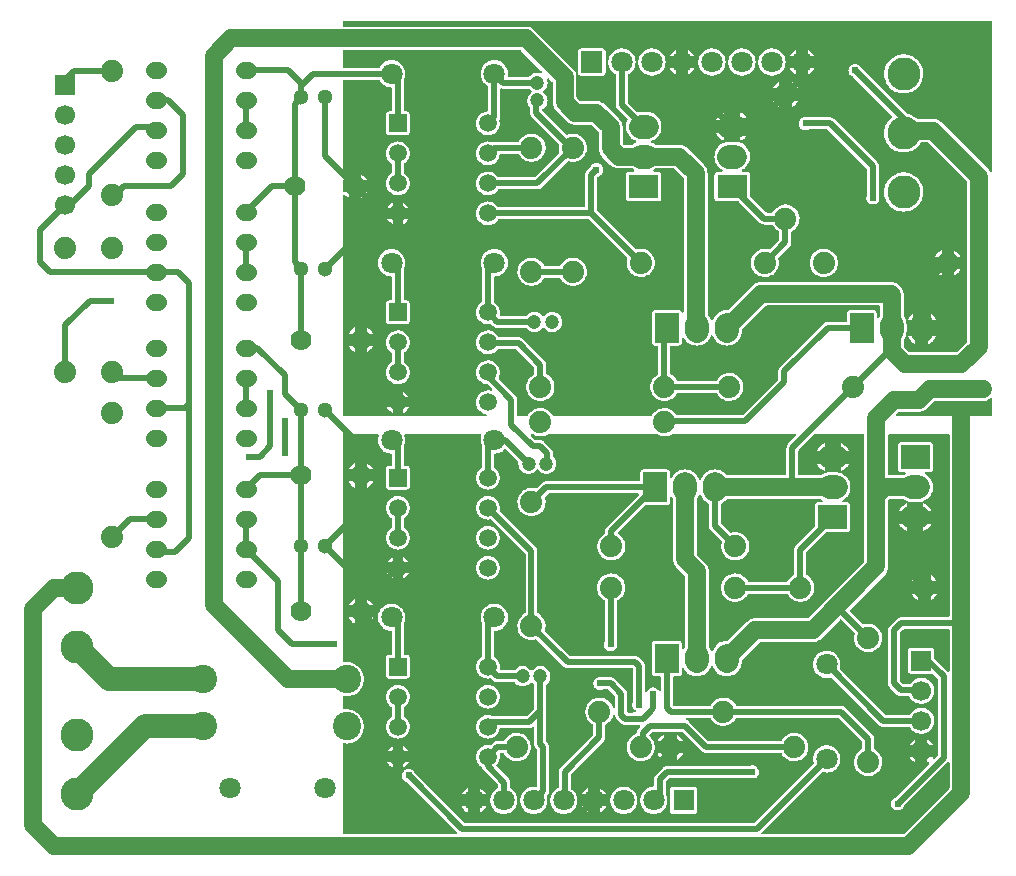
<source format=gbl>
G04 Layer: BottomLayer*
G04 EasyEDA v6.4.19.5, 2021-06-18T19:10:14+05:00*
G04 1d45b033f9cb4702a4eeca8037af4c70,30c14f198de7496ba1d595c7c1278fea,10*
G04 Gerber Generator version 0.2*
G04 Scale: 100 percent, Rotated: No, Reflected: No *
G04 Dimensions in millimeters *
G04 leading zeros omitted , absolute positions ,4 integer and 5 decimal *
%FSLAX45Y45*%
%MOMM*%

%ADD11C,1.5000*%
%ADD12C,0.5000*%
%ADD13C,0.6096*%
%ADD14C,1.0000*%
%ADD15C,0.6100*%
%ADD16C,1.8000*%
%ADD17R,1.7000X1.7000*%
%ADD18C,1.7000*%
%ADD19R,1.8000X1.8000*%
%ADD20R,1.5000X1.5000*%
%ADD21C,1.8796*%
%ADD24C,1.2000*%
%ADD25C,1.7780*%
%ADD26C,1.3000*%
%ADD27C,2.4000*%
%ADD28C,2.8001*%
%ADD29C,1.4600*%
%ADD30C,2.0000*%

%LPD*%
G36*
X7455865Y-2959303D02*
G01*
X7451953Y-2958490D01*
X7448651Y-2956306D01*
X7403592Y-2911246D01*
X7401407Y-2907944D01*
X7400594Y-2904032D01*
X7400594Y-2853436D01*
X7401153Y-2850134D01*
X7411262Y-2833370D01*
X7417765Y-2818993D01*
X7420000Y-2815844D01*
X7422946Y-2813913D01*
X7422337Y-2813100D01*
X7421372Y-2809443D01*
X7421981Y-2805074D01*
X7424724Y-2790139D01*
X7425639Y-2774696D01*
X7425639Y-2725318D01*
X7424724Y-2709875D01*
X7421778Y-2694330D01*
X7421372Y-2690571D01*
X7422337Y-2686913D01*
X7422946Y-2686100D01*
X7419949Y-2684170D01*
X7417714Y-2681020D01*
X7411262Y-2666593D01*
X7401204Y-2649931D01*
X7400645Y-2646629D01*
X7400645Y-2470353D01*
X7399781Y-2456891D01*
X7397191Y-2443937D01*
X7392974Y-2431491D01*
X7387132Y-2419705D01*
X7379817Y-2408732D01*
X7370927Y-2398572D01*
X7361428Y-2389073D01*
X7351268Y-2380183D01*
X7340295Y-2372868D01*
X7328509Y-2367026D01*
X7316063Y-2362809D01*
X7303109Y-2360218D01*
X7289647Y-2359355D01*
X6194348Y-2359355D01*
X6180886Y-2360218D01*
X6167932Y-2362809D01*
X6155486Y-2367026D01*
X6143701Y-2372868D01*
X6132728Y-2380183D01*
X6122568Y-2389073D01*
X5915050Y-2596591D01*
X5911494Y-2598928D01*
X5907278Y-2599537D01*
X5904026Y-2599385D01*
X5888837Y-2600299D01*
X5873953Y-2602992D01*
X5859475Y-2607513D01*
X5845606Y-2613761D01*
X5832652Y-2621584D01*
X5820714Y-2630982D01*
X5809945Y-2641701D01*
X5800598Y-2653639D01*
X5792774Y-2666644D01*
X5786272Y-2681020D01*
X5784037Y-2684170D01*
X5780786Y-2686253D01*
X5776976Y-2687015D01*
X5773216Y-2686253D01*
X5769965Y-2684170D01*
X5767730Y-2681020D01*
X5761228Y-2666593D01*
X5753404Y-2653639D01*
X5743651Y-2641295D01*
X5741416Y-2637993D01*
X5740654Y-2634081D01*
X5740654Y-1440332D01*
X5739790Y-1426870D01*
X5737199Y-1413967D01*
X5732983Y-1401470D01*
X5727141Y-1389684D01*
X5719826Y-1378762D01*
X5710936Y-1368602D01*
X5571388Y-1229055D01*
X5561279Y-1220165D01*
X5550306Y-1212850D01*
X5538520Y-1207008D01*
X5526024Y-1202791D01*
X5513120Y-1200251D01*
X5499658Y-1199337D01*
X5303367Y-1199337D01*
X5300065Y-1198778D01*
X5283403Y-1188770D01*
X5268976Y-1182268D01*
X5265826Y-1180033D01*
X5263743Y-1176782D01*
X5262981Y-1172972D01*
X5263743Y-1169212D01*
X5265826Y-1165961D01*
X5268976Y-1163726D01*
X5283403Y-1157224D01*
X5296357Y-1149400D01*
X5308295Y-1140053D01*
X5319014Y-1129334D01*
X5328412Y-1117346D01*
X5336235Y-1104392D01*
X5342483Y-1090574D01*
X5347004Y-1076045D01*
X5349697Y-1061161D01*
X5350611Y-1046022D01*
X5349697Y-1030833D01*
X5347004Y-1015949D01*
X5342483Y-1001471D01*
X5336235Y-987602D01*
X5328412Y-974648D01*
X5319014Y-962710D01*
X5308295Y-951941D01*
X5296357Y-942594D01*
X5283403Y-934770D01*
X5269534Y-928522D01*
X5255056Y-924001D01*
X5240121Y-921258D01*
X5224678Y-920343D01*
X5175300Y-920343D01*
X5159857Y-921258D01*
X5154168Y-922324D01*
X5150916Y-922375D01*
X5147818Y-921410D01*
X5145125Y-919530D01*
X5068620Y-842975D01*
X5066436Y-839724D01*
X5065674Y-835812D01*
X5065674Y-609854D01*
X5066284Y-606298D01*
X5068112Y-603199D01*
X5070906Y-600964D01*
X5076952Y-597611D01*
X5088686Y-589076D01*
X5099304Y-579170D01*
X5108549Y-567944D01*
X5116322Y-555701D01*
X5122519Y-542544D01*
X5126990Y-528777D01*
X5129733Y-514502D01*
X5130647Y-500024D01*
X5129733Y-485495D01*
X5126990Y-471220D01*
X5122519Y-457454D01*
X5116322Y-444296D01*
X5108549Y-432054D01*
X5099304Y-420827D01*
X5088686Y-410921D01*
X5076952Y-402386D01*
X5064252Y-395376D01*
X5050739Y-390042D01*
X5036667Y-386435D01*
X5022240Y-384606D01*
X5007762Y-384606D01*
X4993335Y-386435D01*
X4979263Y-390042D01*
X4965750Y-395376D01*
X4953050Y-402386D01*
X4941316Y-410921D01*
X4930698Y-420827D01*
X4921453Y-432054D01*
X4913680Y-444296D01*
X4907483Y-457454D01*
X4903012Y-471220D01*
X4900269Y-485495D01*
X4899355Y-500024D01*
X4900269Y-514502D01*
X4903012Y-528777D01*
X4907483Y-542544D01*
X4913680Y-555701D01*
X4921453Y-567944D01*
X4930698Y-579170D01*
X4941316Y-589076D01*
X4953050Y-597611D01*
X4959096Y-600964D01*
X4961890Y-603199D01*
X4963718Y-606298D01*
X4964328Y-609854D01*
X4964328Y-860755D01*
X4964531Y-865428D01*
X4965141Y-869797D01*
X4966106Y-874115D01*
X4967427Y-878332D01*
X4969103Y-882396D01*
X4971135Y-886307D01*
X4973523Y-890066D01*
X4976215Y-893571D01*
X4979365Y-896975D01*
X5060746Y-978357D01*
X5062982Y-981760D01*
X5063693Y-985774D01*
X5062829Y-989736D01*
X5057546Y-1001471D01*
X5053025Y-1015949D01*
X5050282Y-1030833D01*
X5049367Y-1046022D01*
X5050282Y-1061161D01*
X5053025Y-1076045D01*
X5057546Y-1090574D01*
X5063744Y-1104392D01*
X5071618Y-1117346D01*
X5080965Y-1129334D01*
X5091684Y-1140053D01*
X5103622Y-1149400D01*
X5116626Y-1157224D01*
X5131003Y-1163777D01*
X5134152Y-1165961D01*
X5136286Y-1169212D01*
X5136997Y-1173022D01*
X5136286Y-1176832D01*
X5134152Y-1180033D01*
X5131003Y-1182268D01*
X5116626Y-1188770D01*
X5099964Y-1198778D01*
X5096662Y-1199337D01*
X5035854Y-1199337D01*
X5031994Y-1198524D01*
X5028692Y-1196340D01*
X5023612Y-1191310D01*
X5021427Y-1188008D01*
X5020614Y-1184097D01*
X5020614Y-1050340D01*
X5019751Y-1037031D01*
X5017211Y-1024077D01*
X5012994Y-1011631D01*
X5007203Y-999794D01*
X4999888Y-988872D01*
X4990998Y-978712D01*
X4871567Y-859028D01*
X4861458Y-850137D01*
X4850485Y-842822D01*
X4838700Y-836980D01*
X4826254Y-832713D01*
X4813350Y-830122D01*
X4799888Y-829259D01*
X4665929Y-829259D01*
X4662017Y-828446D01*
X4658715Y-826262D01*
X4633722Y-801268D01*
X4631537Y-797966D01*
X4630724Y-794054D01*
X4630724Y-630275D01*
X4629861Y-616762D01*
X4627270Y-603859D01*
X4623054Y-591413D01*
X4617262Y-579628D01*
X4609947Y-568655D01*
X4601006Y-558495D01*
X4271264Y-229006D01*
X4261154Y-220116D01*
X4250182Y-212801D01*
X4238396Y-207010D01*
X4225950Y-202793D01*
X4213047Y-200202D01*
X4199534Y-199339D01*
X2660142Y-199339D01*
X2656281Y-198526D01*
X2652979Y-196342D01*
X2650794Y-193040D01*
X2649982Y-189179D01*
X2649982Y-160172D01*
X2650794Y-156260D01*
X2652979Y-152958D01*
X2656281Y-150774D01*
X2660142Y-150012D01*
X8139836Y-150012D01*
X8143748Y-150774D01*
X8147050Y-152958D01*
X8149234Y-156260D01*
X8149996Y-160172D01*
X8149996Y-1422095D01*
X8148980Y-1426514D01*
X8146186Y-1430020D01*
X8142173Y-1432001D01*
X8137652Y-1432052D01*
X8133588Y-1430121D01*
X8130743Y-1426616D01*
X8127288Y-1419606D01*
X8119973Y-1408633D01*
X8111032Y-1398473D01*
X7721346Y-1009040D01*
X7711236Y-1000150D01*
X7700264Y-992835D01*
X7688478Y-987044D01*
X7676032Y-982827D01*
X7663129Y-980236D01*
X7649616Y-979373D01*
X7517130Y-979373D01*
X7513421Y-978662D01*
X7510272Y-976680D01*
X7505700Y-972464D01*
X7491577Y-961948D01*
X7476388Y-953008D01*
X7460335Y-945743D01*
X7443571Y-940206D01*
X7431481Y-937564D01*
X7428788Y-936548D01*
X7426452Y-934821D01*
X7044232Y-552602D01*
X7042200Y-549706D01*
X7038594Y-541934D01*
X7033006Y-533908D01*
X7026046Y-526999D01*
X7018070Y-521411D01*
X7009180Y-517245D01*
X6999731Y-514756D01*
X6989978Y-513892D01*
X6980275Y-514756D01*
X6970826Y-517245D01*
X6961936Y-521411D01*
X6953910Y-526999D01*
X6947001Y-533908D01*
X6941413Y-541934D01*
X6937248Y-550824D01*
X6934758Y-560273D01*
X6933895Y-569976D01*
X6934758Y-579729D01*
X6937248Y-589178D01*
X6941413Y-598068D01*
X6947001Y-606044D01*
X6953910Y-613003D01*
X6961936Y-618591D01*
X6969709Y-622249D01*
X6972604Y-624230D01*
X7301179Y-952855D01*
X7303516Y-956462D01*
X7304125Y-960780D01*
X7302906Y-964895D01*
X7300061Y-968197D01*
X7294270Y-972464D01*
X7281316Y-984453D01*
X7269734Y-997712D01*
X7259574Y-1012139D01*
X7251039Y-1027582D01*
X7244181Y-1043787D01*
X7239101Y-1060704D01*
X7235799Y-1078026D01*
X7234428Y-1095603D01*
X7234885Y-1113231D01*
X7237222Y-1130706D01*
X7241387Y-1147826D01*
X7247381Y-1164386D01*
X7255103Y-1180287D01*
X7264450Y-1195222D01*
X7275322Y-1209090D01*
X7287666Y-1221689D01*
X7301230Y-1232966D01*
X7315911Y-1242720D01*
X7331557Y-1250848D01*
X7347966Y-1257249D01*
X7364984Y-1261922D01*
X7382408Y-1264716D01*
X7399985Y-1265631D01*
X7417612Y-1264716D01*
X7435037Y-1261922D01*
X7452004Y-1257249D01*
X7468463Y-1250848D01*
X7484109Y-1242720D01*
X7498791Y-1232966D01*
X7512354Y-1221689D01*
X7524648Y-1209090D01*
X7535570Y-1195222D01*
X7541666Y-1185418D01*
X7543952Y-1182878D01*
X7546898Y-1181252D01*
X7550302Y-1180642D01*
X7604099Y-1180642D01*
X7607960Y-1181455D01*
X7611262Y-1183640D01*
X7936484Y-1508658D01*
X7938668Y-1511909D01*
X7939481Y-1515821D01*
X7939481Y-2864104D01*
X7938668Y-2868015D01*
X7936484Y-2871317D01*
X7851343Y-2956306D01*
X7848041Y-2958490D01*
X7844180Y-2959303D01*
G37*

%LPC*%
G36*
X7610348Y-2887167D02*
G01*
X7612380Y-2886252D01*
X7625384Y-2878378D01*
X7637322Y-2869031D01*
X7648041Y-2858312D01*
X7657388Y-2846374D01*
X7665262Y-2833370D01*
X7671714Y-2818841D01*
X7610348Y-2818841D01*
G37*
G36*
X7497673Y-2887167D02*
G01*
X7497673Y-2818841D01*
X7436154Y-2818841D01*
X7442758Y-2833370D01*
X7450581Y-2846374D01*
X7459980Y-2858312D01*
X7470698Y-2869031D01*
X7482636Y-2878378D01*
X7495590Y-2886252D01*
G37*
G36*
X7610348Y-2681173D02*
G01*
X7671714Y-2681173D01*
X7665262Y-2666593D01*
X7657388Y-2653639D01*
X7648041Y-2641701D01*
X7637322Y-2630982D01*
X7625384Y-2621584D01*
X7612380Y-2613761D01*
X7610348Y-2612847D01*
G37*
G36*
X7436154Y-2681173D02*
G01*
X7497673Y-2681173D01*
X7497673Y-2612847D01*
X7495590Y-2613761D01*
X7482636Y-2621584D01*
X7470698Y-2630982D01*
X7459980Y-2641701D01*
X7450581Y-2653639D01*
X7442758Y-2666644D01*
G37*
G36*
X6728663Y-2319578D02*
G01*
X6743344Y-2318207D01*
X6757720Y-2315057D01*
X6771640Y-2310130D01*
X6784797Y-2303576D01*
X6797090Y-2295448D01*
X6808266Y-2285898D01*
X6818172Y-2274976D01*
X6826707Y-2262987D01*
X6833666Y-2249982D01*
X6839000Y-2236266D01*
X6842556Y-2221992D01*
X6844385Y-2207361D01*
X6844385Y-2192629D01*
X6842556Y-2177999D01*
X6839000Y-2163724D01*
X6833666Y-2150008D01*
X6826707Y-2137054D01*
X6818172Y-2125014D01*
X6808266Y-2114143D01*
X6797090Y-2104542D01*
X6784797Y-2096414D01*
X6771640Y-2089861D01*
X6757720Y-2084933D01*
X6743344Y-2081784D01*
X6728663Y-2080463D01*
X6713981Y-2080920D01*
X6699402Y-2083155D01*
X6685229Y-2087168D01*
X6671665Y-2092909D01*
X6658914Y-2100275D01*
X6647180Y-2109165D01*
X6636613Y-2119426D01*
X6627368Y-2130907D01*
X6619595Y-2143404D01*
X6613448Y-2156815D01*
X6608978Y-2170836D01*
X6606286Y-2185314D01*
X6605371Y-2199995D01*
X6606286Y-2214676D01*
X6608978Y-2229154D01*
X6613448Y-2243226D01*
X6619595Y-2256586D01*
X6627368Y-2269134D01*
X6636613Y-2280564D01*
X6647180Y-2290826D01*
X6658914Y-2299716D01*
X6671665Y-2307082D01*
X6685229Y-2312822D01*
X6699402Y-2316835D01*
X6713981Y-2319121D01*
G37*
G36*
X6221323Y-2319578D02*
G01*
X6236055Y-2319121D01*
X6250584Y-2316835D01*
X6264757Y-2312822D01*
X6278321Y-2307082D01*
X6291072Y-2299716D01*
X6302806Y-2290826D01*
X6313373Y-2280564D01*
X6322618Y-2269134D01*
X6330391Y-2256586D01*
X6336538Y-2243226D01*
X6341008Y-2229154D01*
X6343700Y-2214676D01*
X6344615Y-2199995D01*
X6343700Y-2185314D01*
X6341008Y-2170836D01*
X6339230Y-2165197D01*
X6338773Y-2161540D01*
X6339636Y-2157933D01*
X6341719Y-2154936D01*
X6435648Y-2060956D01*
X6438798Y-2057552D01*
X6441490Y-2054047D01*
X6443878Y-2050338D01*
X6445910Y-2046376D01*
X6447586Y-2042312D01*
X6448907Y-2038096D01*
X6449872Y-2033778D01*
X6450431Y-2029409D01*
X6450634Y-2024786D01*
X6450634Y-1939645D01*
X6451244Y-1936242D01*
X6452920Y-1933244D01*
X6455511Y-1930958D01*
X6469126Y-1922627D01*
X6480606Y-1913382D01*
X6490817Y-1902815D01*
X6499707Y-1891080D01*
X6507073Y-1878330D01*
X6512814Y-1864766D01*
X6516827Y-1850593D01*
X6519113Y-1836013D01*
X6519570Y-1821332D01*
X6518198Y-1806651D01*
X6515049Y-1792274D01*
X6510172Y-1778355D01*
X6503568Y-1765198D01*
X6495440Y-1752904D01*
X6485890Y-1741728D01*
X6474968Y-1731822D01*
X6462979Y-1723288D01*
X6449974Y-1716328D01*
X6436258Y-1710994D01*
X6421983Y-1707438D01*
X6407353Y-1705610D01*
X6392621Y-1705610D01*
X6378041Y-1707438D01*
X6363716Y-1710994D01*
X6350000Y-1716328D01*
X6337046Y-1723288D01*
X6325006Y-1731822D01*
X6314135Y-1741728D01*
X6304534Y-1752904D01*
X6296406Y-1765198D01*
X6294678Y-1768703D01*
X6292392Y-1771700D01*
X6289243Y-1773631D01*
X6285585Y-1774342D01*
X6246164Y-1774342D01*
X6242304Y-1773580D01*
X6239002Y-1771345D01*
X6103620Y-1636014D01*
X6101435Y-1632712D01*
X6100673Y-1628800D01*
X6100673Y-1454556D01*
X6099962Y-1448308D01*
X6098032Y-1442872D01*
X6094984Y-1438046D01*
X6090970Y-1433982D01*
X6086094Y-1430934D01*
X6080709Y-1429054D01*
X6074410Y-1428343D01*
X6041542Y-1428343D01*
X6037275Y-1427429D01*
X6033820Y-1424787D01*
X6031738Y-1420926D01*
X6031534Y-1416558D01*
X6033109Y-1412494D01*
X6036310Y-1409496D01*
X6046368Y-1403400D01*
X6058306Y-1394053D01*
X6069025Y-1383334D01*
X6078372Y-1371346D01*
X6086246Y-1358392D01*
X6092494Y-1344574D01*
X6096965Y-1330045D01*
X6099708Y-1315161D01*
X6100622Y-1300022D01*
X6099708Y-1284833D01*
X6096965Y-1269949D01*
X6092494Y-1255471D01*
X6086246Y-1241602D01*
X6078372Y-1228648D01*
X6069025Y-1216710D01*
X6058306Y-1205941D01*
X6046368Y-1196594D01*
X6033363Y-1188770D01*
X6018987Y-1182268D01*
X6015837Y-1180033D01*
X6013907Y-1177036D01*
X6013094Y-1177645D01*
X6009436Y-1178610D01*
X6005068Y-1178001D01*
X5990132Y-1175258D01*
X5974689Y-1174343D01*
X5925312Y-1174343D01*
X5909868Y-1175258D01*
X5894324Y-1178204D01*
X5890564Y-1178610D01*
X5886907Y-1177645D01*
X5886094Y-1177086D01*
X5884164Y-1180033D01*
X5881014Y-1182268D01*
X5866638Y-1188770D01*
X5853633Y-1196594D01*
X5841695Y-1205941D01*
X5830976Y-1216710D01*
X5821629Y-1228648D01*
X5813755Y-1241602D01*
X5807506Y-1255471D01*
X5803036Y-1269949D01*
X5800293Y-1284833D01*
X5799378Y-1300022D01*
X5800293Y-1315161D01*
X5803036Y-1330045D01*
X5807506Y-1344574D01*
X5813755Y-1358392D01*
X5821629Y-1371346D01*
X5830976Y-1383334D01*
X5841695Y-1394053D01*
X5853633Y-1403400D01*
X5863691Y-1409496D01*
X5866892Y-1412494D01*
X5868466Y-1416558D01*
X5868263Y-1420926D01*
X5866180Y-1424787D01*
X5862726Y-1427429D01*
X5858459Y-1428343D01*
X5825591Y-1428343D01*
X5819292Y-1429054D01*
X5813907Y-1430934D01*
X5809030Y-1433982D01*
X5805017Y-1438046D01*
X5801969Y-1442872D01*
X5800039Y-1448308D01*
X5799328Y-1454556D01*
X5799328Y-1653438D01*
X5800039Y-1659686D01*
X5801969Y-1665122D01*
X5805017Y-1669948D01*
X5809030Y-1674012D01*
X5813907Y-1677060D01*
X5819292Y-1678939D01*
X5825591Y-1679651D01*
X5999835Y-1679651D01*
X6003696Y-1680413D01*
X6006998Y-1682648D01*
X6185001Y-1860651D01*
X6188456Y-1863801D01*
X6191961Y-1866493D01*
X6195669Y-1868830D01*
X6199581Y-1870913D01*
X6203696Y-1872589D01*
X6207861Y-1873910D01*
X6212179Y-1874875D01*
X6216599Y-1875434D01*
X6221222Y-1875637D01*
X6285534Y-1875637D01*
X6288989Y-1876247D01*
X6292037Y-1878025D01*
X6294323Y-1880717D01*
X6300266Y-1891080D01*
X6309156Y-1902815D01*
X6319418Y-1913382D01*
X6330848Y-1922627D01*
X6344513Y-1930958D01*
X6347104Y-1933244D01*
X6348780Y-1936242D01*
X6349339Y-1939645D01*
X6349339Y-1999792D01*
X6348577Y-2003704D01*
X6346393Y-2007006D01*
X6270091Y-2083257D01*
X6267145Y-2085339D01*
X6263690Y-2086203D01*
X6260134Y-2085848D01*
X6250584Y-2083155D01*
X6236055Y-2080920D01*
X6221323Y-2080463D01*
X6206642Y-2081784D01*
X6192266Y-2084933D01*
X6178397Y-2089861D01*
X6165189Y-2096414D01*
X6152896Y-2104542D01*
X6141720Y-2114143D01*
X6131814Y-2125014D01*
X6123279Y-2137054D01*
X6116320Y-2150008D01*
X6111036Y-2163724D01*
X6107430Y-2177999D01*
X6105601Y-2192629D01*
X6105601Y-2207361D01*
X6107430Y-2221992D01*
X6111036Y-2236266D01*
X6116320Y-2249982D01*
X6123279Y-2262987D01*
X6131814Y-2274976D01*
X6141720Y-2285898D01*
X6152896Y-2295448D01*
X6165189Y-2303576D01*
X6178397Y-2310130D01*
X6192266Y-2315057D01*
X6206642Y-2318207D01*
G37*
G36*
X7721650Y-2307082D02*
G01*
X7721650Y-2253335D01*
X7668107Y-2253335D01*
X7669631Y-2256586D01*
X7677353Y-2269134D01*
X7686598Y-2280564D01*
X7697165Y-2290826D01*
X7708950Y-2299716D01*
G37*
G36*
X7828330Y-2306828D02*
G01*
X7834833Y-2303576D01*
X7847075Y-2295448D01*
X7858252Y-2285898D01*
X7868208Y-2274976D01*
X7876692Y-2262987D01*
X7881874Y-2253335D01*
X7828330Y-2253335D01*
G37*
G36*
X7828330Y-2146655D02*
G01*
X7881874Y-2146655D01*
X7876692Y-2137054D01*
X7868208Y-2125014D01*
X7858252Y-2114143D01*
X7847075Y-2104542D01*
X7834833Y-2096414D01*
X7828330Y-2093214D01*
G37*
G36*
X7668107Y-2146655D02*
G01*
X7721650Y-2146655D01*
X7721650Y-2092960D01*
X7708950Y-2100275D01*
X7697165Y-2109165D01*
X7686598Y-2119426D01*
X7677353Y-2130907D01*
X7669631Y-2143404D01*
G37*
G36*
X7399985Y-1765655D02*
G01*
X7417612Y-1764690D01*
X7435037Y-1761896D01*
X7452004Y-1757273D01*
X7468463Y-1750822D01*
X7484109Y-1742693D01*
X7498791Y-1732940D01*
X7512354Y-1721713D01*
X7524648Y-1709064D01*
X7535570Y-1695196D01*
X7544917Y-1680260D01*
X7552588Y-1664411D01*
X7558582Y-1647799D01*
X7562799Y-1630680D01*
X7565136Y-1613204D01*
X7565593Y-1595577D01*
X7564170Y-1578000D01*
X7560919Y-1560677D01*
X7555839Y-1543812D01*
X7548981Y-1527556D01*
X7540447Y-1512163D01*
X7530287Y-1497685D01*
X7518653Y-1484426D01*
X7505700Y-1472488D01*
X7491577Y-1461973D01*
X7476388Y-1453032D01*
X7460335Y-1445717D01*
X7443571Y-1440180D01*
X7426350Y-1436471D01*
X7408824Y-1434592D01*
X7391196Y-1434592D01*
X7373670Y-1436471D01*
X7356398Y-1440180D01*
X7339685Y-1445717D01*
X7323632Y-1453032D01*
X7308443Y-1461973D01*
X7294270Y-1472488D01*
X7281316Y-1484426D01*
X7269734Y-1497685D01*
X7259574Y-1512163D01*
X7251039Y-1527556D01*
X7244181Y-1543812D01*
X7239101Y-1560677D01*
X7235799Y-1578000D01*
X7234428Y-1595577D01*
X7234885Y-1613204D01*
X7237222Y-1630680D01*
X7241387Y-1647799D01*
X7247381Y-1664411D01*
X7255103Y-1680260D01*
X7264450Y-1695196D01*
X7275322Y-1709064D01*
X7287666Y-1721713D01*
X7301230Y-1732940D01*
X7315911Y-1742693D01*
X7331557Y-1750822D01*
X7347966Y-1757273D01*
X7364984Y-1761896D01*
X7382408Y-1764690D01*
G37*
G36*
X7139990Y-1706118D02*
G01*
X7149744Y-1705254D01*
X7159193Y-1702714D01*
X7168032Y-1698599D01*
X7176058Y-1693011D01*
X7182967Y-1686052D01*
X7188606Y-1678076D01*
X7192721Y-1669186D01*
X7195261Y-1659737D01*
X7196124Y-1649984D01*
X7195261Y-1640230D01*
X7192721Y-1630781D01*
X7191603Y-1628394D01*
X7190638Y-1624076D01*
X7190638Y-1380439D01*
X7190435Y-1375816D01*
X7189876Y-1371447D01*
X7188911Y-1367129D01*
X7187590Y-1362913D01*
X7185914Y-1358798D01*
X7183881Y-1354886D01*
X7181494Y-1351178D01*
X7178802Y-1347673D01*
X7175652Y-1344218D01*
X6815734Y-984351D01*
X6812330Y-981202D01*
X6808825Y-978509D01*
X6805117Y-976121D01*
X6801205Y-974090D01*
X6797090Y-972413D01*
X6792874Y-971092D01*
X6788556Y-970127D01*
X6784187Y-969568D01*
X6779564Y-969365D01*
X6595872Y-969365D01*
X6591604Y-968400D01*
X6589166Y-967282D01*
X6579717Y-964742D01*
X6570014Y-963879D01*
X6560261Y-964742D01*
X6550812Y-967282D01*
X6541922Y-971397D01*
X6533946Y-977036D01*
X6526987Y-983945D01*
X6521399Y-991920D01*
X6517284Y-1000810D01*
X6514744Y-1010259D01*
X6513880Y-1020013D01*
X6514744Y-1029766D01*
X6517284Y-1039215D01*
X6521399Y-1048054D01*
X6526987Y-1056081D01*
X6533946Y-1062990D01*
X6541922Y-1068578D01*
X6550812Y-1072743D01*
X6560261Y-1075283D01*
X6570014Y-1076096D01*
X6579717Y-1075283D01*
X6589166Y-1072743D01*
X6591604Y-1071626D01*
X6595872Y-1070660D01*
X6754571Y-1070660D01*
X6758482Y-1071422D01*
X6761784Y-1073607D01*
X7086346Y-1398219D01*
X7088581Y-1401521D01*
X7089343Y-1405432D01*
X7089343Y-1624076D01*
X7088378Y-1628394D01*
X7087260Y-1630781D01*
X7084720Y-1640230D01*
X7083907Y-1649984D01*
X7084720Y-1659737D01*
X7087260Y-1669186D01*
X7091425Y-1678076D01*
X7097014Y-1686052D01*
X7103922Y-1693011D01*
X7111949Y-1698599D01*
X7120788Y-1702714D01*
X7130237Y-1705254D01*
G37*
G36*
X6018834Y-1163828D02*
G01*
X6033363Y-1157224D01*
X6046368Y-1149400D01*
X6058306Y-1140053D01*
X6069025Y-1129334D01*
X6078372Y-1117346D01*
X6086246Y-1104392D01*
X6087160Y-1102360D01*
X6018834Y-1102360D01*
G37*
G36*
X5881166Y-1163828D02*
G01*
X5881166Y-1102360D01*
X5812840Y-1102360D01*
X5813755Y-1104392D01*
X5821629Y-1117346D01*
X5830976Y-1129334D01*
X5841695Y-1140053D01*
X5853633Y-1149400D01*
X5866638Y-1157224D01*
G37*
G36*
X5812840Y-989634D02*
G01*
X5881166Y-989634D01*
X5881166Y-928319D01*
X5866638Y-934770D01*
X5853633Y-942594D01*
X5841695Y-951941D01*
X5830976Y-962710D01*
X5821629Y-974648D01*
X5813755Y-987602D01*
G37*
G36*
X6018834Y-989634D02*
G01*
X6087160Y-989634D01*
X6086246Y-987602D01*
X6078372Y-974648D01*
X6069025Y-962710D01*
X6058306Y-951941D01*
X6046368Y-942594D01*
X6033363Y-934770D01*
X6018834Y-928319D01*
G37*
G36*
X6453327Y-881887D02*
G01*
X6456578Y-880364D01*
X6469126Y-872642D01*
X6480606Y-863396D01*
X6490817Y-852830D01*
X6499707Y-841095D01*
X6507073Y-828344D01*
X6453327Y-828344D01*
G37*
G36*
X6346647Y-881887D02*
G01*
X6346647Y-828344D01*
X6292951Y-828344D01*
X6300266Y-841095D01*
X6309156Y-852830D01*
X6319418Y-863396D01*
X6330899Y-872642D01*
X6343396Y-880364D01*
G37*
G36*
X7399985Y-765657D02*
G01*
X7417612Y-764692D01*
X7435037Y-761898D01*
X7452004Y-757275D01*
X7468463Y-750824D01*
X7484109Y-742696D01*
X7498791Y-732942D01*
X7512354Y-721715D01*
X7524648Y-709066D01*
X7535570Y-695198D01*
X7544917Y-680262D01*
X7552588Y-664413D01*
X7558582Y-647801D01*
X7562799Y-630682D01*
X7565136Y-613206D01*
X7565593Y-595579D01*
X7564170Y-578002D01*
X7560919Y-560679D01*
X7555839Y-543814D01*
X7548981Y-527558D01*
X7540447Y-512165D01*
X7530287Y-497687D01*
X7518653Y-484428D01*
X7505700Y-472490D01*
X7491577Y-461975D01*
X7476388Y-453034D01*
X7460335Y-445719D01*
X7443571Y-440182D01*
X7426350Y-436473D01*
X7408824Y-434593D01*
X7391196Y-434593D01*
X7373670Y-436473D01*
X7356398Y-440182D01*
X7339685Y-445719D01*
X7323632Y-453034D01*
X7308443Y-461975D01*
X7294270Y-472490D01*
X7281316Y-484428D01*
X7269734Y-497687D01*
X7259574Y-512165D01*
X7251039Y-527558D01*
X7244181Y-543814D01*
X7239101Y-560679D01*
X7235799Y-578002D01*
X7234428Y-595579D01*
X7234885Y-613206D01*
X7237222Y-630682D01*
X7241387Y-647801D01*
X7247381Y-664413D01*
X7255103Y-680262D01*
X7264450Y-695198D01*
X7275322Y-709066D01*
X7287666Y-721715D01*
X7301230Y-732942D01*
X7315911Y-742696D01*
X7331557Y-750824D01*
X7347966Y-757275D01*
X7364984Y-761898D01*
X7382408Y-764692D01*
G37*
G36*
X6453327Y-721664D02*
G01*
X6506819Y-721664D01*
X6503568Y-715213D01*
X6495440Y-702919D01*
X6485890Y-691743D01*
X6474968Y-681786D01*
X6462979Y-673303D01*
X6453327Y-668121D01*
G37*
G36*
X6293205Y-721664D02*
G01*
X6346647Y-721664D01*
X6346647Y-668121D01*
X6337046Y-673303D01*
X6325006Y-681786D01*
X6314135Y-691743D01*
X6304534Y-702919D01*
X6296406Y-715213D01*
G37*
G36*
X4671568Y-615645D02*
G01*
X4850434Y-615645D01*
X4856683Y-614934D01*
X4862118Y-613054D01*
X4866944Y-610006D01*
X4871008Y-605942D01*
X4874056Y-601116D01*
X4875936Y-595680D01*
X4876647Y-589432D01*
X4876647Y-410565D01*
X4875936Y-404317D01*
X4874056Y-398881D01*
X4871008Y-394055D01*
X4866944Y-389991D01*
X4862118Y-386943D01*
X4856683Y-385064D01*
X4850434Y-384352D01*
X4671568Y-384352D01*
X4665319Y-385064D01*
X4659884Y-386943D01*
X4655058Y-389991D01*
X4650994Y-394055D01*
X4647946Y-398881D01*
X4646066Y-404317D01*
X4645355Y-410565D01*
X4645355Y-589432D01*
X4646066Y-595680D01*
X4647946Y-601116D01*
X4650994Y-605942D01*
X4655058Y-610006D01*
X4659884Y-613054D01*
X4665319Y-614934D01*
G37*
G36*
X6023762Y-615391D02*
G01*
X6038240Y-615391D01*
X6052667Y-613562D01*
X6066739Y-609955D01*
X6080252Y-604621D01*
X6092952Y-597611D01*
X6104686Y-589076D01*
X6115304Y-579170D01*
X6124549Y-567944D01*
X6132322Y-555701D01*
X6138519Y-542544D01*
X6142990Y-528777D01*
X6145733Y-514502D01*
X6146647Y-500024D01*
X6145733Y-485495D01*
X6142990Y-471220D01*
X6138519Y-457454D01*
X6132322Y-444296D01*
X6124549Y-432054D01*
X6115304Y-420827D01*
X6104686Y-410921D01*
X6092952Y-402386D01*
X6080252Y-395376D01*
X6066739Y-390042D01*
X6052667Y-386435D01*
X6038240Y-384606D01*
X6023762Y-384606D01*
X6009335Y-386435D01*
X5995263Y-390042D01*
X5981750Y-395376D01*
X5969050Y-402386D01*
X5957316Y-410921D01*
X5946698Y-420827D01*
X5937453Y-432054D01*
X5929680Y-444296D01*
X5923483Y-457454D01*
X5919012Y-471220D01*
X5916269Y-485495D01*
X5915355Y-500024D01*
X5916269Y-514502D01*
X5919012Y-528777D01*
X5923483Y-542544D01*
X5929680Y-555701D01*
X5937453Y-567944D01*
X5946698Y-579170D01*
X5957316Y-589076D01*
X5969050Y-597611D01*
X5981750Y-604621D01*
X5995263Y-609955D01*
X6009335Y-613562D01*
G37*
G36*
X6277762Y-615391D02*
G01*
X6292240Y-615391D01*
X6306667Y-613562D01*
X6320739Y-609955D01*
X6334252Y-604621D01*
X6346952Y-597611D01*
X6358686Y-589076D01*
X6369304Y-579170D01*
X6378549Y-567944D01*
X6386322Y-555701D01*
X6392519Y-542544D01*
X6396990Y-528777D01*
X6399733Y-514502D01*
X6400647Y-500024D01*
X6399733Y-485495D01*
X6396990Y-471220D01*
X6392519Y-457454D01*
X6386322Y-444296D01*
X6378549Y-432054D01*
X6369304Y-420827D01*
X6358686Y-410921D01*
X6346952Y-402386D01*
X6334252Y-395376D01*
X6320739Y-390042D01*
X6306667Y-386435D01*
X6292240Y-384606D01*
X6277762Y-384606D01*
X6263335Y-386435D01*
X6249263Y-390042D01*
X6235750Y-395376D01*
X6223050Y-402386D01*
X6211316Y-410921D01*
X6200698Y-420827D01*
X6191453Y-432054D01*
X6183680Y-444296D01*
X6177483Y-457454D01*
X6173012Y-471220D01*
X6170269Y-485495D01*
X6169355Y-500024D01*
X6170269Y-514502D01*
X6173012Y-528777D01*
X6177483Y-542544D01*
X6183680Y-555701D01*
X6191453Y-567944D01*
X6200698Y-579170D01*
X6211316Y-589076D01*
X6223050Y-597611D01*
X6235750Y-604621D01*
X6249263Y-609955D01*
X6263335Y-613562D01*
G37*
G36*
X5769762Y-615391D02*
G01*
X5784240Y-615391D01*
X5798667Y-613562D01*
X5812739Y-609955D01*
X5826252Y-604621D01*
X5838952Y-597611D01*
X5850686Y-589076D01*
X5861304Y-579170D01*
X5870549Y-567944D01*
X5878322Y-555701D01*
X5884519Y-542544D01*
X5888990Y-528777D01*
X5891733Y-514502D01*
X5892647Y-500024D01*
X5891733Y-485495D01*
X5888990Y-471220D01*
X5884519Y-457454D01*
X5878322Y-444296D01*
X5870549Y-432054D01*
X5861304Y-420827D01*
X5850686Y-410921D01*
X5838952Y-402386D01*
X5826252Y-395376D01*
X5812739Y-390042D01*
X5798667Y-386435D01*
X5784240Y-384606D01*
X5769762Y-384606D01*
X5755335Y-386435D01*
X5741263Y-390042D01*
X5727750Y-395376D01*
X5715050Y-402386D01*
X5703316Y-410921D01*
X5692698Y-420827D01*
X5683453Y-432054D01*
X5675680Y-444296D01*
X5669483Y-457454D01*
X5665012Y-471220D01*
X5662269Y-485495D01*
X5661355Y-500024D01*
X5662269Y-514502D01*
X5665012Y-528777D01*
X5669483Y-542544D01*
X5675680Y-555701D01*
X5683453Y-567944D01*
X5692698Y-579170D01*
X5703316Y-589076D01*
X5715050Y-597611D01*
X5727750Y-604621D01*
X5741263Y-609955D01*
X5755335Y-613562D01*
G37*
G36*
X5261762Y-615391D02*
G01*
X5276240Y-615391D01*
X5290667Y-613562D01*
X5304739Y-609955D01*
X5318252Y-604621D01*
X5330952Y-597611D01*
X5342686Y-589076D01*
X5353304Y-579170D01*
X5362549Y-567944D01*
X5370322Y-555701D01*
X5376519Y-542544D01*
X5380990Y-528777D01*
X5383733Y-514502D01*
X5384647Y-500024D01*
X5383733Y-485495D01*
X5380990Y-471220D01*
X5376519Y-457454D01*
X5370322Y-444296D01*
X5362549Y-432054D01*
X5353304Y-420827D01*
X5342686Y-410921D01*
X5330952Y-402386D01*
X5318252Y-395376D01*
X5304739Y-390042D01*
X5290667Y-386435D01*
X5276240Y-384606D01*
X5261762Y-384606D01*
X5247335Y-386435D01*
X5233263Y-390042D01*
X5219750Y-395376D01*
X5207050Y-402386D01*
X5195316Y-410921D01*
X5184698Y-420827D01*
X5175453Y-432054D01*
X5167680Y-444296D01*
X5161483Y-457454D01*
X5157012Y-471220D01*
X5154269Y-485495D01*
X5153355Y-500024D01*
X5154269Y-514502D01*
X5157012Y-528777D01*
X5161483Y-542544D01*
X5167680Y-555701D01*
X5175453Y-567944D01*
X5184698Y-579170D01*
X5195316Y-589076D01*
X5207050Y-597611D01*
X5219750Y-604621D01*
X5233263Y-609955D01*
X5247335Y-613562D01*
G37*
G36*
X6487668Y-603453D02*
G01*
X6487668Y-551332D01*
X6435598Y-551332D01*
X6437680Y-555701D01*
X6445453Y-567944D01*
X6454698Y-579170D01*
X6465316Y-589076D01*
X6477050Y-597611D01*
G37*
G36*
X5574334Y-603453D02*
G01*
X5584952Y-597611D01*
X5596686Y-589076D01*
X5607304Y-579170D01*
X5616549Y-567944D01*
X5624322Y-555701D01*
X5626404Y-551332D01*
X5574334Y-551332D01*
G37*
G36*
X5471668Y-603453D02*
G01*
X5471668Y-551332D01*
X5419598Y-551332D01*
X5421680Y-555701D01*
X5429453Y-567944D01*
X5438698Y-579170D01*
X5449316Y-589076D01*
X5461050Y-597611D01*
G37*
G36*
X6590334Y-603453D02*
G01*
X6600952Y-597611D01*
X6612686Y-589076D01*
X6623303Y-579170D01*
X6632549Y-567944D01*
X6640322Y-555701D01*
X6642404Y-551332D01*
X6590334Y-551332D01*
G37*
G36*
X5574334Y-448665D02*
G01*
X5626404Y-448665D01*
X5624322Y-444296D01*
X5616549Y-432054D01*
X5607304Y-420827D01*
X5596686Y-410921D01*
X5584952Y-402386D01*
X5574334Y-396544D01*
G37*
G36*
X6590334Y-448665D02*
G01*
X6642404Y-448665D01*
X6640322Y-444296D01*
X6632549Y-432054D01*
X6623303Y-420827D01*
X6612686Y-410921D01*
X6600952Y-402386D01*
X6590334Y-396544D01*
G37*
G36*
X6435598Y-448665D02*
G01*
X6487668Y-448665D01*
X6487668Y-396544D01*
X6477050Y-402386D01*
X6465316Y-410921D01*
X6454698Y-420827D01*
X6445453Y-432054D01*
X6437680Y-444296D01*
G37*
G36*
X5419598Y-448665D02*
G01*
X5471668Y-448665D01*
X5471668Y-396544D01*
X5461050Y-402386D01*
X5449316Y-410921D01*
X5438698Y-420827D01*
X5429453Y-432054D01*
X5421680Y-444296D01*
G37*

%LPD*%
G36*
X7346848Y-3500018D02*
G01*
X7342987Y-3499205D01*
X7339685Y-3497021D01*
X7337501Y-3493719D01*
X7336688Y-3489858D01*
X7337501Y-3485946D01*
X7339685Y-3482644D01*
X7358735Y-3463645D01*
X7361986Y-3461410D01*
X7365898Y-3460648D01*
X7529677Y-3460648D01*
X7543139Y-3459784D01*
X7556042Y-3457194D01*
X7568488Y-3452977D01*
X7580325Y-3447135D01*
X7591247Y-3439820D01*
X7601407Y-3430930D01*
X7658709Y-3373628D01*
X7662011Y-3371443D01*
X7665923Y-3370630D01*
X8069681Y-3370630D01*
X8083143Y-3369767D01*
X8096046Y-3367176D01*
X8108492Y-3362960D01*
X8120329Y-3357168D01*
X8131251Y-3349853D01*
X8133130Y-3348177D01*
X8136483Y-3346246D01*
X8140293Y-3345687D01*
X8144052Y-3346551D01*
X8147202Y-3348786D01*
X8149285Y-3352037D01*
X8149996Y-3355797D01*
X8149996Y-3489858D01*
X8149234Y-3493719D01*
X8147050Y-3497021D01*
X8143748Y-3499205D01*
X8139836Y-3500018D01*
G37*

%LPD*%
G36*
X2660142Y-3500018D02*
G01*
X2656281Y-3499205D01*
X2652979Y-3497021D01*
X2650794Y-3493719D01*
X2649982Y-3489858D01*
X2649982Y-1631848D01*
X2650845Y-1627784D01*
X2653182Y-1624431D01*
X2656738Y-1622298D01*
X2660802Y-1621688D01*
X2664764Y-1622755D01*
X2667965Y-1625346D01*
X2670505Y-1628394D01*
X2680970Y-1638249D01*
X2692654Y-1646682D01*
X2703220Y-1652524D01*
X2703220Y-1600809D01*
X2660142Y-1600809D01*
X2656281Y-1600047D01*
X2652979Y-1597812D01*
X2650794Y-1594510D01*
X2649982Y-1590649D01*
X2649982Y-1509369D01*
X2650794Y-1505458D01*
X2652979Y-1502156D01*
X2656281Y-1499971D01*
X2660142Y-1499209D01*
X2703220Y-1499209D01*
X2703220Y-1447495D01*
X2692654Y-1453286D01*
X2680970Y-1461770D01*
X2670505Y-1471574D01*
X2667965Y-1474622D01*
X2664764Y-1477213D01*
X2660802Y-1478330D01*
X2656738Y-1477721D01*
X2653182Y-1475587D01*
X2650845Y-1472184D01*
X2649982Y-1468170D01*
X2649982Y-660806D01*
X2650794Y-656945D01*
X2652979Y-653643D01*
X2656281Y-651408D01*
X2660142Y-650646D01*
X2954883Y-650646D01*
X2958236Y-651205D01*
X2961182Y-652830D01*
X2963468Y-655370D01*
X2971444Y-667969D01*
X2980690Y-679145D01*
X2991307Y-689102D01*
X3003042Y-697636D01*
X3015742Y-704646D01*
X3029254Y-709980D01*
X3043326Y-713587D01*
X3058210Y-715416D01*
X3062071Y-716178D01*
X3065373Y-718362D01*
X3067558Y-721664D01*
X3068370Y-725576D01*
X3068370Y-908202D01*
X3067558Y-912063D01*
X3065373Y-915365D01*
X3062071Y-917549D01*
X3058210Y-918362D01*
X3044596Y-918362D01*
X3038297Y-919073D01*
X3032912Y-920953D01*
X3028035Y-924001D01*
X3023971Y-928065D01*
X3020923Y-932891D01*
X3019044Y-938326D01*
X3018332Y-944575D01*
X3018332Y-1093419D01*
X3019044Y-1099718D01*
X3020923Y-1105103D01*
X3023971Y-1109980D01*
X3028035Y-1113993D01*
X3032912Y-1117041D01*
X3038297Y-1118971D01*
X3044596Y-1119632D01*
X3193440Y-1119632D01*
X3199688Y-1118971D01*
X3205124Y-1117041D01*
X3209950Y-1113993D01*
X3214014Y-1109980D01*
X3217062Y-1105103D01*
X3218942Y-1099718D01*
X3219653Y-1093419D01*
X3219653Y-944575D01*
X3218942Y-938326D01*
X3217062Y-932891D01*
X3214014Y-928065D01*
X3209950Y-924001D01*
X3205124Y-920953D01*
X3199688Y-919073D01*
X3193440Y-918362D01*
X3179826Y-918362D01*
X3175914Y-917549D01*
X3172612Y-915365D01*
X3170428Y-912063D01*
X3169666Y-908202D01*
X3169564Y-649630D01*
X3170377Y-647039D01*
X3172510Y-642569D01*
X3176981Y-628751D01*
X3179724Y-614476D01*
X3180638Y-599998D01*
X3179724Y-585520D01*
X3176981Y-571246D01*
X3172510Y-557428D01*
X3166313Y-544271D01*
X3158540Y-532028D01*
X3149295Y-520852D01*
X3138678Y-510895D01*
X3126943Y-502361D01*
X3114243Y-495350D01*
X3100730Y-490016D01*
X3086658Y-486409D01*
X3072231Y-484581D01*
X3057753Y-484581D01*
X3043326Y-486409D01*
X3029254Y-490016D01*
X3015742Y-495350D01*
X3003042Y-502361D01*
X2991307Y-510895D01*
X2980690Y-520852D01*
X2971444Y-532028D01*
X2963468Y-544626D01*
X2961182Y-547166D01*
X2958236Y-548792D01*
X2954883Y-549351D01*
X2660142Y-549351D01*
X2656281Y-548589D01*
X2652979Y-546354D01*
X2650794Y-543052D01*
X2649982Y-539191D01*
X2649982Y-410768D01*
X2650794Y-406908D01*
X2652979Y-403606D01*
X2656281Y-401421D01*
X2660142Y-400608D01*
X4154017Y-400608D01*
X4157878Y-401421D01*
X4161180Y-403606D01*
X4333392Y-575665D01*
X4335729Y-579272D01*
X4336338Y-583539D01*
X4335119Y-587705D01*
X4332274Y-590956D01*
X4328363Y-592785D01*
X4324045Y-592785D01*
X4312208Y-590194D01*
X4300016Y-589330D01*
X4287824Y-590194D01*
X4275886Y-592785D01*
X4264406Y-597052D01*
X4253687Y-602894D01*
X4243933Y-610209D01*
X4235297Y-618845D01*
X4232046Y-622401D01*
X4229252Y-623824D01*
X4226153Y-624281D01*
X4059936Y-624281D01*
X4055872Y-623468D01*
X4052519Y-621080D01*
X4050385Y-617575D01*
X4049776Y-613511D01*
X4050639Y-599998D01*
X4049725Y-585520D01*
X4046982Y-571246D01*
X4042511Y-557428D01*
X4036314Y-544271D01*
X4028541Y-532028D01*
X4019296Y-520852D01*
X4008729Y-510895D01*
X3996944Y-502361D01*
X3984244Y-495350D01*
X3970731Y-490016D01*
X3956659Y-486409D01*
X3942283Y-484581D01*
X3927754Y-484581D01*
X3913327Y-486409D01*
X3899255Y-490016D01*
X3885793Y-495350D01*
X3873042Y-502361D01*
X3861308Y-510895D01*
X3850690Y-520852D01*
X3841445Y-532028D01*
X3833672Y-544271D01*
X3827475Y-557428D01*
X3823004Y-571246D01*
X3820261Y-585520D01*
X3819347Y-599998D01*
X3820261Y-614476D01*
X3823004Y-628751D01*
X3827475Y-642569D01*
X3833672Y-655726D01*
X3841445Y-667969D01*
X3850690Y-679145D01*
X3861308Y-689102D01*
X3873042Y-697636D01*
X3879087Y-700938D01*
X3881882Y-703224D01*
X3883710Y-706323D01*
X3884371Y-709879D01*
X3884371Y-908558D01*
X3883660Y-912215D01*
X3881729Y-915365D01*
X3878783Y-917651D01*
X3875227Y-918667D01*
X3864254Y-919784D01*
X3851198Y-922883D01*
X3838651Y-927709D01*
X3826865Y-934161D01*
X3816045Y-942136D01*
X3806342Y-951484D01*
X3798011Y-962050D01*
X3791204Y-973632D01*
X3785920Y-985977D01*
X3782364Y-998931D01*
X3780586Y-1012291D01*
X3780586Y-1025702D01*
X3782364Y-1039063D01*
X3785920Y-1052017D01*
X3791204Y-1064361D01*
X3798011Y-1075944D01*
X3806342Y-1086510D01*
X3816045Y-1095857D01*
X3826865Y-1103833D01*
X3838651Y-1110284D01*
X3851198Y-1115110D01*
X3864254Y-1118209D01*
X3877614Y-1119581D01*
X3891076Y-1119124D01*
X3904335Y-1116888D01*
X3917187Y-1112926D01*
X3929379Y-1107236D01*
X3940708Y-1100023D01*
X3950970Y-1091336D01*
X3959961Y-1081379D01*
X3967581Y-1070305D01*
X3973626Y-1058265D01*
X3978046Y-1045565D01*
X3980738Y-1032408D01*
X3981653Y-1018997D01*
X3980738Y-1005586D01*
X3978656Y-995375D01*
X3978605Y-991768D01*
X3979773Y-988364D01*
X3982567Y-982319D01*
X3983939Y-978103D01*
X3984853Y-973785D01*
X3985463Y-969416D01*
X3985666Y-964793D01*
X3985666Y-733958D01*
X3986326Y-730351D01*
X3988206Y-727252D01*
X3991051Y-724966D01*
X3994556Y-723900D01*
X3998214Y-724103D01*
X4001262Y-724814D01*
X4005529Y-725373D01*
X4010151Y-725576D01*
X4226153Y-725576D01*
X4229252Y-726084D01*
X4232046Y-727456D01*
X4235297Y-731012D01*
X4243933Y-739648D01*
X4246880Y-741883D01*
X4249420Y-744626D01*
X4250791Y-748131D01*
X4250791Y-751890D01*
X4249420Y-755345D01*
X4246880Y-758139D01*
X4243933Y-760323D01*
X4235297Y-768959D01*
X4227982Y-778764D01*
X4222089Y-789482D01*
X4217822Y-800912D01*
X4215231Y-812850D01*
X4214368Y-825042D01*
X4215231Y-837234D01*
X4217822Y-849172D01*
X4222089Y-860602D01*
X4227982Y-871372D01*
X4238548Y-885494D01*
X4239361Y-889406D01*
X4239361Y-929792D01*
X4239564Y-934415D01*
X4240123Y-938784D01*
X4241088Y-943102D01*
X4242409Y-947318D01*
X4244086Y-951382D01*
X4246118Y-955344D01*
X4248505Y-959053D01*
X4251198Y-962558D01*
X4254347Y-965962D01*
X4480255Y-1191869D01*
X4482185Y-1194612D01*
X4483150Y-1197864D01*
X4482998Y-1201216D01*
X4481779Y-1206652D01*
X4480458Y-1221333D01*
X4480915Y-1236014D01*
X4483150Y-1250594D01*
X4485894Y-1260144D01*
X4486249Y-1263700D01*
X4485335Y-1267155D01*
X4483303Y-1270101D01*
X4280001Y-1473352D01*
X4276699Y-1475587D01*
X4272838Y-1476349D01*
X3973372Y-1476349D01*
X3970121Y-1475841D01*
X3967226Y-1474317D01*
X3964990Y-1471930D01*
X3959961Y-1464614D01*
X3950970Y-1454658D01*
X3940708Y-1445971D01*
X3929379Y-1438757D01*
X3917187Y-1433068D01*
X3904335Y-1429105D01*
X3891076Y-1426870D01*
X3877614Y-1426413D01*
X3864254Y-1427784D01*
X3851198Y-1430883D01*
X3838651Y-1435709D01*
X3826865Y-1442161D01*
X3816045Y-1450136D01*
X3806342Y-1459484D01*
X3798011Y-1470050D01*
X3791204Y-1481632D01*
X3785920Y-1493977D01*
X3782364Y-1506931D01*
X3780586Y-1520291D01*
X3780586Y-1533702D01*
X3782364Y-1547063D01*
X3785920Y-1560017D01*
X3791204Y-1572361D01*
X3798011Y-1583944D01*
X3806342Y-1594510D01*
X3816045Y-1603857D01*
X3826865Y-1611833D01*
X3838651Y-1618284D01*
X3851198Y-1623110D01*
X3864254Y-1626209D01*
X3877614Y-1627581D01*
X3891076Y-1627124D01*
X3904335Y-1624888D01*
X3917187Y-1620926D01*
X3929379Y-1615236D01*
X3940708Y-1608023D01*
X3950970Y-1599336D01*
X3959961Y-1589379D01*
X3964990Y-1582064D01*
X3967226Y-1579676D01*
X3970121Y-1578203D01*
X3973372Y-1577644D01*
X4297781Y-1577644D01*
X4302404Y-1577441D01*
X4306824Y-1576882D01*
X4311091Y-1575917D01*
X4315307Y-1574596D01*
X4319422Y-1572920D01*
X4323334Y-1570837D01*
X4327042Y-1568500D01*
X4330547Y-1565808D01*
X4334002Y-1562658D01*
X4554931Y-1341729D01*
X4557979Y-1339596D01*
X4561535Y-1338732D01*
X4565192Y-1339189D01*
X4570831Y-1341018D01*
X4585309Y-1343710D01*
X4599990Y-1344625D01*
X4614722Y-1343710D01*
X4629200Y-1341018D01*
X4643221Y-1336548D01*
X4656582Y-1330401D01*
X4669129Y-1322628D01*
X4680559Y-1313383D01*
X4690821Y-1302816D01*
X4699711Y-1291082D01*
X4707077Y-1278331D01*
X4712817Y-1264767D01*
X4716830Y-1250594D01*
X4719116Y-1236014D01*
X4719574Y-1221333D01*
X4718202Y-1206652D01*
X4715052Y-1192276D01*
X4710176Y-1178356D01*
X4703572Y-1165199D01*
X4695444Y-1152906D01*
X4685893Y-1141730D01*
X4674971Y-1131824D01*
X4662982Y-1123289D01*
X4649978Y-1116330D01*
X4636262Y-1110996D01*
X4621987Y-1107440D01*
X4607356Y-1105611D01*
X4592624Y-1105611D01*
X4578045Y-1107440D01*
X4563719Y-1110996D01*
X4554728Y-1114501D01*
X4550867Y-1115212D01*
X4547057Y-1114399D01*
X4543856Y-1112215D01*
X4344517Y-912876D01*
X4342180Y-909269D01*
X4341571Y-905002D01*
X4342790Y-900836D01*
X4345635Y-897585D01*
X4356100Y-889762D01*
X4364736Y-881126D01*
X4372051Y-871372D01*
X4377893Y-860602D01*
X4382160Y-849172D01*
X4384751Y-837234D01*
X4385614Y-825042D01*
X4384751Y-812850D01*
X4382160Y-800912D01*
X4377893Y-789482D01*
X4372051Y-778764D01*
X4364736Y-768959D01*
X4356049Y-760323D01*
X4353102Y-758139D01*
X4350562Y-755345D01*
X4349242Y-751890D01*
X4349242Y-748131D01*
X4350562Y-744626D01*
X4353102Y-741883D01*
X4356049Y-739648D01*
X4364736Y-731012D01*
X4372051Y-721258D01*
X4377893Y-710488D01*
X4382160Y-699058D01*
X4384751Y-687120D01*
X4385614Y-674928D01*
X4384751Y-662736D01*
X4382160Y-650849D01*
X4382160Y-646531D01*
X4383938Y-642569D01*
X4387240Y-639775D01*
X4391355Y-638556D01*
X4395622Y-639165D01*
X4399280Y-641502D01*
X4426458Y-668680D01*
X4428642Y-671931D01*
X4429455Y-675843D01*
X4429455Y-839622D01*
X4430318Y-853135D01*
X4432909Y-866038D01*
X4437126Y-878484D01*
X4442917Y-890269D01*
X4450232Y-901242D01*
X4459173Y-911402D01*
X4548581Y-1000810D01*
X4558741Y-1009751D01*
X4569714Y-1017066D01*
X4581499Y-1022858D01*
X4593945Y-1027074D01*
X4606848Y-1029665D01*
X4620361Y-1030528D01*
X4754118Y-1030528D01*
X4758029Y-1031341D01*
X4761331Y-1033526D01*
X4816348Y-1088694D01*
X4818532Y-1091996D01*
X4819345Y-1095857D01*
X4819345Y-1229766D01*
X4820208Y-1243279D01*
X4822799Y-1256182D01*
X4827016Y-1268628D01*
X4832807Y-1280414D01*
X4840122Y-1291386D01*
X4849012Y-1301546D01*
X4918811Y-1371041D01*
X4928819Y-1379829D01*
X4939792Y-1387144D01*
X4951577Y-1392936D01*
X4964023Y-1397152D01*
X4976926Y-1399743D01*
X4990439Y-1400606D01*
X5096611Y-1400606D01*
X5099913Y-1401165D01*
X5113731Y-1409496D01*
X5116880Y-1412494D01*
X5118506Y-1416558D01*
X5118252Y-1420926D01*
X5116220Y-1424787D01*
X5112715Y-1427429D01*
X5108448Y-1428343D01*
X5075580Y-1428343D01*
X5069281Y-1429054D01*
X5063896Y-1430934D01*
X5059070Y-1433982D01*
X5055006Y-1438046D01*
X5051958Y-1442872D01*
X5050028Y-1448308D01*
X5049367Y-1454556D01*
X5049367Y-1653438D01*
X5050028Y-1659686D01*
X5051958Y-1665122D01*
X5055006Y-1669948D01*
X5059070Y-1674012D01*
X5063896Y-1677060D01*
X5069281Y-1678939D01*
X5075580Y-1679651D01*
X5324449Y-1679651D01*
X5330698Y-1678939D01*
X5336082Y-1677060D01*
X5340959Y-1674012D01*
X5345023Y-1669948D01*
X5348071Y-1665122D01*
X5349951Y-1659686D01*
X5350662Y-1653438D01*
X5350662Y-1454556D01*
X5349951Y-1448308D01*
X5348071Y-1442872D01*
X5345023Y-1438046D01*
X5340959Y-1433982D01*
X5336082Y-1430934D01*
X5330698Y-1429054D01*
X5324449Y-1428343D01*
X5291531Y-1428343D01*
X5287264Y-1427429D01*
X5283809Y-1424787D01*
X5281777Y-1420926D01*
X5281523Y-1416558D01*
X5283098Y-1412494D01*
X5286298Y-1409496D01*
X5300065Y-1401216D01*
X5303367Y-1400657D01*
X5454091Y-1400657D01*
X5458002Y-1401419D01*
X5461304Y-1403654D01*
X5536387Y-1478737D01*
X5538571Y-1481988D01*
X5539333Y-1485900D01*
X5539333Y-2612085D01*
X5538520Y-2616047D01*
X5536234Y-2619400D01*
X5532831Y-2621534D01*
X5528868Y-2622245D01*
X5524906Y-2621280D01*
X5521655Y-2618892D01*
X5519572Y-2615438D01*
X5519064Y-2613914D01*
X5516016Y-2609037D01*
X5511952Y-2604973D01*
X5507126Y-2601925D01*
X5501690Y-2600045D01*
X5495442Y-2599334D01*
X5296560Y-2599334D01*
X5290312Y-2600045D01*
X5284876Y-2601925D01*
X5280050Y-2604973D01*
X5275986Y-2609037D01*
X5272938Y-2613914D01*
X5271058Y-2619298D01*
X5270347Y-2625547D01*
X5270347Y-2874416D01*
X5271058Y-2880715D01*
X5272938Y-2886100D01*
X5275986Y-2890977D01*
X5280050Y-2894990D01*
X5284876Y-2898038D01*
X5290312Y-2899968D01*
X5296560Y-2900629D01*
X5314188Y-2900629D01*
X5318048Y-2901442D01*
X5321350Y-2903626D01*
X5323586Y-2906928D01*
X5324348Y-2910789D01*
X5324348Y-3135579D01*
X5323636Y-3139236D01*
X5321706Y-3142386D01*
X5318709Y-3144672D01*
X5315204Y-3146399D01*
X5302910Y-3154527D01*
X5291734Y-3164128D01*
X5281828Y-3175000D01*
X5273294Y-3187039D01*
X5266334Y-3199993D01*
X5261000Y-3213760D01*
X5257444Y-3228035D01*
X5255615Y-3242614D01*
X5255615Y-3257346D01*
X5257444Y-3271977D01*
X5261000Y-3286251D01*
X5266334Y-3300018D01*
X5273294Y-3312972D01*
X5281828Y-3325012D01*
X5291734Y-3335883D01*
X5302910Y-3345434D01*
X5315204Y-3353612D01*
X5328361Y-3360165D01*
X5342280Y-3365042D01*
X5356656Y-3368192D01*
X5371338Y-3369564D01*
X5386019Y-3369106D01*
X5400598Y-3366871D01*
X5414772Y-3362807D01*
X5428335Y-3357067D01*
X5441086Y-3349701D01*
X5452821Y-3340862D01*
X5463387Y-3330600D01*
X5472633Y-3319119D01*
X5480964Y-3305505D01*
X5483250Y-3302914D01*
X5486247Y-3301237D01*
X5489600Y-3300679D01*
X5810402Y-3300679D01*
X5813755Y-3301237D01*
X5816752Y-3302914D01*
X5819038Y-3305505D01*
X5827369Y-3319119D01*
X5836615Y-3330600D01*
X5847181Y-3340862D01*
X5858916Y-3349701D01*
X5871667Y-3357067D01*
X5885230Y-3362807D01*
X5899404Y-3366871D01*
X5913983Y-3369106D01*
X5928664Y-3369564D01*
X5943346Y-3368192D01*
X5957722Y-3365042D01*
X5971641Y-3360165D01*
X5984798Y-3353612D01*
X5997092Y-3345434D01*
X6008268Y-3335883D01*
X6018174Y-3325012D01*
X6026708Y-3312972D01*
X6033668Y-3300018D01*
X6039002Y-3286251D01*
X6042558Y-3271977D01*
X6044387Y-3257346D01*
X6044387Y-3242614D01*
X6042558Y-3228035D01*
X6039002Y-3213760D01*
X6033668Y-3199993D01*
X6026708Y-3187039D01*
X6018174Y-3175000D01*
X6008268Y-3164128D01*
X5997092Y-3154527D01*
X5984798Y-3146399D01*
X5971641Y-3139846D01*
X5957722Y-3134969D01*
X5943346Y-3131820D01*
X5928664Y-3130448D01*
X5913983Y-3130905D01*
X5899404Y-3133140D01*
X5885230Y-3137204D01*
X5871667Y-3142945D01*
X5858916Y-3150311D01*
X5847181Y-3159150D01*
X5836615Y-3169412D01*
X5827369Y-3180892D01*
X5819038Y-3194507D01*
X5816752Y-3197098D01*
X5813755Y-3198774D01*
X5810402Y-3199333D01*
X5489600Y-3199333D01*
X5486247Y-3198774D01*
X5483250Y-3197098D01*
X5480964Y-3194507D01*
X5472633Y-3180892D01*
X5463387Y-3169412D01*
X5452821Y-3159150D01*
X5441086Y-3150311D01*
X5430723Y-3144316D01*
X5428030Y-3142030D01*
X5426252Y-3138982D01*
X5425643Y-3135528D01*
X5425643Y-2910789D01*
X5426405Y-2906928D01*
X5428640Y-2903626D01*
X5431942Y-2901442D01*
X5435803Y-2900629D01*
X5495442Y-2900629D01*
X5501690Y-2899968D01*
X5507126Y-2898038D01*
X5511952Y-2894990D01*
X5516016Y-2890977D01*
X5519064Y-2886100D01*
X5520944Y-2880715D01*
X5521655Y-2874416D01*
X5521655Y-2841548D01*
X5522569Y-2837281D01*
X5525211Y-2833827D01*
X5529072Y-2831744D01*
X5533440Y-2831490D01*
X5537504Y-2833116D01*
X5540502Y-2836265D01*
X5546598Y-2846374D01*
X5555945Y-2858312D01*
X5566714Y-2869031D01*
X5578652Y-2878378D01*
X5591606Y-2886252D01*
X5605475Y-2892450D01*
X5619953Y-2896971D01*
X5634837Y-2899714D01*
X5650026Y-2900629D01*
X5665165Y-2899714D01*
X5680049Y-2896971D01*
X5694527Y-2892450D01*
X5708396Y-2886252D01*
X5721350Y-2878378D01*
X5733288Y-2869031D01*
X5744057Y-2858312D01*
X5753404Y-2846374D01*
X5761228Y-2833370D01*
X5767730Y-2818993D01*
X5769965Y-2815844D01*
X5773216Y-2813710D01*
X5777026Y-2812999D01*
X5780786Y-2813761D01*
X5784037Y-2815844D01*
X5786272Y-2818993D01*
X5792774Y-2833370D01*
X5800598Y-2846374D01*
X5809945Y-2858312D01*
X5820714Y-2869031D01*
X5832652Y-2878378D01*
X5845606Y-2886252D01*
X5859475Y-2892450D01*
X5873953Y-2896971D01*
X5888837Y-2899714D01*
X5904026Y-2900629D01*
X5919165Y-2899714D01*
X5934049Y-2896971D01*
X5948527Y-2892450D01*
X5962396Y-2886252D01*
X5975350Y-2878378D01*
X5987288Y-2869031D01*
X5998057Y-2858312D01*
X6007404Y-2846374D01*
X6015228Y-2833370D01*
X6021476Y-2819552D01*
X6025997Y-2805074D01*
X6028740Y-2790139D01*
X6029655Y-2774696D01*
X6029655Y-2770886D01*
X6030417Y-2767025D01*
X6032652Y-2763723D01*
X6232702Y-2563622D01*
X6236004Y-2561437D01*
X6239916Y-2560675D01*
X7189165Y-2560675D01*
X7193076Y-2561437D01*
X7196378Y-2563622D01*
X7198563Y-2566924D01*
X7199325Y-2570835D01*
X7199325Y-2646629D01*
X7198766Y-2649931D01*
X7190486Y-2663698D01*
X7187488Y-2666898D01*
X7183424Y-2668473D01*
X7179106Y-2668270D01*
X7175246Y-2666187D01*
X7172604Y-2662732D01*
X7171639Y-2658465D01*
X7171639Y-2625547D01*
X7170928Y-2619298D01*
X7169048Y-2613914D01*
X7166000Y-2609037D01*
X7161936Y-2604973D01*
X7157110Y-2601925D01*
X7151674Y-2600045D01*
X7145426Y-2599334D01*
X6946595Y-2599334D01*
X6940296Y-2600045D01*
X6934911Y-2601925D01*
X6930034Y-2604973D01*
X6925970Y-2609037D01*
X6922922Y-2613914D01*
X6921042Y-2619298D01*
X6920331Y-2625547D01*
X6920331Y-2689199D01*
X6919569Y-2693060D01*
X6917385Y-2696362D01*
X6914083Y-2698597D01*
X6910171Y-2699359D01*
X6760209Y-2699359D01*
X6755587Y-2699562D01*
X6751218Y-2700121D01*
X6746900Y-2701086D01*
X6742684Y-2702407D01*
X6738569Y-2704084D01*
X6734657Y-2706116D01*
X6730949Y-2708503D01*
X6727444Y-2711196D01*
X6724040Y-2714345D01*
X6354318Y-3084017D01*
X6351219Y-3087420D01*
X6348526Y-3090926D01*
X6346139Y-3094685D01*
X6344107Y-3098596D01*
X6342430Y-3102660D01*
X6341059Y-3106877D01*
X6340144Y-3111195D01*
X6339535Y-3115564D01*
X6339332Y-3120237D01*
X6339332Y-3184804D01*
X6338570Y-3188716D01*
X6336385Y-3192018D01*
X6041999Y-3486353D01*
X6038697Y-3488588D01*
X6034786Y-3489350D01*
X5483504Y-3489350D01*
X5480151Y-3488791D01*
X5477154Y-3487115D01*
X5474868Y-3484524D01*
X5472633Y-3480866D01*
X5463387Y-3469436D01*
X5452821Y-3459175D01*
X5441086Y-3450285D01*
X5428335Y-3442919D01*
X5414772Y-3437178D01*
X5400598Y-3433165D01*
X5386019Y-3430879D01*
X5371338Y-3430422D01*
X5356656Y-3431794D01*
X5342280Y-3434943D01*
X5328361Y-3439871D01*
X5315204Y-3446424D01*
X5302910Y-3454552D01*
X5291734Y-3464102D01*
X5281828Y-3475024D01*
X5273294Y-3487013D01*
X5269230Y-3494633D01*
X5266944Y-3497478D01*
X5263845Y-3499358D01*
X5260238Y-3500018D01*
X4439920Y-3500018D01*
X4436160Y-3499256D01*
X4432909Y-3497224D01*
X4422648Y-3480866D01*
X4413402Y-3469436D01*
X4402836Y-3459175D01*
X4391050Y-3450285D01*
X4378299Y-3442919D01*
X4364736Y-3437178D01*
X4350613Y-3433165D01*
X4336034Y-3430879D01*
X4321302Y-3430422D01*
X4306671Y-3431794D01*
X4292244Y-3434943D01*
X4278376Y-3439871D01*
X4265168Y-3446424D01*
X4252925Y-3454552D01*
X4241749Y-3464102D01*
X4231792Y-3475024D01*
X4223308Y-3487013D01*
X4219194Y-3494633D01*
X4216958Y-3497478D01*
X4213809Y-3499358D01*
X4210253Y-3500018D01*
X4140809Y-3500018D01*
X4136948Y-3499205D01*
X4133646Y-3497021D01*
X4131411Y-3493719D01*
X4130649Y-3489858D01*
X4130649Y-3360216D01*
X4130446Y-3355594D01*
X4129887Y-3351225D01*
X4128922Y-3346907D01*
X4127601Y-3342690D01*
X4125874Y-3338576D01*
X4123842Y-3334664D01*
X4121505Y-3330956D01*
X4118813Y-3327450D01*
X4115663Y-3324047D01*
X3973576Y-3181908D01*
X3971290Y-3178403D01*
X3970629Y-3174238D01*
X3971696Y-3170174D01*
X3973626Y-3166262D01*
X3978046Y-3153562D01*
X3980738Y-3140405D01*
X3981653Y-3126994D01*
X3980738Y-3113582D01*
X3978046Y-3100425D01*
X3973626Y-3087725D01*
X3967581Y-3075736D01*
X3959961Y-3064611D01*
X3950970Y-3054654D01*
X3940708Y-3045968D01*
X3929379Y-3038754D01*
X3917187Y-3033115D01*
X3904335Y-3029102D01*
X3891076Y-3026867D01*
X3877614Y-3026410D01*
X3864254Y-3027781D01*
X3851198Y-3030880D01*
X3838651Y-3035706D01*
X3826865Y-3042158D01*
X3816045Y-3050133D01*
X3806342Y-3059480D01*
X3798011Y-3070047D01*
X3791204Y-3081629D01*
X3785920Y-3093974D01*
X3782364Y-3106978D01*
X3780586Y-3120288D01*
X3780586Y-3133699D01*
X3782364Y-3147060D01*
X3785920Y-3160014D01*
X3791204Y-3172409D01*
X3798011Y-3183940D01*
X3806342Y-3194507D01*
X3816045Y-3203854D01*
X3826865Y-3211830D01*
X3838651Y-3218281D01*
X3851198Y-3223107D01*
X3864254Y-3226206D01*
X3872128Y-3227019D01*
X3875481Y-3227933D01*
X3878326Y-3229965D01*
X3914597Y-3266236D01*
X3916984Y-3269996D01*
X3917543Y-3274466D01*
X3916121Y-3278682D01*
X3913022Y-3281883D01*
X3908856Y-3283508D01*
X3904335Y-3283102D01*
X3891076Y-3280867D01*
X3877614Y-3280410D01*
X3864254Y-3281781D01*
X3851198Y-3284880D01*
X3838651Y-3289706D01*
X3826865Y-3296158D01*
X3816045Y-3304133D01*
X3806342Y-3313480D01*
X3798011Y-3324047D01*
X3791204Y-3335629D01*
X3785920Y-3347974D01*
X3782364Y-3360978D01*
X3780586Y-3374288D01*
X3780586Y-3387699D01*
X3782364Y-3401060D01*
X3785920Y-3414014D01*
X3791204Y-3426409D01*
X3798011Y-3437940D01*
X3806342Y-3448507D01*
X3816045Y-3457854D01*
X3826865Y-3465829D01*
X3838651Y-3472281D01*
X3851198Y-3477107D01*
X3863136Y-3479952D01*
X3866896Y-3481730D01*
X3869639Y-3484930D01*
X3870909Y-3488944D01*
X3870401Y-3493058D01*
X3868267Y-3496716D01*
X3864864Y-3499154D01*
X3860749Y-3500018D01*
G37*

%LPC*%
G36*
X3075127Y-3471468D02*
G01*
X3075127Y-3424834D01*
X3028543Y-3424834D01*
X3029204Y-3426409D01*
X3036011Y-3437940D01*
X3044342Y-3448507D01*
X3054045Y-3457854D01*
X3064865Y-3465829D01*
G37*
G36*
X3162858Y-3471316D02*
G01*
X3167380Y-3469233D01*
X3178708Y-3462020D01*
X3188970Y-3453333D01*
X3197961Y-3443376D01*
X3205581Y-3432301D01*
X3209340Y-3424834D01*
X3162858Y-3424834D01*
G37*
G36*
X4321302Y-3369564D02*
G01*
X4336034Y-3369106D01*
X4350613Y-3366871D01*
X4364736Y-3362807D01*
X4378299Y-3357067D01*
X4391050Y-3349701D01*
X4402836Y-3340862D01*
X4413402Y-3330600D01*
X4422648Y-3319119D01*
X4430369Y-3306572D01*
X4436516Y-3293211D01*
X4440986Y-3279190D01*
X4443730Y-3264712D01*
X4444593Y-3249980D01*
X4443730Y-3235299D01*
X4440986Y-3220821D01*
X4436516Y-3206800D01*
X4430369Y-3193389D01*
X4422648Y-3180892D01*
X4413402Y-3169412D01*
X4402836Y-3159150D01*
X4391050Y-3150311D01*
X4380738Y-3144316D01*
X4378045Y-3142081D01*
X4376267Y-3138982D01*
X4375658Y-3135528D01*
X4375658Y-3065221D01*
X4375454Y-3060598D01*
X4374896Y-3056229D01*
X4373930Y-3051911D01*
X4372610Y-3047695D01*
X4370882Y-3043580D01*
X4368850Y-3039668D01*
X4366514Y-3035960D01*
X4363821Y-3032455D01*
X4360672Y-3029051D01*
X4175963Y-2844342D01*
X4172559Y-2841193D01*
X4169054Y-2838500D01*
X4165346Y-2836164D01*
X4161383Y-2834081D01*
X4157319Y-2832404D01*
X4153103Y-2831084D01*
X4148785Y-2830118D01*
X4144416Y-2829560D01*
X4139793Y-2829356D01*
X3977690Y-2829356D01*
X3974033Y-2828645D01*
X3970883Y-2826715D01*
X3968597Y-2823768D01*
X3967581Y-2821736D01*
X3959961Y-2810611D01*
X3950970Y-2800654D01*
X3940708Y-2791968D01*
X3929379Y-2784754D01*
X3917187Y-2779115D01*
X3904335Y-2775102D01*
X3891076Y-2772867D01*
X3877614Y-2772410D01*
X3864254Y-2773781D01*
X3851198Y-2776880D01*
X3838651Y-2781706D01*
X3826865Y-2788158D01*
X3816045Y-2796133D01*
X3806342Y-2805480D01*
X3798011Y-2816047D01*
X3791204Y-2827629D01*
X3785920Y-2839974D01*
X3782364Y-2852978D01*
X3780586Y-2866288D01*
X3780586Y-2879699D01*
X3782364Y-2893060D01*
X3785920Y-2906014D01*
X3791204Y-2918409D01*
X3798011Y-2929940D01*
X3806342Y-2940507D01*
X3816045Y-2949854D01*
X3826865Y-2957830D01*
X3838651Y-2964281D01*
X3851198Y-2969107D01*
X3864254Y-2972206D01*
X3877614Y-2973578D01*
X3891076Y-2973120D01*
X3904335Y-2970885D01*
X3917187Y-2966923D01*
X3929379Y-2961233D01*
X3940708Y-2954020D01*
X3950970Y-2945333D01*
X3962450Y-2932684D01*
X3965346Y-2931160D01*
X3968546Y-2930652D01*
X4114800Y-2930652D01*
X4118711Y-2931414D01*
X4122013Y-2933649D01*
X4271365Y-3083001D01*
X4273600Y-3086303D01*
X4274362Y-3090214D01*
X4274362Y-3135579D01*
X4273651Y-3139236D01*
X4271721Y-3142386D01*
X4268724Y-3144672D01*
X4265168Y-3146399D01*
X4252925Y-3154527D01*
X4241749Y-3164128D01*
X4231792Y-3175000D01*
X4223308Y-3187039D01*
X4216349Y-3199993D01*
X4211015Y-3213760D01*
X4207408Y-3228035D01*
X4205630Y-3242614D01*
X4205630Y-3257346D01*
X4207408Y-3271977D01*
X4211015Y-3286251D01*
X4216349Y-3300018D01*
X4223308Y-3312972D01*
X4231792Y-3325012D01*
X4241749Y-3335883D01*
X4252925Y-3345434D01*
X4265168Y-3353612D01*
X4278376Y-3360165D01*
X4292244Y-3365042D01*
X4306671Y-3368192D01*
G37*
G36*
X3162858Y-3337153D02*
G01*
X3209340Y-3337153D01*
X3205581Y-3329736D01*
X3197961Y-3318611D01*
X3188970Y-3308654D01*
X3178708Y-3299968D01*
X3167380Y-3292754D01*
X3162858Y-3290671D01*
G37*
G36*
X3028543Y-3337153D02*
G01*
X3075127Y-3337153D01*
X3075127Y-3290519D01*
X3064865Y-3296158D01*
X3054045Y-3304133D01*
X3044342Y-3313480D01*
X3036011Y-3324047D01*
X3029204Y-3335629D01*
G37*
G36*
X3115614Y-3227578D02*
G01*
X3129076Y-3227120D01*
X3142335Y-3224885D01*
X3155188Y-3220923D01*
X3167380Y-3215233D01*
X3178708Y-3208020D01*
X3188970Y-3199333D01*
X3197961Y-3189376D01*
X3205581Y-3178302D01*
X3211626Y-3166262D01*
X3216046Y-3153562D01*
X3218738Y-3140405D01*
X3219653Y-3126994D01*
X3218738Y-3113582D01*
X3216046Y-3100425D01*
X3211626Y-3087725D01*
X3205581Y-3075736D01*
X3197961Y-3064611D01*
X3188970Y-3054654D01*
X3178708Y-3045968D01*
X3174339Y-3043224D01*
X3171850Y-3040938D01*
X3170224Y-3037992D01*
X3169666Y-3034639D01*
X3169666Y-2965348D01*
X3170224Y-2961995D01*
X3171850Y-2959049D01*
X3174339Y-2956763D01*
X3178708Y-2954020D01*
X3188970Y-2945333D01*
X3197961Y-2935376D01*
X3205581Y-2924302D01*
X3211626Y-2912262D01*
X3216046Y-2899562D01*
X3218738Y-2886405D01*
X3219653Y-2872994D01*
X3218738Y-2859582D01*
X3216046Y-2846425D01*
X3211626Y-2833725D01*
X3205581Y-2821736D01*
X3197961Y-2810611D01*
X3188970Y-2800654D01*
X3178708Y-2791968D01*
X3167380Y-2784754D01*
X3155188Y-2779115D01*
X3142335Y-2775102D01*
X3129076Y-2772867D01*
X3115614Y-2772410D01*
X3102254Y-2773781D01*
X3089198Y-2776880D01*
X3076651Y-2781706D01*
X3064865Y-2788158D01*
X3054045Y-2796133D01*
X3044342Y-2805480D01*
X3036011Y-2816047D01*
X3029204Y-2827629D01*
X3023920Y-2839974D01*
X3020364Y-2852978D01*
X3018586Y-2866288D01*
X3018586Y-2879699D01*
X3020364Y-2893060D01*
X3023920Y-2906014D01*
X3029204Y-2918409D01*
X3036011Y-2929940D01*
X3044342Y-2940507D01*
X3054045Y-2949854D01*
X3064205Y-2957372D01*
X3066440Y-2959608D01*
X3067862Y-2962402D01*
X3068370Y-2965551D01*
X3068370Y-3034487D01*
X3067862Y-3037586D01*
X3066440Y-3040380D01*
X3064205Y-3042666D01*
X3054045Y-3050133D01*
X3044342Y-3059480D01*
X3036011Y-3070047D01*
X3029204Y-3081629D01*
X3023920Y-3093974D01*
X3020364Y-3106978D01*
X3018586Y-3120288D01*
X3018586Y-3133699D01*
X3020364Y-3147060D01*
X3023920Y-3160014D01*
X3029204Y-3172409D01*
X3036011Y-3183940D01*
X3044342Y-3194507D01*
X3054045Y-3203854D01*
X3064865Y-3211830D01*
X3076651Y-3218281D01*
X3089198Y-3223107D01*
X3102254Y-3226206D01*
G37*
G36*
X2854807Y-2952496D02*
G01*
X2865374Y-2946704D01*
X2877007Y-2938272D01*
X2887472Y-2928416D01*
X2896666Y-2917342D01*
X2904388Y-2905201D01*
X2906420Y-2900781D01*
X2854807Y-2900781D01*
G37*
G36*
X2753207Y-2952496D02*
G01*
X2753207Y-2900781D01*
X2701594Y-2900781D01*
X2703626Y-2905201D01*
X2711348Y-2917342D01*
X2720492Y-2928416D01*
X2731008Y-2938272D01*
X2742641Y-2946704D01*
G37*
G36*
X2701594Y-2799181D02*
G01*
X2753207Y-2799181D01*
X2753207Y-2747467D01*
X2742641Y-2753309D01*
X2731008Y-2761742D01*
X2720492Y-2771597D01*
X2711348Y-2782671D01*
X2703626Y-2794812D01*
G37*
G36*
X2854807Y-2799181D02*
G01*
X2906420Y-2799181D01*
X2904388Y-2794812D01*
X2896666Y-2782671D01*
X2887472Y-2771597D01*
X2877007Y-2761742D01*
X2865374Y-2753309D01*
X2854807Y-2747467D01*
G37*
G36*
X4274921Y-2785618D02*
G01*
X4287113Y-2784754D01*
X4299051Y-2782163D01*
X4310532Y-2777896D01*
X4321251Y-2772054D01*
X4331004Y-2764688D01*
X4339640Y-2756052D01*
X4341876Y-2753106D01*
X4344619Y-2750566D01*
X4348124Y-2749245D01*
X4351883Y-2749245D01*
X4355388Y-2750566D01*
X4358132Y-2753106D01*
X4360367Y-2756052D01*
X4369003Y-2764688D01*
X4378756Y-2772054D01*
X4389475Y-2777896D01*
X4400956Y-2782163D01*
X4412894Y-2784754D01*
X4425035Y-2785618D01*
X4437227Y-2784754D01*
X4449165Y-2782163D01*
X4460646Y-2777896D01*
X4471365Y-2772054D01*
X4481118Y-2764688D01*
X4489754Y-2756052D01*
X4497070Y-2746298D01*
X4502962Y-2735580D01*
X4507230Y-2724099D01*
X4509820Y-2712161D01*
X4510684Y-2700020D01*
X4509820Y-2687828D01*
X4507230Y-2675890D01*
X4502962Y-2664409D01*
X4497070Y-2653690D01*
X4489754Y-2643936D01*
X4481118Y-2635300D01*
X4471365Y-2627985D01*
X4460646Y-2622092D01*
X4449165Y-2617825D01*
X4437227Y-2615234D01*
X4425035Y-2614371D01*
X4412894Y-2615234D01*
X4400956Y-2617825D01*
X4389475Y-2622092D01*
X4378756Y-2627985D01*
X4369003Y-2635300D01*
X4360367Y-2643936D01*
X4358132Y-2646883D01*
X4355388Y-2649423D01*
X4351883Y-2650794D01*
X4348124Y-2650794D01*
X4344619Y-2649423D01*
X4341876Y-2646883D01*
X4339640Y-2643936D01*
X4331004Y-2635300D01*
X4321251Y-2627985D01*
X4310532Y-2622092D01*
X4299051Y-2617825D01*
X4287113Y-2615234D01*
X4274921Y-2614371D01*
X4262780Y-2615234D01*
X4250842Y-2617825D01*
X4239361Y-2622092D01*
X4228642Y-2627985D01*
X4218889Y-2635300D01*
X4210253Y-2643936D01*
X4207002Y-2647442D01*
X4204157Y-2648864D01*
X4201109Y-2649321D01*
X3989730Y-2649321D01*
X3985361Y-2648356D01*
X3981856Y-2645613D01*
X3979875Y-2641600D01*
X3979773Y-2637180D01*
X3980738Y-2632405D01*
X3981653Y-2618994D01*
X3980738Y-2605582D01*
X3978046Y-2592425D01*
X3973626Y-2579725D01*
X3967581Y-2567736D01*
X3959961Y-2556611D01*
X3950970Y-2546654D01*
X3940708Y-2537968D01*
X3936339Y-2535224D01*
X3933850Y-2532938D01*
X3932224Y-2529992D01*
X3931665Y-2526639D01*
X3931665Y-2325573D01*
X3932428Y-2321661D01*
X3934612Y-2318359D01*
X3937914Y-2316175D01*
X3942283Y-2315413D01*
X3956659Y-2313584D01*
X3970731Y-2309977D01*
X3984244Y-2304643D01*
X3996944Y-2297633D01*
X4008729Y-2289098D01*
X4019296Y-2279142D01*
X4028541Y-2267966D01*
X4036314Y-2255723D01*
X4042511Y-2242566D01*
X4046982Y-2228748D01*
X4049725Y-2214473D01*
X4050639Y-2199995D01*
X4049725Y-2185517D01*
X4046982Y-2171242D01*
X4042511Y-2157425D01*
X4036314Y-2144318D01*
X4028541Y-2132025D01*
X4019296Y-2120849D01*
X4008729Y-2110892D01*
X3996944Y-2102358D01*
X3984244Y-2095347D01*
X3970731Y-2090013D01*
X3956659Y-2086406D01*
X3942283Y-2084578D01*
X3927754Y-2084578D01*
X3913327Y-2086406D01*
X3899255Y-2090013D01*
X3885793Y-2095347D01*
X3873042Y-2102358D01*
X3861308Y-2110892D01*
X3850690Y-2120849D01*
X3841445Y-2132025D01*
X3833672Y-2144318D01*
X3827475Y-2157425D01*
X3823004Y-2171242D01*
X3820261Y-2185517D01*
X3819347Y-2199995D01*
X3820261Y-2214473D01*
X3823004Y-2228748D01*
X3827475Y-2242566D01*
X3829608Y-2247087D01*
X3830421Y-2249627D01*
X3830370Y-2526487D01*
X3829862Y-2529586D01*
X3828440Y-2532380D01*
X3826205Y-2534666D01*
X3816045Y-2542133D01*
X3806342Y-2551480D01*
X3798011Y-2562047D01*
X3791204Y-2573629D01*
X3785920Y-2585974D01*
X3782364Y-2598978D01*
X3780586Y-2612288D01*
X3780586Y-2625699D01*
X3782364Y-2639060D01*
X3785920Y-2652014D01*
X3791204Y-2664409D01*
X3798011Y-2675940D01*
X3806342Y-2686507D01*
X3816045Y-2695854D01*
X3826865Y-2703830D01*
X3838651Y-2710281D01*
X3851198Y-2715107D01*
X3864254Y-2718206D01*
X3877614Y-2719578D01*
X3891076Y-2719120D01*
X3901643Y-2717342D01*
X3904894Y-2717292D01*
X3907942Y-2718308D01*
X3910533Y-2720187D01*
X3926027Y-2735681D01*
X3929430Y-2738780D01*
X3932936Y-2741472D01*
X3936695Y-2743860D01*
X3940606Y-2745892D01*
X3944670Y-2747568D01*
X3948887Y-2748940D01*
X3953205Y-2749854D01*
X3957574Y-2750464D01*
X3962247Y-2750667D01*
X4201109Y-2750667D01*
X4204157Y-2751124D01*
X4207002Y-2752547D01*
X4210253Y-2756052D01*
X4218889Y-2764688D01*
X4228642Y-2772054D01*
X4239361Y-2777896D01*
X4250842Y-2782163D01*
X4262780Y-2784754D01*
G37*
G36*
X3044596Y-2719628D02*
G01*
X3193440Y-2719628D01*
X3199688Y-2718968D01*
X3205124Y-2717038D01*
X3209950Y-2713990D01*
X3214014Y-2709976D01*
X3217062Y-2705100D01*
X3218942Y-2699715D01*
X3219653Y-2693416D01*
X3219653Y-2544572D01*
X3218942Y-2538323D01*
X3217062Y-2532888D01*
X3214014Y-2528062D01*
X3209950Y-2523998D01*
X3205124Y-2520950D01*
X3199688Y-2519070D01*
X3193440Y-2518359D01*
X3179826Y-2518359D01*
X3175914Y-2517597D01*
X3172612Y-2515362D01*
X3170428Y-2512060D01*
X3169666Y-2508199D01*
X3169564Y-2249627D01*
X3170377Y-2247087D01*
X3172510Y-2242566D01*
X3176981Y-2228748D01*
X3179724Y-2214473D01*
X3180638Y-2199995D01*
X3179724Y-2185517D01*
X3176981Y-2171242D01*
X3172510Y-2157425D01*
X3166313Y-2144318D01*
X3158540Y-2132025D01*
X3149295Y-2120849D01*
X3138678Y-2110892D01*
X3126943Y-2102358D01*
X3114243Y-2095347D01*
X3100730Y-2090013D01*
X3086658Y-2086406D01*
X3072231Y-2084578D01*
X3057753Y-2084578D01*
X3043326Y-2086406D01*
X3029254Y-2090013D01*
X3015742Y-2095347D01*
X3003042Y-2102358D01*
X2991307Y-2110892D01*
X2980690Y-2120849D01*
X2971444Y-2132025D01*
X2963672Y-2144318D01*
X2957474Y-2157425D01*
X2953004Y-2171242D01*
X2950260Y-2185517D01*
X2949346Y-2199995D01*
X2950260Y-2214473D01*
X2953004Y-2228748D01*
X2957474Y-2242566D01*
X2963672Y-2255723D01*
X2971444Y-2267966D01*
X2980690Y-2279142D01*
X2991307Y-2289098D01*
X3003042Y-2297633D01*
X3015742Y-2304643D01*
X3029254Y-2309977D01*
X3043326Y-2313584D01*
X3058210Y-2315413D01*
X3062071Y-2316175D01*
X3065373Y-2318359D01*
X3067558Y-2321661D01*
X3068370Y-2325573D01*
X3068370Y-2508199D01*
X3067558Y-2512060D01*
X3065373Y-2515362D01*
X3062071Y-2517597D01*
X3058210Y-2518359D01*
X3044596Y-2518359D01*
X3038297Y-2519070D01*
X3032912Y-2520950D01*
X3028035Y-2523998D01*
X3023971Y-2528062D01*
X3020923Y-2532888D01*
X3019044Y-2538323D01*
X3018332Y-2544572D01*
X3018332Y-2693416D01*
X3019044Y-2699715D01*
X3020923Y-2705100D01*
X3023971Y-2709976D01*
X3028035Y-2713990D01*
X3032912Y-2717038D01*
X3038297Y-2718968D01*
G37*
G36*
X4249978Y-2394610D02*
G01*
X4264710Y-2393696D01*
X4279188Y-2391003D01*
X4293209Y-2386533D01*
X4306570Y-2380386D01*
X4319117Y-2372614D01*
X4330598Y-2363419D01*
X4340860Y-2352802D01*
X4349699Y-2341067D01*
X4355693Y-2330704D01*
X4357928Y-2328011D01*
X4361027Y-2326233D01*
X4364482Y-2325624D01*
X4485538Y-2325624D01*
X4488992Y-2326233D01*
X4492040Y-2328011D01*
X4494326Y-2330704D01*
X4500270Y-2341067D01*
X4509160Y-2352802D01*
X4519422Y-2363419D01*
X4530902Y-2372614D01*
X4543399Y-2380386D01*
X4556810Y-2386533D01*
X4570831Y-2391003D01*
X4585309Y-2393696D01*
X4599990Y-2394610D01*
X4614722Y-2393696D01*
X4629200Y-2391003D01*
X4643221Y-2386533D01*
X4656582Y-2380386D01*
X4669129Y-2372614D01*
X4680559Y-2363419D01*
X4690821Y-2352802D01*
X4699711Y-2341067D01*
X4707077Y-2328316D01*
X4712817Y-2314752D01*
X4716830Y-2300579D01*
X4719116Y-2286050D01*
X4719574Y-2271318D01*
X4718202Y-2256637D01*
X4715052Y-2242261D01*
X4710176Y-2228392D01*
X4703572Y-2215184D01*
X4695444Y-2202891D01*
X4685893Y-2191715D01*
X4674971Y-2181809D01*
X4662982Y-2173325D01*
X4649978Y-2166315D01*
X4636262Y-2161032D01*
X4621987Y-2157425D01*
X4607356Y-2155596D01*
X4592624Y-2155596D01*
X4578045Y-2157425D01*
X4563719Y-2161032D01*
X4550003Y-2166315D01*
X4537049Y-2173325D01*
X4525010Y-2181809D01*
X4514138Y-2191715D01*
X4504537Y-2202891D01*
X4496409Y-2215184D01*
X4494682Y-2218690D01*
X4492396Y-2221687D01*
X4489246Y-2223668D01*
X4485589Y-2224328D01*
X4364431Y-2224328D01*
X4360773Y-2223668D01*
X4357573Y-2221687D01*
X4355338Y-2218690D01*
X4353610Y-2215184D01*
X4345432Y-2202891D01*
X4335881Y-2191715D01*
X4325010Y-2181809D01*
X4312970Y-2173325D01*
X4300016Y-2166315D01*
X4286250Y-2161032D01*
X4271975Y-2157425D01*
X4257344Y-2155596D01*
X4242612Y-2155596D01*
X4228033Y-2157425D01*
X4213758Y-2161032D01*
X4199991Y-2166315D01*
X4187037Y-2173325D01*
X4174998Y-2181809D01*
X4164126Y-2191715D01*
X4154525Y-2202891D01*
X4146397Y-2215184D01*
X4139844Y-2228392D01*
X4134967Y-2242261D01*
X4131818Y-2256637D01*
X4130446Y-2271318D01*
X4130903Y-2286050D01*
X4133138Y-2300579D01*
X4137202Y-2314752D01*
X4142943Y-2328316D01*
X4150309Y-2341067D01*
X4159148Y-2352802D01*
X4169410Y-2363419D01*
X4180890Y-2372614D01*
X4193387Y-2380386D01*
X4206798Y-2386533D01*
X4220819Y-2391003D01*
X4235297Y-2393696D01*
G37*
G36*
X5171338Y-2319578D02*
G01*
X5186019Y-2319121D01*
X5200599Y-2316835D01*
X5214772Y-2312822D01*
X5228336Y-2307082D01*
X5241086Y-2299716D01*
X5252821Y-2290826D01*
X5263388Y-2280564D01*
X5272633Y-2269134D01*
X5280406Y-2256586D01*
X5286552Y-2243226D01*
X5291023Y-2229154D01*
X5293715Y-2214676D01*
X5294630Y-2199995D01*
X5293715Y-2185314D01*
X5291023Y-2170836D01*
X5286552Y-2156815D01*
X5280406Y-2143404D01*
X5272633Y-2130907D01*
X5263388Y-2119426D01*
X5252821Y-2109165D01*
X5241086Y-2100275D01*
X5228336Y-2092909D01*
X5214772Y-2087168D01*
X5200599Y-2083155D01*
X5186019Y-2080920D01*
X5171338Y-2080463D01*
X5156657Y-2081784D01*
X5142280Y-2084933D01*
X5140401Y-2085593D01*
X5136692Y-2086152D01*
X5132984Y-2085339D01*
X5129834Y-2083206D01*
X4809642Y-1763014D01*
X4807458Y-1759712D01*
X4806645Y-1755800D01*
X4806645Y-1479194D01*
X4807458Y-1475282D01*
X4809642Y-1471980D01*
X4817364Y-1464259D01*
X4820259Y-1462227D01*
X4828032Y-1458620D01*
X4836058Y-1452981D01*
X4842967Y-1446072D01*
X4848606Y-1438046D01*
X4852720Y-1429207D01*
X4855260Y-1419758D01*
X4856124Y-1410004D01*
X4855260Y-1400251D01*
X4852720Y-1390802D01*
X4848606Y-1381963D01*
X4842967Y-1373936D01*
X4836058Y-1367028D01*
X4828032Y-1361389D01*
X4819192Y-1357274D01*
X4809744Y-1354734D01*
X4799990Y-1353870D01*
X4790236Y-1354734D01*
X4780788Y-1357274D01*
X4771948Y-1361389D01*
X4763922Y-1367028D01*
X4757013Y-1373936D01*
X4751425Y-1381963D01*
X4747768Y-1389735D01*
X4745736Y-1392631D01*
X4720336Y-1418031D01*
X4717237Y-1421434D01*
X4714544Y-1424940D01*
X4712157Y-1428648D01*
X4710125Y-1432610D01*
X4708398Y-1436674D01*
X4707077Y-1440891D01*
X4706112Y-1445209D01*
X4705553Y-1449578D01*
X4705350Y-1454200D01*
X4705350Y-1720189D01*
X4704588Y-1724050D01*
X4702352Y-1727352D01*
X4699101Y-1729587D01*
X4695190Y-1730349D01*
X3973372Y-1730349D01*
X3970121Y-1729841D01*
X3967226Y-1728317D01*
X3964990Y-1725930D01*
X3959961Y-1718614D01*
X3950970Y-1708657D01*
X3940708Y-1699971D01*
X3929379Y-1692757D01*
X3917187Y-1687068D01*
X3904335Y-1683105D01*
X3891076Y-1680870D01*
X3877614Y-1680413D01*
X3864254Y-1681784D01*
X3851198Y-1684883D01*
X3838651Y-1689709D01*
X3826865Y-1696161D01*
X3816045Y-1704136D01*
X3806342Y-1713484D01*
X3798011Y-1724050D01*
X3791204Y-1735632D01*
X3785920Y-1747977D01*
X3782364Y-1760931D01*
X3780586Y-1774291D01*
X3780586Y-1787702D01*
X3782364Y-1801063D01*
X3785920Y-1814017D01*
X3791204Y-1826361D01*
X3798011Y-1837943D01*
X3806342Y-1848510D01*
X3816045Y-1857857D01*
X3826865Y-1865833D01*
X3838651Y-1872284D01*
X3851198Y-1877110D01*
X3864254Y-1880209D01*
X3877614Y-1881581D01*
X3891076Y-1881124D01*
X3904335Y-1878888D01*
X3917187Y-1874926D01*
X3929379Y-1869236D01*
X3940708Y-1862023D01*
X3950970Y-1853336D01*
X3959961Y-1843379D01*
X3964990Y-1836064D01*
X3967226Y-1833676D01*
X3970121Y-1832203D01*
X3973372Y-1831644D01*
X4730800Y-1831644D01*
X4734712Y-1832406D01*
X4738014Y-1834642D01*
X5058156Y-2154783D01*
X5060188Y-2157628D01*
X5061102Y-2160981D01*
X5060848Y-2164435D01*
X5057444Y-2177999D01*
X5055616Y-2192629D01*
X5055616Y-2207361D01*
X5057444Y-2221992D01*
X5061000Y-2236266D01*
X5066334Y-2249982D01*
X5073294Y-2262987D01*
X5081828Y-2274976D01*
X5091734Y-2285898D01*
X5102910Y-2295448D01*
X5115204Y-2303576D01*
X5128361Y-2310130D01*
X5142280Y-2315057D01*
X5156657Y-2318207D01*
G37*
G36*
X3075127Y-1871472D02*
G01*
X3075127Y-1824837D01*
X3028543Y-1824837D01*
X3029204Y-1826361D01*
X3036011Y-1837943D01*
X3044342Y-1848510D01*
X3054045Y-1857857D01*
X3064865Y-1865833D01*
G37*
G36*
X3162858Y-1871319D02*
G01*
X3167380Y-1869236D01*
X3178708Y-1862023D01*
X3188970Y-1853336D01*
X3197961Y-1843379D01*
X3205581Y-1832305D01*
X3209340Y-1824837D01*
X3162858Y-1824837D01*
G37*
G36*
X3162858Y-1737156D02*
G01*
X3209340Y-1737156D01*
X3205581Y-1729739D01*
X3197961Y-1718614D01*
X3188970Y-1708657D01*
X3178708Y-1699971D01*
X3167380Y-1692757D01*
X3162858Y-1690674D01*
G37*
G36*
X3028543Y-1737156D02*
G01*
X3075127Y-1737156D01*
X3075127Y-1690522D01*
X3064865Y-1696161D01*
X3054045Y-1704136D01*
X3044342Y-1713484D01*
X3036011Y-1724050D01*
X3029204Y-1735632D01*
G37*
G36*
X2804820Y-1652524D02*
G01*
X2815386Y-1646682D01*
X2827020Y-1638249D01*
X2837484Y-1628394D01*
X2846679Y-1617319D01*
X2854350Y-1605178D01*
X2856433Y-1600809D01*
X2804820Y-1600809D01*
G37*
G36*
X3115614Y-1627581D02*
G01*
X3129076Y-1627124D01*
X3142335Y-1624888D01*
X3155188Y-1620926D01*
X3167380Y-1615236D01*
X3178708Y-1608023D01*
X3188970Y-1599336D01*
X3197961Y-1589379D01*
X3205581Y-1578305D01*
X3211626Y-1566265D01*
X3216046Y-1553565D01*
X3218738Y-1540408D01*
X3219653Y-1526997D01*
X3218738Y-1513586D01*
X3216046Y-1500428D01*
X3211626Y-1487728D01*
X3205581Y-1475740D01*
X3197961Y-1464614D01*
X3188970Y-1454658D01*
X3178708Y-1445971D01*
X3174339Y-1443228D01*
X3171850Y-1440942D01*
X3170224Y-1437995D01*
X3169666Y-1434642D01*
X3169666Y-1365351D01*
X3170224Y-1361998D01*
X3171850Y-1359052D01*
X3174339Y-1356766D01*
X3178708Y-1354023D01*
X3188970Y-1345336D01*
X3197961Y-1335379D01*
X3205581Y-1324305D01*
X3211626Y-1312265D01*
X3216046Y-1299565D01*
X3218738Y-1286408D01*
X3219653Y-1272997D01*
X3218738Y-1259586D01*
X3216046Y-1246428D01*
X3211626Y-1233728D01*
X3205581Y-1221740D01*
X3197961Y-1210614D01*
X3188970Y-1200658D01*
X3178708Y-1191971D01*
X3167380Y-1184757D01*
X3155188Y-1179068D01*
X3142335Y-1175105D01*
X3129076Y-1172870D01*
X3115614Y-1172413D01*
X3102254Y-1173784D01*
X3089198Y-1176883D01*
X3076651Y-1181709D01*
X3064865Y-1188161D01*
X3054045Y-1196136D01*
X3044342Y-1205484D01*
X3036011Y-1216050D01*
X3029204Y-1227632D01*
X3023920Y-1239977D01*
X3020364Y-1252931D01*
X3018586Y-1266291D01*
X3018586Y-1279702D01*
X3020364Y-1293063D01*
X3023920Y-1306017D01*
X3029204Y-1318361D01*
X3036011Y-1329944D01*
X3044342Y-1340510D01*
X3054045Y-1349857D01*
X3064205Y-1357325D01*
X3066440Y-1359611D01*
X3067862Y-1362405D01*
X3068370Y-1365554D01*
X3068370Y-1434490D01*
X3067862Y-1437589D01*
X3066440Y-1440383D01*
X3064205Y-1442669D01*
X3054045Y-1450136D01*
X3044342Y-1459484D01*
X3036011Y-1470050D01*
X3029204Y-1481632D01*
X3023920Y-1493977D01*
X3020364Y-1506931D01*
X3018586Y-1520291D01*
X3018586Y-1533702D01*
X3020364Y-1547063D01*
X3023920Y-1560017D01*
X3029204Y-1572361D01*
X3036011Y-1583944D01*
X3044342Y-1594510D01*
X3054045Y-1603857D01*
X3064865Y-1611833D01*
X3076651Y-1618284D01*
X3089198Y-1623110D01*
X3102254Y-1626209D01*
G37*
G36*
X2804820Y-1499209D02*
G01*
X2856433Y-1499209D01*
X2854350Y-1494840D01*
X2846679Y-1482699D01*
X2837484Y-1471574D01*
X2827020Y-1461770D01*
X2815386Y-1453286D01*
X2804820Y-1447495D01*
G37*
G36*
X3877614Y-1373581D02*
G01*
X3891076Y-1373124D01*
X3904335Y-1370888D01*
X3917187Y-1366926D01*
X3929379Y-1361236D01*
X3940708Y-1354023D01*
X3950970Y-1345336D01*
X3959961Y-1335379D01*
X3967581Y-1324305D01*
X3973626Y-1312265D01*
X3978046Y-1299565D01*
X3981754Y-1281480D01*
X3984040Y-1278382D01*
X3987241Y-1276350D01*
X3990949Y-1275638D01*
X4135526Y-1275638D01*
X4138980Y-1276248D01*
X4142079Y-1278026D01*
X4144314Y-1280718D01*
X4150309Y-1291082D01*
X4159148Y-1302816D01*
X4169410Y-1313383D01*
X4180890Y-1322628D01*
X4193387Y-1330401D01*
X4206798Y-1336548D01*
X4220819Y-1341018D01*
X4235297Y-1343710D01*
X4249978Y-1344625D01*
X4264710Y-1343710D01*
X4279188Y-1341018D01*
X4293209Y-1336548D01*
X4306570Y-1330401D01*
X4319117Y-1322628D01*
X4330598Y-1313383D01*
X4340860Y-1302816D01*
X4349699Y-1291082D01*
X4357065Y-1278331D01*
X4362805Y-1264767D01*
X4366869Y-1250594D01*
X4369104Y-1236014D01*
X4369562Y-1221333D01*
X4368190Y-1206652D01*
X4365040Y-1192276D01*
X4360164Y-1178356D01*
X4353610Y-1165199D01*
X4345432Y-1152906D01*
X4335881Y-1141730D01*
X4325010Y-1131824D01*
X4312970Y-1123289D01*
X4300016Y-1116330D01*
X4286250Y-1110996D01*
X4271975Y-1107440D01*
X4257344Y-1105611D01*
X4242612Y-1105611D01*
X4228033Y-1107440D01*
X4213758Y-1110996D01*
X4199991Y-1116330D01*
X4187037Y-1123289D01*
X4174998Y-1131824D01*
X4164126Y-1141730D01*
X4154525Y-1152906D01*
X4146397Y-1165199D01*
X4144670Y-1168704D01*
X4142384Y-1171702D01*
X4139234Y-1173683D01*
X4135577Y-1174343D01*
X3929227Y-1174343D01*
X3924604Y-1174546D01*
X3920337Y-1175105D01*
X3914292Y-1176629D01*
X3911549Y-1176934D01*
X3908806Y-1176477D01*
X3904335Y-1175105D01*
X3891076Y-1172870D01*
X3877614Y-1172413D01*
X3864254Y-1173784D01*
X3851198Y-1176883D01*
X3838651Y-1181709D01*
X3826865Y-1188161D01*
X3816045Y-1196136D01*
X3806342Y-1205484D01*
X3798011Y-1216050D01*
X3791204Y-1227632D01*
X3785920Y-1239977D01*
X3782364Y-1252931D01*
X3780586Y-1266291D01*
X3780586Y-1279702D01*
X3782364Y-1293063D01*
X3785920Y-1306017D01*
X3791204Y-1318361D01*
X3798011Y-1329944D01*
X3806342Y-1340510D01*
X3816045Y-1349857D01*
X3826865Y-1357833D01*
X3838651Y-1364284D01*
X3851198Y-1369110D01*
X3864254Y-1372209D01*
G37*

%LPD*%
G36*
X5776976Y-5487009D02*
G01*
X5773216Y-5486247D01*
X5769965Y-5484164D01*
X5767730Y-5481015D01*
X5761228Y-5466638D01*
X5751220Y-5449925D01*
X5750661Y-5446623D01*
X5750661Y-4810353D01*
X5749798Y-4796840D01*
X5747207Y-4783937D01*
X5742990Y-4771491D01*
X5737148Y-4759706D01*
X5729833Y-4748733D01*
X5720943Y-4738573D01*
X5653633Y-4671263D01*
X5651449Y-4667961D01*
X5650636Y-4664100D01*
X5650636Y-4203395D01*
X5651195Y-4200042D01*
X5661253Y-4183379D01*
X5667756Y-4168952D01*
X5669991Y-4165803D01*
X5673242Y-4163720D01*
X5677001Y-4163009D01*
X5680811Y-4163720D01*
X5684062Y-4165854D01*
X5686298Y-4169003D01*
X5692749Y-4183379D01*
X5700623Y-4196384D01*
X5709970Y-4208322D01*
X5720689Y-4219041D01*
X5732627Y-4228388D01*
X5745632Y-4236262D01*
X5747359Y-4237024D01*
X5750509Y-4239260D01*
X5752592Y-4242511D01*
X5753354Y-4246270D01*
X5753354Y-4428794D01*
X5753557Y-4433417D01*
X5754116Y-4437786D01*
X5755081Y-4442104D01*
X5756402Y-4446320D01*
X5758078Y-4450435D01*
X5760161Y-4454347D01*
X5762498Y-4458055D01*
X5765190Y-4461560D01*
X5768340Y-4464964D01*
X5858306Y-4554931D01*
X5860389Y-4557979D01*
X5861253Y-4561535D01*
X5860796Y-4565192D01*
X5859018Y-4570831D01*
X5856274Y-4585309D01*
X5855360Y-4599990D01*
X5856274Y-4614722D01*
X5859018Y-4629200D01*
X5863437Y-4643221D01*
X5869635Y-4656582D01*
X5877356Y-4669129D01*
X5886602Y-4680559D01*
X5897168Y-4690821D01*
X5908903Y-4699711D01*
X5921705Y-4707077D01*
X5935268Y-4712817D01*
X5949391Y-4716830D01*
X5963970Y-4719116D01*
X5978702Y-4719574D01*
X5993333Y-4718202D01*
X6007709Y-4715052D01*
X6021628Y-4710176D01*
X6034786Y-4703572D01*
X6047079Y-4695444D01*
X6058255Y-4685893D01*
X6068212Y-4674971D01*
X6076696Y-4662982D01*
X6083655Y-4649978D01*
X6088989Y-4636262D01*
X6092596Y-4621987D01*
X6094374Y-4607356D01*
X6094374Y-4592624D01*
X6092596Y-4578045D01*
X6088989Y-4563719D01*
X6083655Y-4550003D01*
X6076696Y-4537049D01*
X6068212Y-4525010D01*
X6058255Y-4514138D01*
X6047079Y-4504537D01*
X6034786Y-4496409D01*
X6021628Y-4489856D01*
X6007709Y-4484928D01*
X5993333Y-4481779D01*
X5978702Y-4480458D01*
X5963970Y-4480915D01*
X5949391Y-4483150D01*
X5939891Y-4485894D01*
X5936335Y-4486249D01*
X5932830Y-4485335D01*
X5929884Y-4483303D01*
X5857646Y-4411014D01*
X5855411Y-4407712D01*
X5854649Y-4403801D01*
X5854649Y-4246270D01*
X5855411Y-4242511D01*
X5857494Y-4239260D01*
X5860643Y-4237024D01*
X5862370Y-4236262D01*
X5875375Y-4228388D01*
X5887313Y-4219041D01*
X5898032Y-4208322D01*
X5900978Y-4204563D01*
X5903214Y-4202430D01*
X5905957Y-4201109D01*
X5909005Y-4200652D01*
X6696608Y-4200652D01*
X6699961Y-4201210D01*
X6713728Y-4209491D01*
X6716877Y-4212488D01*
X6718503Y-4216552D01*
X6718249Y-4220921D01*
X6716217Y-4224782D01*
X6712712Y-4227423D01*
X6708444Y-4228338D01*
X6675577Y-4228338D01*
X6669328Y-4229049D01*
X6663893Y-4230928D01*
X6659067Y-4233976D01*
X6655003Y-4238040D01*
X6651955Y-4242917D01*
X6650075Y-4248302D01*
X6649364Y-4254550D01*
X6649364Y-4428794D01*
X6648551Y-4432706D01*
X6646367Y-4436008D01*
X6489344Y-4593031D01*
X6486194Y-4596434D01*
X6483502Y-4599940D01*
X6481165Y-4603648D01*
X6479133Y-4607610D01*
X6477406Y-4611674D01*
X6476085Y-4615891D01*
X6475120Y-4620209D01*
X6474561Y-4624578D01*
X6474358Y-4629200D01*
X6474358Y-4835499D01*
X6473748Y-4839004D01*
X6471970Y-4842052D01*
X6469278Y-4844338D01*
X6458915Y-4850282D01*
X6447180Y-4859172D01*
X6436614Y-4869434D01*
X6427368Y-4880864D01*
X6419037Y-4894478D01*
X6416751Y-4897069D01*
X6413754Y-4898745D01*
X6410401Y-4899355D01*
X6089599Y-4899355D01*
X6086246Y-4898745D01*
X6083249Y-4897069D01*
X6080963Y-4894478D01*
X6072632Y-4880864D01*
X6063386Y-4869434D01*
X6052820Y-4859172D01*
X6041085Y-4850282D01*
X6028334Y-4842916D01*
X6014770Y-4837176D01*
X6000597Y-4833162D01*
X5986018Y-4830876D01*
X5971336Y-4830419D01*
X5956655Y-4831791D01*
X5942279Y-4834940D01*
X5928360Y-4839868D01*
X5915202Y-4846421D01*
X5902909Y-4854549D01*
X5891733Y-4864150D01*
X5881827Y-4875022D01*
X5873292Y-4887010D01*
X5866333Y-4900015D01*
X5860999Y-4913731D01*
X5857443Y-4928006D01*
X5855614Y-4942636D01*
X5855614Y-4957368D01*
X5857443Y-4971999D01*
X5860999Y-4986274D01*
X5866333Y-4999990D01*
X5873292Y-5012994D01*
X5881827Y-5024983D01*
X5891733Y-5035854D01*
X5902909Y-5045456D01*
X5915202Y-5053584D01*
X5928360Y-5060137D01*
X5942279Y-5065064D01*
X5956655Y-5068214D01*
X5971336Y-5069535D01*
X5986018Y-5069128D01*
X6000597Y-5066842D01*
X6014770Y-5062829D01*
X6028334Y-5057089D01*
X6041085Y-5049723D01*
X6052820Y-5040833D01*
X6063386Y-5030571D01*
X6072632Y-5019141D01*
X6080963Y-5005527D01*
X6083249Y-5002936D01*
X6086246Y-5001260D01*
X6089599Y-5000650D01*
X6410401Y-5000650D01*
X6413754Y-5001260D01*
X6416751Y-5002936D01*
X6419037Y-5005527D01*
X6427368Y-5019141D01*
X6436614Y-5030571D01*
X6447180Y-5040833D01*
X6458915Y-5049723D01*
X6471666Y-5057089D01*
X6485229Y-5062829D01*
X6499402Y-5066842D01*
X6513982Y-5069128D01*
X6528663Y-5069535D01*
X6543344Y-5068214D01*
X6557721Y-5065064D01*
X6571640Y-5060137D01*
X6584797Y-5053584D01*
X6597091Y-5045456D01*
X6608267Y-5035854D01*
X6618173Y-5024983D01*
X6626707Y-5012994D01*
X6633667Y-4999990D01*
X6639001Y-4986274D01*
X6642557Y-4971999D01*
X6644386Y-4957368D01*
X6644386Y-4942636D01*
X6642557Y-4928006D01*
X6639001Y-4913731D01*
X6633667Y-4900015D01*
X6626707Y-4887010D01*
X6618173Y-4875022D01*
X6608267Y-4864150D01*
X6597091Y-4854549D01*
X6584797Y-4846421D01*
X6581292Y-4844643D01*
X6578295Y-4842408D01*
X6576364Y-4839258D01*
X6575653Y-4835550D01*
X6575653Y-4654194D01*
X6576415Y-4650282D01*
X6578650Y-4646980D01*
X6742988Y-4482642D01*
X6746290Y-4480407D01*
X6750202Y-4479645D01*
X6924446Y-4479645D01*
X6930694Y-4478934D01*
X6936079Y-4477054D01*
X6940956Y-4474006D01*
X6945020Y-4469942D01*
X6948068Y-4465116D01*
X6949948Y-4459681D01*
X6950659Y-4453432D01*
X6950659Y-4254550D01*
X6949948Y-4248302D01*
X6948068Y-4242917D01*
X6945020Y-4238040D01*
X6940956Y-4233976D01*
X6936079Y-4230928D01*
X6930694Y-4229049D01*
X6924446Y-4228338D01*
X6891528Y-4228338D01*
X6887260Y-4227423D01*
X6883806Y-4224782D01*
X6881774Y-4220921D01*
X6881520Y-4216552D01*
X6883146Y-4212488D01*
X6886295Y-4209491D01*
X6896353Y-4203395D01*
X6908292Y-4194048D01*
X6919061Y-4183329D01*
X6928408Y-4171391D01*
X6936231Y-4158386D01*
X6942480Y-4144568D01*
X6947001Y-4130090D01*
X6949694Y-4115155D01*
X6950659Y-4100017D01*
X6949694Y-4084878D01*
X6947001Y-4069943D01*
X6942480Y-4055465D01*
X6936231Y-4041597D01*
X6928408Y-4028643D01*
X6919061Y-4016705D01*
X6908292Y-4005935D01*
X6896353Y-3996588D01*
X6883400Y-3988765D01*
X6868972Y-3982262D01*
X6865823Y-3980027D01*
X6863892Y-3977030D01*
X6863080Y-3977640D01*
X6859422Y-3978656D01*
X6840118Y-3975303D01*
X6824675Y-3974337D01*
X6775297Y-3974337D01*
X6759854Y-3975303D01*
X6744309Y-3978198D01*
X6740550Y-3978656D01*
X6736892Y-3977640D01*
X6736080Y-3977081D01*
X6734149Y-3980027D01*
X6731000Y-3982262D01*
X6716623Y-3988765D01*
X6699961Y-3998772D01*
X6696608Y-3999331D01*
X6520434Y-3999331D01*
X6516522Y-3998569D01*
X6513220Y-3996385D01*
X6511035Y-3993083D01*
X6510274Y-3989171D01*
X6510274Y-3790594D01*
X6511035Y-3786682D01*
X6513220Y-3783380D01*
X6643674Y-3652977D01*
X6646925Y-3650792D01*
X6650837Y-3649979D01*
X7059168Y-3649979D01*
X7063079Y-3650792D01*
X7066381Y-3652977D01*
X7068566Y-3656279D01*
X7069328Y-3660140D01*
X7069328Y-4724095D01*
X7068566Y-4728006D01*
X7066381Y-4731258D01*
X6591300Y-5206390D01*
X6587998Y-5208574D01*
X6584086Y-5209336D01*
X6144310Y-5209336D01*
X6130848Y-5210251D01*
X6117945Y-5212791D01*
X6105499Y-5217007D01*
X6093663Y-5222849D01*
X6082741Y-5230164D01*
X6072581Y-5239054D01*
X5915050Y-5396585D01*
X5911494Y-5398922D01*
X5907278Y-5399582D01*
X5904026Y-5399379D01*
X5888837Y-5400294D01*
X5873953Y-5403037D01*
X5859475Y-5407507D01*
X5845606Y-5413756D01*
X5832652Y-5421579D01*
X5820714Y-5430977D01*
X5809945Y-5441696D01*
X5800598Y-5453634D01*
X5792774Y-5466638D01*
X5786272Y-5481015D01*
X5784037Y-5484164D01*
X5780786Y-5486247D01*
G37*

%LPC*%
G36*
X6868871Y-3963822D02*
G01*
X6883400Y-3957269D01*
X6896353Y-3949395D01*
X6908292Y-3940048D01*
X6919061Y-3929329D01*
X6928408Y-3917391D01*
X6936231Y-3904386D01*
X6937146Y-3902354D01*
X6868871Y-3902354D01*
G37*
G36*
X6731152Y-3963822D02*
G01*
X6731152Y-3902354D01*
X6662826Y-3902354D01*
X6663740Y-3904386D01*
X6671614Y-3917391D01*
X6680962Y-3929329D01*
X6691680Y-3940048D01*
X6703618Y-3949395D01*
X6716623Y-3957269D01*
G37*
G36*
X6868871Y-3789629D02*
G01*
X6937146Y-3789629D01*
X6936231Y-3787597D01*
X6928408Y-3774643D01*
X6919061Y-3762705D01*
X6908292Y-3751935D01*
X6896353Y-3742588D01*
X6883400Y-3734765D01*
X6868871Y-3728313D01*
G37*
G36*
X6662826Y-3789629D02*
G01*
X6731152Y-3789629D01*
X6731152Y-3728313D01*
X6716623Y-3734765D01*
X6703618Y-3742588D01*
X6691680Y-3751935D01*
X6680962Y-3762705D01*
X6671614Y-3774643D01*
X6663740Y-3787597D01*
G37*

%LPD*%
G36*
X2660142Y-7039305D02*
G01*
X2656281Y-7038492D01*
X2652979Y-7036308D01*
X2650794Y-7033006D01*
X2649982Y-7029145D01*
X2649982Y-6278321D01*
X2650947Y-6274054D01*
X2653588Y-6270548D01*
X2657500Y-6268516D01*
X2661869Y-6268313D01*
X2667914Y-6269329D01*
X2684221Y-6270244D01*
X2700528Y-6269329D01*
X2716631Y-6266586D01*
X2732328Y-6262065D01*
X2747416Y-6255816D01*
X2761691Y-6247892D01*
X2775000Y-6238443D01*
X2787192Y-6227572D01*
X2798064Y-6215380D01*
X2807512Y-6202070D01*
X2815437Y-6187795D01*
X2821686Y-6172708D01*
X2826207Y-6157010D01*
X2828950Y-6140907D01*
X2829864Y-6124600D01*
X2828950Y-6108293D01*
X2826207Y-6092190D01*
X2821686Y-6076492D01*
X2815437Y-6061405D01*
X2807512Y-6047130D01*
X2798064Y-6033820D01*
X2787192Y-6021628D01*
X2775000Y-6010757D01*
X2761691Y-6001308D01*
X2747416Y-5993384D01*
X2732328Y-5987135D01*
X2716631Y-5982614D01*
X2700528Y-5979871D01*
X2684221Y-5978956D01*
X2667914Y-5979871D01*
X2661869Y-5980887D01*
X2657500Y-5980684D01*
X2653588Y-5978652D01*
X2650947Y-5975146D01*
X2649982Y-5970879D01*
X2649982Y-5878322D01*
X2650947Y-5874054D01*
X2653588Y-5870549D01*
X2657500Y-5868517D01*
X2661869Y-5868314D01*
X2667914Y-5869330D01*
X2684221Y-5870244D01*
X2700528Y-5869330D01*
X2716631Y-5866587D01*
X2732328Y-5862066D01*
X2747416Y-5855817D01*
X2761691Y-5847892D01*
X2775000Y-5838444D01*
X2787192Y-5827572D01*
X2798064Y-5815380D01*
X2807512Y-5802071D01*
X2815437Y-5787796D01*
X2821686Y-5772708D01*
X2826207Y-5757011D01*
X2828950Y-5740908D01*
X2829864Y-5724601D01*
X2828950Y-5708294D01*
X2826207Y-5692190D01*
X2821686Y-5676493D01*
X2815437Y-5661406D01*
X2807512Y-5647131D01*
X2798064Y-5633770D01*
X2787192Y-5621629D01*
X2775000Y-5610758D01*
X2761691Y-5601258D01*
X2747416Y-5593384D01*
X2732328Y-5587136D01*
X2716631Y-5582615D01*
X2700528Y-5579872D01*
X2684221Y-5578957D01*
X2667914Y-5579872D01*
X2661869Y-5580888D01*
X2657500Y-5580684D01*
X2653588Y-5578652D01*
X2650947Y-5575147D01*
X2649982Y-5570880D01*
X2649982Y-3624529D01*
X2650794Y-3620617D01*
X2652979Y-3617366D01*
X2656281Y-3615131D01*
X2660142Y-3614369D01*
X2664053Y-3615131D01*
X2667355Y-3617366D01*
X2699308Y-3649268D01*
X2700985Y-3649979D01*
X2945892Y-3649979D01*
X2949651Y-3650691D01*
X2952851Y-3652774D01*
X2955086Y-3655822D01*
X2956052Y-3659530D01*
X2955594Y-3663289D01*
X2953004Y-3671265D01*
X2950260Y-3685489D01*
X2949346Y-3700018D01*
X2950260Y-3714496D01*
X2953004Y-3728770D01*
X2957474Y-3742588D01*
X2963672Y-3755694D01*
X2971444Y-3767988D01*
X2980690Y-3779164D01*
X2991307Y-3789121D01*
X3003042Y-3797655D01*
X3015742Y-3804615D01*
X3029254Y-3809949D01*
X3043326Y-3813606D01*
X3058210Y-3815384D01*
X3062071Y-3816197D01*
X3065373Y-3818382D01*
X3067558Y-3821684D01*
X3068370Y-3825544D01*
X3068370Y-3908196D01*
X3067558Y-3912057D01*
X3065373Y-3915359D01*
X3062071Y-3917594D01*
X3058210Y-3918356D01*
X3044596Y-3918356D01*
X3038297Y-3919067D01*
X3032912Y-3920947D01*
X3028035Y-3923995D01*
X3023971Y-3928059D01*
X3020923Y-3932885D01*
X3019044Y-3938320D01*
X3018332Y-3944569D01*
X3018332Y-4093413D01*
X3019044Y-4099712D01*
X3020923Y-4105097D01*
X3023971Y-4109974D01*
X3028035Y-4113987D01*
X3032912Y-4117035D01*
X3038297Y-4118965D01*
X3044596Y-4119676D01*
X3193440Y-4119676D01*
X3199688Y-4118965D01*
X3205124Y-4117035D01*
X3209950Y-4113987D01*
X3214014Y-4109974D01*
X3217062Y-4105097D01*
X3218942Y-4099712D01*
X3219653Y-4093413D01*
X3219653Y-3944569D01*
X3218942Y-3938320D01*
X3217062Y-3932885D01*
X3214014Y-3928059D01*
X3209950Y-3923995D01*
X3205124Y-3920947D01*
X3199688Y-3919067D01*
X3193440Y-3918356D01*
X3179826Y-3918356D01*
X3175914Y-3917594D01*
X3172612Y-3915359D01*
X3170428Y-3912057D01*
X3169666Y-3908196D01*
X3169564Y-3749598D01*
X3170377Y-3747058D01*
X3172510Y-3742588D01*
X3176981Y-3728770D01*
X3179724Y-3714496D01*
X3180638Y-3700018D01*
X3179724Y-3685489D01*
X3176981Y-3671265D01*
X3174390Y-3663289D01*
X3173933Y-3659530D01*
X3174898Y-3655822D01*
X3177133Y-3652774D01*
X3180334Y-3650691D01*
X3184093Y-3649979D01*
X3815943Y-3649979D01*
X3819651Y-3650691D01*
X3822903Y-3652774D01*
X3825138Y-3655822D01*
X3826052Y-3659530D01*
X3825595Y-3663289D01*
X3823004Y-3671265D01*
X3820261Y-3685489D01*
X3819347Y-3700018D01*
X3820261Y-3714496D01*
X3823004Y-3728770D01*
X3827475Y-3742588D01*
X3829608Y-3747058D01*
X3830421Y-3749598D01*
X3830370Y-3926484D01*
X3829862Y-3929583D01*
X3828440Y-3932428D01*
X3826205Y-3934663D01*
X3816045Y-3942130D01*
X3806342Y-3951478D01*
X3798011Y-3962044D01*
X3791204Y-3973626D01*
X3785920Y-3985971D01*
X3782364Y-3998976D01*
X3780586Y-4012285D01*
X3780586Y-4025747D01*
X3782364Y-4039057D01*
X3785920Y-4052011D01*
X3791204Y-4064406D01*
X3798011Y-4075937D01*
X3806342Y-4086504D01*
X3816045Y-4095851D01*
X3826865Y-4103827D01*
X3838651Y-4110278D01*
X3851198Y-4115104D01*
X3864254Y-4118254D01*
X3877614Y-4119575D01*
X3891076Y-4119118D01*
X3904335Y-4116882D01*
X3917187Y-4112920D01*
X3929379Y-4107230D01*
X3940708Y-4100017D01*
X3950970Y-4091330D01*
X3959961Y-4081373D01*
X3967581Y-4070299D01*
X3973626Y-4058310D01*
X3978046Y-4045610D01*
X3980738Y-4032402D01*
X3981653Y-4018991D01*
X3980738Y-4005579D01*
X3978046Y-3992422D01*
X3973626Y-3979722D01*
X3967581Y-3967734D01*
X3959961Y-3956659D01*
X3950970Y-3946651D01*
X3940708Y-3937965D01*
X3936339Y-3935222D01*
X3933850Y-3932936D01*
X3932224Y-3929989D01*
X3931665Y-3926636D01*
X3931665Y-3825544D01*
X3932428Y-3821684D01*
X3934612Y-3818382D01*
X3937914Y-3816197D01*
X3942283Y-3815384D01*
X3956659Y-3813606D01*
X3970731Y-3809949D01*
X3984244Y-3804615D01*
X3996944Y-3797655D01*
X4008729Y-3789121D01*
X4018889Y-3779520D01*
X4022191Y-3777437D01*
X4026001Y-3776776D01*
X4029811Y-3777589D01*
X4033062Y-3779723D01*
X4136948Y-3883660D01*
X4139285Y-3887317D01*
X4139895Y-3891584D01*
X4139336Y-3900017D01*
X4140200Y-3912209D01*
X4142790Y-3924147D01*
X4147058Y-3935577D01*
X4152900Y-3946296D01*
X4160215Y-3956050D01*
X4168851Y-3964736D01*
X4178655Y-3972051D01*
X4189374Y-3977894D01*
X4200804Y-3982161D01*
X4212742Y-3984751D01*
X4224934Y-3985615D01*
X4237126Y-3984751D01*
X4249064Y-3982161D01*
X4260494Y-3977894D01*
X4271213Y-3972051D01*
X4281017Y-3964736D01*
X4289653Y-3956050D01*
X4291888Y-3953103D01*
X4294632Y-3950563D01*
X4298137Y-3949242D01*
X4301896Y-3949242D01*
X4305350Y-3950563D01*
X4308144Y-3953103D01*
X4310329Y-3956050D01*
X4318965Y-3964736D01*
X4328769Y-3972051D01*
X4339488Y-3977894D01*
X4350918Y-3982161D01*
X4362856Y-3984751D01*
X4375048Y-3985615D01*
X4387240Y-3984751D01*
X4399178Y-3982161D01*
X4410608Y-3977894D01*
X4421327Y-3972051D01*
X4431131Y-3964736D01*
X4439767Y-3956050D01*
X4447082Y-3946296D01*
X4452924Y-3935577D01*
X4457192Y-3924147D01*
X4459833Y-3912209D01*
X4460697Y-3900017D01*
X4459833Y-3887825D01*
X4457192Y-3875887D01*
X4452924Y-3864406D01*
X4447082Y-3853687D01*
X4439767Y-3843934D01*
X4433620Y-3837787D01*
X4431436Y-3834485D01*
X4430674Y-3830624D01*
X4430674Y-3810203D01*
X4430471Y-3805580D01*
X4429861Y-3801211D01*
X4428896Y-3796893D01*
X4427575Y-3792677D01*
X4425899Y-3788613D01*
X4423867Y-3784701D01*
X4421479Y-3780942D01*
X4418787Y-3777437D01*
X4415637Y-3774033D01*
X4355998Y-3714343D01*
X4352544Y-3711194D01*
X4349038Y-3708501D01*
X4345330Y-3706164D01*
X4341418Y-3704082D01*
X4337304Y-3702405D01*
X4333087Y-3701084D01*
X4328769Y-3700119D01*
X4324400Y-3699560D01*
X4319778Y-3699357D01*
X4285183Y-3699357D01*
X4281322Y-3698595D01*
X4278020Y-3696360D01*
X4248962Y-3667353D01*
X4246727Y-3663899D01*
X4246016Y-3659784D01*
X4246981Y-3655771D01*
X4249521Y-3652469D01*
X4253128Y-3650487D01*
X4257243Y-3650081D01*
X4261205Y-3651351D01*
X4264863Y-3653434D01*
X4278376Y-3660140D01*
X4292244Y-3665067D01*
X4306671Y-3668217D01*
X4321302Y-3669537D01*
X4336034Y-3669080D01*
X4350613Y-3666845D01*
X4364736Y-3662832D01*
X4378299Y-3657092D01*
X4388205Y-3651351D01*
X4390644Y-3650335D01*
X4393285Y-3649979D01*
X5306720Y-3649979D01*
X5309666Y-3650437D01*
X5312308Y-3651707D01*
X5315204Y-3653586D01*
X5328361Y-3660140D01*
X5342280Y-3665067D01*
X5356656Y-3668217D01*
X5371338Y-3669537D01*
X5386019Y-3669080D01*
X5400598Y-3666845D01*
X5414772Y-3662832D01*
X5428335Y-3657092D01*
X5438190Y-3651351D01*
X5440680Y-3650335D01*
X5443270Y-3649979D01*
X6478828Y-3649979D01*
X6482740Y-3650792D01*
X6485991Y-3652977D01*
X6488226Y-3656279D01*
X6488988Y-3660140D01*
X6488226Y-3664051D01*
X6485991Y-3667353D01*
X6423964Y-3729431D01*
X6420815Y-3732834D01*
X6418122Y-3736340D01*
X6415735Y-3740048D01*
X6413703Y-3743960D01*
X6412026Y-3748074D01*
X6410706Y-3752291D01*
X6409740Y-3756609D01*
X6409131Y-3760978D01*
X6408928Y-3765600D01*
X6408928Y-3989171D01*
X6408166Y-3993083D01*
X6405981Y-3996385D01*
X6402679Y-3998569D01*
X6398768Y-3999331D01*
X5909005Y-3999331D01*
X5905957Y-3998874D01*
X5903214Y-3997553D01*
X5900978Y-3995470D01*
X5898032Y-3991711D01*
X5887313Y-3980942D01*
X5875375Y-3971594D01*
X5862370Y-3963771D01*
X5848553Y-3957523D01*
X5834075Y-3953001D01*
X5819140Y-3950258D01*
X5804001Y-3949344D01*
X5788863Y-3950258D01*
X5773928Y-3953001D01*
X5759450Y-3957523D01*
X5745632Y-3963771D01*
X5732627Y-3971594D01*
X5720689Y-3980942D01*
X5709970Y-3991711D01*
X5700623Y-4003649D01*
X5692749Y-4016603D01*
X5686247Y-4031030D01*
X5684012Y-4034180D01*
X5680760Y-4036263D01*
X5677001Y-4036974D01*
X5673191Y-4036263D01*
X5669940Y-4034180D01*
X5667705Y-4031030D01*
X5661253Y-4016603D01*
X5653379Y-4003649D01*
X5644032Y-3991711D01*
X5633313Y-3980942D01*
X5621375Y-3971594D01*
X5608370Y-3963771D01*
X5594553Y-3957523D01*
X5580075Y-3953001D01*
X5565140Y-3950258D01*
X5550001Y-3949344D01*
X5534863Y-3950258D01*
X5519928Y-3953001D01*
X5505450Y-3957523D01*
X5491632Y-3963771D01*
X5478627Y-3971594D01*
X5466689Y-3980942D01*
X5455970Y-3991711D01*
X5446623Y-4003649D01*
X5440527Y-4013708D01*
X5437479Y-4016857D01*
X5433466Y-4018483D01*
X5429097Y-4018229D01*
X5425236Y-4016197D01*
X5422595Y-4012742D01*
X5421630Y-4008475D01*
X5421630Y-3975557D01*
X5420969Y-3969308D01*
X5419039Y-3963873D01*
X5415991Y-3959047D01*
X5411978Y-3954983D01*
X5407101Y-3951935D01*
X5401716Y-3950055D01*
X5395417Y-3949344D01*
X5196586Y-3949344D01*
X5190286Y-3950055D01*
X5184902Y-3951935D01*
X5180025Y-3954983D01*
X5176012Y-3959047D01*
X5172964Y-3963873D01*
X5171033Y-3969308D01*
X5170322Y-3975557D01*
X5170322Y-4039209D01*
X5169560Y-4043070D01*
X5167376Y-4046372D01*
X5164074Y-4048556D01*
X5160162Y-4049369D01*
X4375251Y-4049369D01*
X4370578Y-4049572D01*
X4366209Y-4050131D01*
X4361891Y-4051096D01*
X4357674Y-4052417D01*
X4353610Y-4054094D01*
X4349699Y-4056126D01*
X4345940Y-4058513D01*
X4342434Y-4061206D01*
X4339031Y-4064355D01*
X4295089Y-4108297D01*
X4292041Y-4110380D01*
X4288485Y-4111244D01*
X4284827Y-4110786D01*
X4279188Y-4109008D01*
X4264710Y-4106265D01*
X4249978Y-4105401D01*
X4235297Y-4106265D01*
X4220819Y-4109008D01*
X4206798Y-4113479D01*
X4193387Y-4119626D01*
X4180890Y-4127347D01*
X4169410Y-4136593D01*
X4159148Y-4147159D01*
X4150309Y-4158945D01*
X4142943Y-4171696D01*
X4137202Y-4185259D01*
X4133138Y-4199432D01*
X4130903Y-4213961D01*
X4130446Y-4228693D01*
X4131818Y-4243324D01*
X4134967Y-4257751D01*
X4139844Y-4271619D01*
X4146397Y-4284827D01*
X4154525Y-4297070D01*
X4164126Y-4308246D01*
X4174998Y-4318203D01*
X4187037Y-4326686D01*
X4199991Y-4333646D01*
X4213758Y-4338980D01*
X4228033Y-4342587D01*
X4242612Y-4344365D01*
X4257344Y-4344365D01*
X4271975Y-4342587D01*
X4286250Y-4338980D01*
X4300016Y-4333646D01*
X4312970Y-4326686D01*
X4325010Y-4318203D01*
X4335881Y-4308246D01*
X4345432Y-4297070D01*
X4353610Y-4284827D01*
X4360164Y-4271619D01*
X4365040Y-4257751D01*
X4368190Y-4243324D01*
X4369562Y-4228693D01*
X4369104Y-4213961D01*
X4366869Y-4199432D01*
X4364126Y-4189882D01*
X4363770Y-4186326D01*
X4364685Y-4182872D01*
X4366717Y-4179925D01*
X4393031Y-4153611D01*
X4396282Y-4151426D01*
X4400194Y-4150664D01*
X5149189Y-4150664D01*
X5153050Y-4151426D01*
X5156352Y-4153611D01*
X5158587Y-4156913D01*
X5159349Y-4160824D01*
X5158587Y-4164685D01*
X5156352Y-4167987D01*
X4889347Y-4434992D01*
X4886198Y-4438446D01*
X4883505Y-4441952D01*
X4881168Y-4445660D01*
X4879086Y-4449572D01*
X4877409Y-4453686D01*
X4876088Y-4457903D01*
X4875123Y-4462221D01*
X4874564Y-4466590D01*
X4874361Y-4471212D01*
X4874361Y-4485538D01*
X4873752Y-4488992D01*
X4871974Y-4492040D01*
X4869281Y-4494326D01*
X4858918Y-4500270D01*
X4847183Y-4509160D01*
X4836617Y-4519422D01*
X4827371Y-4530902D01*
X4819599Y-4543399D01*
X4813452Y-4556810D01*
X4808982Y-4570831D01*
X4806289Y-4585309D01*
X4805375Y-4599990D01*
X4806289Y-4614722D01*
X4808982Y-4629200D01*
X4813452Y-4643221D01*
X4819599Y-4656582D01*
X4827371Y-4669129D01*
X4836617Y-4680559D01*
X4847183Y-4690821D01*
X4858918Y-4699711D01*
X4871669Y-4707077D01*
X4885232Y-4712817D01*
X4899406Y-4716830D01*
X4913985Y-4719116D01*
X4928666Y-4719574D01*
X4943348Y-4718202D01*
X4957724Y-4715052D01*
X4971643Y-4710176D01*
X4984800Y-4703572D01*
X4997094Y-4695444D01*
X5008270Y-4685893D01*
X5018176Y-4674971D01*
X5026710Y-4662982D01*
X5033670Y-4649978D01*
X5039004Y-4636262D01*
X5042560Y-4621987D01*
X5044389Y-4607356D01*
X5044389Y-4592624D01*
X5042560Y-4578045D01*
X5039004Y-4563719D01*
X5033670Y-4550003D01*
X5026710Y-4537049D01*
X5018176Y-4525010D01*
X5008270Y-4514138D01*
X4997094Y-4504537D01*
X4986985Y-4497882D01*
X4983886Y-4494631D01*
X4982514Y-4490415D01*
X4983022Y-4485995D01*
X4985410Y-4482185D01*
X5214010Y-4253636D01*
X5217312Y-4251452D01*
X5221173Y-4250639D01*
X5395417Y-4250639D01*
X5401716Y-4249928D01*
X5407101Y-4248048D01*
X5411978Y-4245000D01*
X5415991Y-4240936D01*
X5419039Y-4236110D01*
X5420969Y-4230674D01*
X5421630Y-4224426D01*
X5421630Y-4191558D01*
X5422595Y-4187291D01*
X5425236Y-4183786D01*
X5429097Y-4181754D01*
X5433466Y-4181500D01*
X5437479Y-4183126D01*
X5440527Y-4186275D01*
X5448808Y-4200042D01*
X5449366Y-4203395D01*
X5449366Y-4709668D01*
X5450230Y-4723130D01*
X5452821Y-4736033D01*
X5457037Y-4748530D01*
X5462828Y-4760315D01*
X5470144Y-4771237D01*
X5479084Y-4781397D01*
X5546394Y-4848707D01*
X5548579Y-4852009D01*
X5549341Y-4855921D01*
X5549341Y-5446623D01*
X5548782Y-5449925D01*
X5540502Y-5463692D01*
X5537504Y-5466892D01*
X5533440Y-5468467D01*
X5529072Y-5468264D01*
X5525211Y-5466181D01*
X5522569Y-5462727D01*
X5521655Y-5458460D01*
X5521655Y-5425592D01*
X5520944Y-5419293D01*
X5519064Y-5413908D01*
X5516016Y-5409031D01*
X5511952Y-5404967D01*
X5507126Y-5401919D01*
X5501690Y-5400040D01*
X5495442Y-5399328D01*
X5296560Y-5399328D01*
X5290312Y-5400040D01*
X5284876Y-5401919D01*
X5280050Y-5404967D01*
X5275986Y-5409031D01*
X5272938Y-5413908D01*
X5271058Y-5419293D01*
X5270347Y-5425592D01*
X5270347Y-5674410D01*
X5271058Y-5680710D01*
X5272938Y-5686094D01*
X5275986Y-5690971D01*
X5280050Y-5694984D01*
X5284876Y-5698032D01*
X5290312Y-5699963D01*
X5296560Y-5700674D01*
X5335168Y-5700674D01*
X5339080Y-5701436D01*
X5342382Y-5703620D01*
X5344566Y-5706922D01*
X5345328Y-5710834D01*
X5345328Y-5813653D01*
X5344464Y-5817819D01*
X5341924Y-5821222D01*
X5338267Y-5823305D01*
X5334000Y-5823712D01*
X5329986Y-5822340D01*
X5326888Y-5819444D01*
X5322976Y-5813907D01*
X5316067Y-5806998D01*
X5308041Y-5801410D01*
X5299202Y-5797245D01*
X5289753Y-5794756D01*
X5279999Y-5793892D01*
X5270246Y-5794756D01*
X5260797Y-5797245D01*
X5251958Y-5801410D01*
X5243931Y-5806998D01*
X5237022Y-5813907D01*
X5231384Y-5821934D01*
X5230012Y-5824931D01*
X5227726Y-5828080D01*
X5224424Y-5830112D01*
X5220563Y-5830773D01*
X5216753Y-5829909D01*
X5213553Y-5827725D01*
X5211419Y-5824423D01*
X5210657Y-5820613D01*
X5210657Y-5610199D01*
X5210454Y-5605576D01*
X5209895Y-5601208D01*
X5208930Y-5596890D01*
X5207609Y-5592673D01*
X5205882Y-5588609D01*
X5203850Y-5584698D01*
X5201462Y-5580938D01*
X5198770Y-5577433D01*
X5195671Y-5574030D01*
X5165953Y-5544362D01*
X5162550Y-5541213D01*
X5159044Y-5538520D01*
X5155336Y-5536133D01*
X5151424Y-5534101D01*
X5147310Y-5532424D01*
X5143093Y-5531104D01*
X5138775Y-5530138D01*
X5134406Y-5529529D01*
X5129784Y-5529326D01*
X4580178Y-5529326D01*
X4576318Y-5528564D01*
X4573016Y-5526379D01*
X4366768Y-5320131D01*
X4364685Y-5317032D01*
X4363821Y-5313324D01*
X4364380Y-5309565D01*
X4365040Y-5307736D01*
X4368190Y-5293360D01*
X4369562Y-5278678D01*
X4369104Y-5263946D01*
X4366869Y-5249418D01*
X4362805Y-5235244D01*
X4357065Y-5221681D01*
X4349699Y-5208930D01*
X4340860Y-5197195D01*
X4330598Y-5186578D01*
X4319117Y-5177383D01*
X4305503Y-5169052D01*
X4302912Y-5166766D01*
X4301236Y-5163769D01*
X4300677Y-5160365D01*
X4300677Y-4642205D01*
X4300474Y-4637582D01*
X4299864Y-4633214D01*
X4298899Y-4628896D01*
X4297578Y-4624679D01*
X4295902Y-4620615D01*
X4293870Y-4616653D01*
X4291482Y-4612944D01*
X4288790Y-4609439D01*
X4285640Y-4606036D01*
X3982110Y-4302455D01*
X3980179Y-4299762D01*
X3979214Y-4296613D01*
X3979316Y-4293260D01*
X3980738Y-4286402D01*
X3981653Y-4272991D01*
X3980738Y-4259580D01*
X3978046Y-4246422D01*
X3973626Y-4233722D01*
X3967581Y-4221734D01*
X3959961Y-4210659D01*
X3950970Y-4200652D01*
X3940708Y-4191965D01*
X3929379Y-4184751D01*
X3917187Y-4179112D01*
X3904335Y-4175099D01*
X3891076Y-4172864D01*
X3877614Y-4172407D01*
X3864254Y-4173778D01*
X3851198Y-4176877D01*
X3838651Y-4181703D01*
X3826865Y-4188155D01*
X3816045Y-4196130D01*
X3806342Y-4205478D01*
X3798011Y-4216044D01*
X3791204Y-4227626D01*
X3785920Y-4239971D01*
X3782364Y-4252976D01*
X3780586Y-4266285D01*
X3780586Y-4279747D01*
X3782364Y-4293057D01*
X3785920Y-4306011D01*
X3791204Y-4318406D01*
X3798011Y-4329938D01*
X3806342Y-4340504D01*
X3816045Y-4349851D01*
X3826865Y-4357827D01*
X3838651Y-4364278D01*
X3851198Y-4369104D01*
X3864254Y-4372254D01*
X3877614Y-4373575D01*
X3891076Y-4373118D01*
X3901643Y-4371340D01*
X3904894Y-4371289D01*
X3907942Y-4372305D01*
X3910533Y-4374184D01*
X4196384Y-4659985D01*
X4198569Y-4663287D01*
X4199331Y-4667199D01*
X4199331Y-5160365D01*
X4198772Y-5163769D01*
X4197096Y-5166766D01*
X4194505Y-5169052D01*
X4180890Y-5177383D01*
X4169410Y-5186578D01*
X4159148Y-5197195D01*
X4150309Y-5208930D01*
X4142943Y-5221681D01*
X4137202Y-5235244D01*
X4133138Y-5249418D01*
X4130903Y-5263946D01*
X4130446Y-5278678D01*
X4131818Y-5293360D01*
X4134967Y-5307736D01*
X4139844Y-5321604D01*
X4146397Y-5334812D01*
X4154525Y-5347106D01*
X4164126Y-5358282D01*
X4174998Y-5368188D01*
X4187037Y-5376672D01*
X4199991Y-5383682D01*
X4213758Y-5388965D01*
X4228033Y-5392572D01*
X4242612Y-5394401D01*
X4257344Y-5394401D01*
X4271975Y-5392572D01*
X4285538Y-5389168D01*
X4288993Y-5388914D01*
X4292346Y-5389829D01*
X4295190Y-5391810D01*
X4519015Y-5615635D01*
X4522470Y-5618784D01*
X4525975Y-5621477D01*
X4529683Y-5623864D01*
X4533595Y-5625896D01*
X4537710Y-5627573D01*
X4541875Y-5628894D01*
X4546193Y-5629859D01*
X4550613Y-5630468D01*
X4555236Y-5630672D01*
X5099202Y-5630672D01*
X5103063Y-5631434D01*
X5106365Y-5633618D01*
X5108549Y-5636920D01*
X5109362Y-5640832D01*
X5109362Y-5914085D01*
X5108397Y-5918403D01*
X5107279Y-5920790D01*
X5104739Y-5930239D01*
X5103876Y-5939993D01*
X5104739Y-5949746D01*
X5107279Y-5959195D01*
X5111394Y-5968034D01*
X5117033Y-5976061D01*
X5123942Y-5982970D01*
X5128260Y-5986018D01*
X5131104Y-5989015D01*
X5132476Y-5992876D01*
X5132273Y-5996990D01*
X5130393Y-6000648D01*
X5127244Y-6003290D01*
X5123332Y-6004458D01*
X5120233Y-6004712D01*
X5110784Y-6007252D01*
X5108397Y-6008370D01*
X5104079Y-6009335D01*
X5070805Y-6009335D01*
X5066944Y-6008573D01*
X5063642Y-6006388D01*
X5061407Y-6003086D01*
X5060645Y-5999175D01*
X5060645Y-5850229D01*
X5060442Y-5845606D01*
X5059883Y-5841187D01*
X5058918Y-5836869D01*
X5057597Y-5832652D01*
X5055920Y-5828588D01*
X5053838Y-5824677D01*
X5051501Y-5820968D01*
X5048808Y-5817463D01*
X5045659Y-5814009D01*
X4955997Y-5724347D01*
X4952542Y-5721197D01*
X4949037Y-5718505D01*
X4945329Y-5716117D01*
X4941417Y-5714085D01*
X4937302Y-5712409D01*
X4933086Y-5711088D01*
X4928768Y-5710123D01*
X4924399Y-5709564D01*
X4919776Y-5709361D01*
X4855921Y-5709361D01*
X4851603Y-5708396D01*
X4849215Y-5707278D01*
X4839766Y-5704738D01*
X4830013Y-5703874D01*
X4820259Y-5704738D01*
X4810810Y-5707278D01*
X4801920Y-5711393D01*
X4793945Y-5717032D01*
X4787036Y-5723940D01*
X4781397Y-5731916D01*
X4777282Y-5740806D01*
X4774742Y-5750255D01*
X4773879Y-5760008D01*
X4774742Y-5769762D01*
X4777282Y-5779211D01*
X4781397Y-5788050D01*
X4787036Y-5796076D01*
X4793945Y-5802985D01*
X4801920Y-5808573D01*
X4810810Y-5812739D01*
X4820259Y-5815279D01*
X4830013Y-5816092D01*
X4839766Y-5815279D01*
X4849215Y-5812739D01*
X4851603Y-5811621D01*
X4855921Y-5810656D01*
X4894783Y-5810656D01*
X4898694Y-5811418D01*
X4901996Y-5813653D01*
X4956352Y-5868009D01*
X4958588Y-5871311D01*
X4959350Y-5875172D01*
X4959350Y-5963056D01*
X4958537Y-5967018D01*
X4956200Y-5970371D01*
X4952746Y-5972556D01*
X4948682Y-5973165D01*
X4944719Y-5972149D01*
X4941519Y-5969660D01*
X4939487Y-5966104D01*
X4936540Y-5956808D01*
X4930394Y-5943396D01*
X4922621Y-5930900D01*
X4913376Y-5919419D01*
X4902809Y-5909157D01*
X4891074Y-5900267D01*
X4878324Y-5892901D01*
X4864760Y-5887161D01*
X4850587Y-5883148D01*
X4836058Y-5880912D01*
X4821326Y-5880455D01*
X4806645Y-5881776D01*
X4792268Y-5884976D01*
X4778400Y-5889853D01*
X4765192Y-5896406D01*
X4752898Y-5904534D01*
X4741722Y-5914136D01*
X4731816Y-5925007D01*
X4723282Y-5937046D01*
X4716322Y-5950000D01*
X4710988Y-5963716D01*
X4707432Y-5978042D01*
X4705604Y-5992622D01*
X4705604Y-6007354D01*
X4707432Y-6021984D01*
X4710988Y-6036259D01*
X4716322Y-6049975D01*
X4723282Y-6062980D01*
X4731816Y-6074968D01*
X4741722Y-6085890D01*
X4752898Y-6095441D01*
X4765192Y-6103569D01*
X4768697Y-6105347D01*
X4771694Y-6107582D01*
X4773676Y-6110782D01*
X4774336Y-6114440D01*
X4774336Y-6189776D01*
X4773574Y-6193688D01*
X4771390Y-6196990D01*
X4494326Y-6474002D01*
X4491228Y-6477457D01*
X4488535Y-6480962D01*
X4486148Y-6484670D01*
X4484116Y-6488582D01*
X4482388Y-6492697D01*
X4481068Y-6496913D01*
X4480102Y-6501180D01*
X4479544Y-6505600D01*
X4479340Y-6510223D01*
X4479340Y-6636308D01*
X4478731Y-6639814D01*
X4476851Y-6642912D01*
X4474057Y-6645198D01*
X4461052Y-6652361D01*
X4449318Y-6660896D01*
X4438700Y-6670852D01*
X4429455Y-6682028D01*
X4421682Y-6694271D01*
X4415485Y-6707428D01*
X4411014Y-6721246D01*
X4408271Y-6735521D01*
X4407357Y-6749999D01*
X4408271Y-6764477D01*
X4411014Y-6778752D01*
X4415485Y-6792569D01*
X4421682Y-6805726D01*
X4429455Y-6817969D01*
X4438700Y-6829145D01*
X4449318Y-6839102D01*
X4461052Y-6847636D01*
X4473752Y-6854647D01*
X4487265Y-6859981D01*
X4501337Y-6863588D01*
X4515764Y-6865416D01*
X4530242Y-6865416D01*
X4544669Y-6863588D01*
X4558741Y-6859981D01*
X4572254Y-6854647D01*
X4584954Y-6847636D01*
X4596688Y-6839102D01*
X4607306Y-6829145D01*
X4616551Y-6817969D01*
X4624324Y-6805726D01*
X4630521Y-6792569D01*
X4634992Y-6778752D01*
X4637735Y-6764477D01*
X4638649Y-6749999D01*
X4637735Y-6735521D01*
X4634992Y-6721246D01*
X4630521Y-6707428D01*
X4624324Y-6694271D01*
X4616551Y-6682028D01*
X4607306Y-6670852D01*
X4596688Y-6660896D01*
X4584852Y-6652259D01*
X4582617Y-6650024D01*
X4581144Y-6647180D01*
X4580636Y-6644081D01*
X4580636Y-6535166D01*
X4581448Y-6531305D01*
X4583633Y-6528003D01*
X4860645Y-6250940D01*
X4863795Y-6247536D01*
X4866487Y-6244031D01*
X4868875Y-6240322D01*
X4870907Y-6236411D01*
X4872583Y-6232296D01*
X4873904Y-6228080D01*
X4874869Y-6223762D01*
X4875479Y-6219393D01*
X4875682Y-6214770D01*
X4875682Y-6114491D01*
X4876292Y-6110986D01*
X4878019Y-6107938D01*
X4880762Y-6105652D01*
X4891074Y-6099708D01*
X4902809Y-6090818D01*
X4913376Y-6080607D01*
X4922621Y-6069126D01*
X4930394Y-6056579D01*
X4936540Y-6043218D01*
X4939842Y-6032906D01*
X4941671Y-6029452D01*
X4944719Y-6027013D01*
X4948428Y-6025845D01*
X4952339Y-6026200D01*
X4955794Y-6027978D01*
X4958334Y-6030925D01*
X4959553Y-6034633D01*
X4960112Y-6038799D01*
X4961077Y-6043117D01*
X4962398Y-6047333D01*
X4964074Y-6051397D01*
X4966157Y-6055309D01*
X4968494Y-6059068D01*
X4971186Y-6062573D01*
X4974336Y-6065977D01*
X5004003Y-6095644D01*
X5007457Y-6098794D01*
X5010962Y-6101486D01*
X5014671Y-6103874D01*
X5018582Y-6105906D01*
X5022697Y-6107582D01*
X5026914Y-6108903D01*
X5031181Y-6109868D01*
X5035600Y-6110427D01*
X5040223Y-6110630D01*
X5104079Y-6110630D01*
X5108397Y-6111595D01*
X5110784Y-6112713D01*
X5120233Y-6115253D01*
X5129987Y-6116116D01*
X5139740Y-6115253D01*
X5149189Y-6112713D01*
X5151628Y-6111595D01*
X5155895Y-6110630D01*
X5163159Y-6110630D01*
X5167071Y-6111443D01*
X5170373Y-6113627D01*
X5172557Y-6116929D01*
X5173319Y-6120790D01*
X5172557Y-6124702D01*
X5170373Y-6128004D01*
X5154320Y-6144006D01*
X5151221Y-6147460D01*
X5148529Y-6150965D01*
X5146141Y-6154674D01*
X5144109Y-6158585D01*
X5142382Y-6162700D01*
X5141061Y-6166866D01*
X5140147Y-6171184D01*
X5139537Y-6175502D01*
X5139436Y-6179058D01*
X5138521Y-6182969D01*
X5136134Y-6186271D01*
X5132679Y-6188354D01*
X5128361Y-6189827D01*
X5115204Y-6196431D01*
X5102910Y-6204559D01*
X5091734Y-6214110D01*
X5081828Y-6225032D01*
X5073294Y-6237020D01*
X5066334Y-6250025D01*
X5061000Y-6263741D01*
X5057444Y-6278016D01*
X5055616Y-6292646D01*
X5055616Y-6307378D01*
X5057444Y-6321958D01*
X5061000Y-6336284D01*
X5066334Y-6350000D01*
X5073294Y-6362954D01*
X5081828Y-6374993D01*
X5091734Y-6385864D01*
X5102910Y-6395466D01*
X5115204Y-6403594D01*
X5128361Y-6410147D01*
X5142280Y-6415024D01*
X5156657Y-6418224D01*
X5171338Y-6419545D01*
X5186019Y-6419088D01*
X5200599Y-6416852D01*
X5214772Y-6412839D01*
X5228336Y-6407099D01*
X5241086Y-6399733D01*
X5252821Y-6390843D01*
X5263388Y-6380581D01*
X5272633Y-6369100D01*
X5280406Y-6356604D01*
X5286552Y-6343192D01*
X5291023Y-6329172D01*
X5293715Y-6314694D01*
X5294630Y-6300012D01*
X5293715Y-6285280D01*
X5291023Y-6270802D01*
X5286552Y-6256782D01*
X5280406Y-6243421D01*
X5272633Y-6230874D01*
X5263388Y-6219393D01*
X5252821Y-6209182D01*
X5250535Y-6207455D01*
X5247741Y-6204153D01*
X5246522Y-6200038D01*
X5247132Y-6195771D01*
X5249468Y-6192164D01*
X5268010Y-6173622D01*
X5271312Y-6171438D01*
X5275173Y-6170676D01*
X5373725Y-6170676D01*
X5377942Y-6171438D01*
X5381802Y-6170676D01*
X5468162Y-6170676D01*
X5471972Y-6171387D01*
X5475782Y-6170676D01*
X5524804Y-6170676D01*
X5528716Y-6171438D01*
X5532018Y-6173622D01*
X5694019Y-6335674D01*
X5697423Y-6338773D01*
X5700928Y-6341465D01*
X5704687Y-6343853D01*
X5708599Y-6345885D01*
X5712663Y-6347612D01*
X5716879Y-6348933D01*
X5721197Y-6349898D01*
X5725566Y-6350457D01*
X5730240Y-6350660D01*
X6360617Y-6350660D01*
X6364173Y-6351320D01*
X6367322Y-6353149D01*
X6369558Y-6355994D01*
X6373317Y-6362954D01*
X6381800Y-6374993D01*
X6391757Y-6385864D01*
X6402933Y-6395466D01*
X6415176Y-6403594D01*
X6428384Y-6410147D01*
X6442252Y-6415024D01*
X6456629Y-6418224D01*
X6471310Y-6419545D01*
X6486042Y-6419088D01*
X6500571Y-6416852D01*
X6514744Y-6412839D01*
X6528307Y-6407099D01*
X6541058Y-6399733D01*
X6552844Y-6390843D01*
X6563410Y-6380581D01*
X6572605Y-6369100D01*
X6580378Y-6356604D01*
X6586524Y-6343192D01*
X6590995Y-6329172D01*
X6593687Y-6314694D01*
X6594602Y-6300012D01*
X6593687Y-6285280D01*
X6590995Y-6270802D01*
X6586524Y-6256782D01*
X6580378Y-6243421D01*
X6572605Y-6230874D01*
X6563410Y-6219393D01*
X6552844Y-6209182D01*
X6541058Y-6200292D01*
X6528307Y-6192926D01*
X6514744Y-6187186D01*
X6500571Y-6183172D01*
X6486042Y-6180886D01*
X6471310Y-6180429D01*
X6456629Y-6181801D01*
X6442252Y-6184950D01*
X6428384Y-6189827D01*
X6415176Y-6196431D01*
X6402933Y-6204559D01*
X6391757Y-6214110D01*
X6381800Y-6225032D01*
X6373317Y-6237020D01*
X6369558Y-6243980D01*
X6367322Y-6246825D01*
X6364173Y-6248704D01*
X6360617Y-6249365D01*
X5755182Y-6249365D01*
X5751322Y-6248552D01*
X5748020Y-6246368D01*
X5585968Y-6084316D01*
X5582564Y-6081217D01*
X5579059Y-6078524D01*
X5575300Y-6076137D01*
X5571388Y-6074105D01*
X5567426Y-6072479D01*
X5560923Y-6070549D01*
X5557266Y-6068669D01*
X5554675Y-6065418D01*
X5553608Y-6061456D01*
X5554167Y-6057392D01*
X5556351Y-6053836D01*
X5559704Y-6051499D01*
X5563717Y-6050635D01*
X5760618Y-6050635D01*
X5764174Y-6051296D01*
X5767324Y-6053175D01*
X5769559Y-6056020D01*
X5773318Y-6062980D01*
X5781802Y-6074968D01*
X5791708Y-6085890D01*
X5802934Y-6095441D01*
X5815177Y-6103569D01*
X5828385Y-6110173D01*
X5842254Y-6115050D01*
X5856630Y-6118199D01*
X5871311Y-6119571D01*
X5886043Y-6119114D01*
X5900572Y-6116828D01*
X5914745Y-6112814D01*
X5928309Y-6107074D01*
X5941060Y-6099708D01*
X5952845Y-6090818D01*
X5963412Y-6080607D01*
X5972606Y-6069126D01*
X5980938Y-6055512D01*
X5983224Y-6052921D01*
X5986221Y-6051245D01*
X5989624Y-6050635D01*
X6844792Y-6050635D01*
X6848703Y-6051448D01*
X6852005Y-6053632D01*
X7046366Y-6247993D01*
X7048550Y-6251295D01*
X7049363Y-6255207D01*
X7049363Y-6310630D01*
X7048703Y-6314186D01*
X7046823Y-6317284D01*
X7043978Y-6319570D01*
X7037019Y-6323279D01*
X7025030Y-6331813D01*
X7014108Y-6341719D01*
X7004558Y-6352895D01*
X6996430Y-6365189D01*
X6989825Y-6378397D01*
X6984949Y-6392265D01*
X6981799Y-6406642D01*
X6980428Y-6421323D01*
X6980885Y-6436055D01*
X6983171Y-6450584D01*
X6987184Y-6464757D01*
X6992924Y-6478320D01*
X7000290Y-6491071D01*
X7009180Y-6502806D01*
X7019442Y-6513372D01*
X7030872Y-6522618D01*
X7043420Y-6530390D01*
X7056780Y-6536537D01*
X7070801Y-6541007D01*
X7085279Y-6543700D01*
X7100011Y-6544614D01*
X7114692Y-6543700D01*
X7129170Y-6541007D01*
X7143191Y-6536537D01*
X7156602Y-6530390D01*
X7169099Y-6522618D01*
X7180580Y-6513372D01*
X7190841Y-6502806D01*
X7199731Y-6491071D01*
X7207097Y-6478320D01*
X7212838Y-6464757D01*
X7216851Y-6450584D01*
X7219086Y-6436055D01*
X7219543Y-6421323D01*
X7218222Y-6406642D01*
X7215073Y-6392265D01*
X7210145Y-6378397D01*
X7203592Y-6365189D01*
X7195464Y-6352895D01*
X7185863Y-6341719D01*
X7174992Y-6331813D01*
X7162952Y-6323279D01*
X7155992Y-6319570D01*
X7153148Y-6317284D01*
X7151319Y-6314186D01*
X7150658Y-6310630D01*
X7150658Y-6230213D01*
X7150455Y-6225590D01*
X7149896Y-6221222D01*
X7148931Y-6216904D01*
X7147610Y-6212687D01*
X7145883Y-6208572D01*
X7143851Y-6204661D01*
X7141464Y-6200952D01*
X7138771Y-6197447D01*
X7135672Y-6194044D01*
X6905955Y-5964326D01*
X6902551Y-5961227D01*
X6899046Y-5958535D01*
X6895338Y-5956147D01*
X6891426Y-5954115D01*
X6887311Y-5952388D01*
X6883095Y-5951067D01*
X6878777Y-5950102D01*
X6874408Y-5949543D01*
X6869785Y-5949340D01*
X5989624Y-5949340D01*
X5986221Y-5948781D01*
X5983224Y-5947105D01*
X5980938Y-5944514D01*
X5972606Y-5930849D01*
X5963412Y-5919419D01*
X5952845Y-5909157D01*
X5941060Y-5900267D01*
X5928309Y-5892901D01*
X5914745Y-5887161D01*
X5900572Y-5883148D01*
X5886043Y-5880912D01*
X5871311Y-5880455D01*
X5856630Y-5881776D01*
X5842254Y-5884976D01*
X5828385Y-5889853D01*
X5815177Y-5896406D01*
X5802934Y-5904534D01*
X5791708Y-5914136D01*
X5781802Y-5925007D01*
X5773318Y-5937046D01*
X5769559Y-5944006D01*
X5767324Y-5946851D01*
X5764174Y-5948680D01*
X5760618Y-5949340D01*
X5456834Y-5949340D01*
X5452922Y-5948578D01*
X5449620Y-5946394D01*
X5447436Y-5943092D01*
X5446674Y-5939180D01*
X5446674Y-5710834D01*
X5447436Y-5706922D01*
X5449620Y-5703620D01*
X5452922Y-5701436D01*
X5456834Y-5700674D01*
X5495442Y-5700674D01*
X5501690Y-5699963D01*
X5507126Y-5698032D01*
X5511952Y-5694984D01*
X5516016Y-5690971D01*
X5519064Y-5686094D01*
X5520944Y-5680710D01*
X5521655Y-5674410D01*
X5521655Y-5641543D01*
X5522569Y-5637276D01*
X5525211Y-5633821D01*
X5529072Y-5631738D01*
X5533440Y-5631535D01*
X5537504Y-5633110D01*
X5540502Y-5636260D01*
X5546598Y-5646369D01*
X5555945Y-5658307D01*
X5566714Y-5669026D01*
X5578652Y-5678373D01*
X5591606Y-5686247D01*
X5605475Y-5692444D01*
X5619953Y-5696966D01*
X5634837Y-5699709D01*
X5650026Y-5700623D01*
X5665165Y-5699709D01*
X5680049Y-5696966D01*
X5694527Y-5692444D01*
X5708396Y-5686247D01*
X5721350Y-5678373D01*
X5733288Y-5669026D01*
X5744057Y-5658307D01*
X5753404Y-5646369D01*
X5761228Y-5633364D01*
X5767730Y-5618988D01*
X5769965Y-5615838D01*
X5773216Y-5613755D01*
X5777026Y-5612993D01*
X5780786Y-5613755D01*
X5784037Y-5615838D01*
X5786272Y-5618988D01*
X5792774Y-5633364D01*
X5800598Y-5646369D01*
X5809945Y-5658307D01*
X5820714Y-5669026D01*
X5832652Y-5678373D01*
X5845606Y-5686247D01*
X5859475Y-5692444D01*
X5873953Y-5696966D01*
X5888837Y-5699709D01*
X5904026Y-5700623D01*
X5919165Y-5699709D01*
X5934049Y-5696966D01*
X5948527Y-5692444D01*
X5962396Y-5686247D01*
X5975350Y-5678373D01*
X5987288Y-5669026D01*
X5998057Y-5658307D01*
X6007404Y-5646369D01*
X6015228Y-5633364D01*
X6021476Y-5619546D01*
X6025997Y-5605068D01*
X6028740Y-5590133D01*
X6029655Y-5574690D01*
X6029655Y-5570880D01*
X6030417Y-5567019D01*
X6032652Y-5563717D01*
X6182715Y-5413654D01*
X6186017Y-5411419D01*
X6189878Y-5410657D01*
X6629653Y-5410657D01*
X6643116Y-5409793D01*
X6656019Y-5407202D01*
X6668516Y-5402986D01*
X6680301Y-5397144D01*
X6691274Y-5389829D01*
X6701383Y-5380939D01*
X6860387Y-5221935D01*
X6863689Y-5219750D01*
X6867550Y-5218988D01*
X6871462Y-5219750D01*
X6874764Y-5221935D01*
X6983171Y-5329936D01*
X6985304Y-5333085D01*
X6986117Y-5336743D01*
X6985558Y-5340502D01*
X6984949Y-5342280D01*
X6981799Y-5356656D01*
X6980428Y-5371338D01*
X6980885Y-5386019D01*
X6983171Y-5400598D01*
X6987184Y-5414772D01*
X6992924Y-5428335D01*
X7000290Y-5441086D01*
X7009180Y-5452821D01*
X7019442Y-5463387D01*
X7030872Y-5472633D01*
X7043420Y-5480405D01*
X7056780Y-5486552D01*
X7070801Y-5491022D01*
X7085279Y-5493715D01*
X7100011Y-5494629D01*
X7114692Y-5493715D01*
X7129170Y-5491022D01*
X7143191Y-5486552D01*
X7156602Y-5480405D01*
X7169099Y-5472633D01*
X7180580Y-5463387D01*
X7190841Y-5452821D01*
X7199731Y-5441086D01*
X7207097Y-5428335D01*
X7212838Y-5414772D01*
X7216851Y-5400598D01*
X7219086Y-5386019D01*
X7219543Y-5371338D01*
X7218222Y-5356656D01*
X7215073Y-5342280D01*
X7210145Y-5328361D01*
X7203592Y-5315204D01*
X7195464Y-5302910D01*
X7185863Y-5291734D01*
X7174992Y-5281828D01*
X7162952Y-5273294D01*
X7149998Y-5266334D01*
X7136282Y-5261000D01*
X7121956Y-5257444D01*
X7107377Y-5255615D01*
X7092645Y-5255615D01*
X7078014Y-5257444D01*
X7064349Y-5260848D01*
X7060895Y-5261102D01*
X7057542Y-5260187D01*
X7054697Y-5258206D01*
X6946392Y-5150307D01*
X6944207Y-5147005D01*
X6943445Y-5143144D01*
X6944207Y-5139232D01*
X6946392Y-5135930D01*
X7240930Y-4841392D01*
X7249820Y-4831283D01*
X7257135Y-4820310D01*
X7262977Y-4808524D01*
X7267194Y-4796028D01*
X7269784Y-4783124D01*
X7270648Y-4769662D01*
X7270648Y-4215892D01*
X7271410Y-4212031D01*
X7273645Y-4208729D01*
X7278725Y-4203649D01*
X7282027Y-4201414D01*
X7285888Y-4200652D01*
X7396632Y-4200652D01*
X7399934Y-4201210D01*
X7416596Y-4211269D01*
X7431024Y-4217771D01*
X7434173Y-4220006D01*
X7436103Y-4222953D01*
X7436916Y-4222343D01*
X7440574Y-4221378D01*
X7444943Y-4221988D01*
X7459878Y-4224731D01*
X7475321Y-4225645D01*
X7524699Y-4225645D01*
X7540142Y-4224731D01*
X7555687Y-4221784D01*
X7559446Y-4221378D01*
X7563103Y-4222343D01*
X7563916Y-4222953D01*
X7565847Y-4219956D01*
X7568996Y-4217720D01*
X7583373Y-4211269D01*
X7596378Y-4203395D01*
X7608316Y-4194048D01*
X7619034Y-4183329D01*
X7628381Y-4171391D01*
X7636256Y-4158386D01*
X7642453Y-4144568D01*
X7646974Y-4130090D01*
X7649718Y-4115155D01*
X7650632Y-4100017D01*
X7649718Y-4084878D01*
X7646974Y-4069943D01*
X7642453Y-4055465D01*
X7636256Y-4041597D01*
X7628381Y-4028643D01*
X7619034Y-4016705D01*
X7608316Y-4005935D01*
X7596378Y-3996588D01*
X7586268Y-3990492D01*
X7583119Y-3987495D01*
X7581493Y-3983431D01*
X7581747Y-3979062D01*
X7583779Y-3975252D01*
X7587284Y-3972610D01*
X7591552Y-3971645D01*
X7624419Y-3971645D01*
X7630718Y-3970934D01*
X7636103Y-3969054D01*
X7640980Y-3966006D01*
X7644993Y-3961942D01*
X7648041Y-3957116D01*
X7649972Y-3951681D01*
X7650632Y-3945432D01*
X7650632Y-3746550D01*
X7649972Y-3740302D01*
X7648041Y-3734917D01*
X7644993Y-3730040D01*
X7640980Y-3725976D01*
X7636103Y-3722928D01*
X7630718Y-3721049D01*
X7624419Y-3720337D01*
X7375550Y-3720337D01*
X7369302Y-3721049D01*
X7363917Y-3722928D01*
X7359040Y-3725976D01*
X7354976Y-3730040D01*
X7351928Y-3734917D01*
X7350048Y-3740302D01*
X7349337Y-3746550D01*
X7349337Y-3945432D01*
X7350048Y-3951681D01*
X7351928Y-3957116D01*
X7354976Y-3961942D01*
X7359040Y-3966006D01*
X7363917Y-3969054D01*
X7369302Y-3970934D01*
X7375550Y-3971645D01*
X7408468Y-3971645D01*
X7412736Y-3972610D01*
X7416190Y-3975252D01*
X7418222Y-3979062D01*
X7418476Y-3983431D01*
X7416901Y-3987495D01*
X7413701Y-3990492D01*
X7399934Y-3998772D01*
X7396632Y-3999331D01*
X7280808Y-3999331D01*
X7276947Y-3998569D01*
X7273645Y-3996385D01*
X7271410Y-3993083D01*
X7270648Y-3989171D01*
X7270648Y-3660140D01*
X7271410Y-3656279D01*
X7273645Y-3652977D01*
X7276947Y-3650792D01*
X7280808Y-3649979D01*
X7779207Y-3649979D01*
X7783068Y-3650792D01*
X7786370Y-3652977D01*
X7788554Y-3656279D01*
X7789367Y-3660140D01*
X7789367Y-5190388D01*
X7788554Y-5194249D01*
X7786370Y-5197551D01*
X7783068Y-5199786D01*
X7779207Y-5200548D01*
X7380173Y-5200548D01*
X7376007Y-5200700D01*
X7371130Y-5201310D01*
X7367320Y-5202174D01*
X7362596Y-5203596D01*
X7358989Y-5205120D01*
X7354620Y-5207355D01*
X7351318Y-5209438D01*
X7347407Y-5212435D01*
X7344308Y-5215229D01*
X7284669Y-5273852D01*
X7281214Y-5277612D01*
X7278827Y-5280710D01*
X7276134Y-5284825D01*
X7274306Y-5288280D01*
X7272426Y-5292852D01*
X7271258Y-5296560D01*
X7270140Y-5301386D01*
X7269632Y-5305247D01*
X7269378Y-5310378D01*
X7269378Y-5759754D01*
X7269581Y-5764377D01*
X7270140Y-5768746D01*
X7271105Y-5773064D01*
X7272426Y-5777280D01*
X7274102Y-5781344D01*
X7276185Y-5785256D01*
X7278522Y-5789015D01*
X7281214Y-5792520D01*
X7284364Y-5795924D01*
X7344003Y-5855563D01*
X7347407Y-5858713D01*
X7350912Y-5861405D01*
X7354671Y-5863742D01*
X7358583Y-5865825D01*
X7362647Y-5867501D01*
X7366863Y-5868822D01*
X7371181Y-5869787D01*
X7375550Y-5870346D01*
X7380173Y-5870549D01*
X7444130Y-5870549D01*
X7447737Y-5871210D01*
X7450886Y-5873140D01*
X7453122Y-5876036D01*
X7455408Y-5880354D01*
X7463485Y-5891987D01*
X7473035Y-5902452D01*
X7483805Y-5911646D01*
X7495692Y-5919419D01*
X7508494Y-5925566D01*
X7521956Y-5930036D01*
X7535875Y-5932728D01*
X7549997Y-5933643D01*
X7564170Y-5932728D01*
X7578039Y-5930036D01*
X7591501Y-5925566D01*
X7604302Y-5919419D01*
X7616190Y-5911646D01*
X7626959Y-5902452D01*
X7636509Y-5891987D01*
X7644587Y-5880354D01*
X7651140Y-5867806D01*
X7656068Y-5854496D01*
X7659217Y-5840679D01*
X7660589Y-5826556D01*
X7660131Y-5812383D01*
X7657846Y-5798362D01*
X7653832Y-5784799D01*
X7648092Y-5771845D01*
X7640726Y-5759704D01*
X7631887Y-5748629D01*
X7621727Y-5738774D01*
X7610348Y-5730290D01*
X7598003Y-5723331D01*
X7584846Y-5717997D01*
X7571130Y-5714390D01*
X7557109Y-5712612D01*
X7542936Y-5712612D01*
X7528864Y-5714390D01*
X7515148Y-5717997D01*
X7501991Y-5723331D01*
X7489647Y-5730290D01*
X7478268Y-5738774D01*
X7468108Y-5748629D01*
X7459268Y-5759704D01*
X7456424Y-5764377D01*
X7454188Y-5766968D01*
X7451140Y-5768644D01*
X7447737Y-5769254D01*
X7405166Y-5769254D01*
X7401255Y-5768492D01*
X7397953Y-5766257D01*
X7373670Y-5741974D01*
X7371435Y-5738672D01*
X7370673Y-5734761D01*
X7370673Y-5335625D01*
X7371486Y-5331714D01*
X7373721Y-5328361D01*
X7397750Y-5304790D01*
X7401001Y-5302605D01*
X7404862Y-5301843D01*
X7779207Y-5301843D01*
X7783068Y-5302605D01*
X7786370Y-5304840D01*
X7788554Y-5308142D01*
X7789367Y-5312003D01*
X7789367Y-5653176D01*
X7788554Y-5657088D01*
X7786370Y-5660390D01*
X7783068Y-5662574D01*
X7779207Y-5663336D01*
X7775295Y-5662574D01*
X7771993Y-5660390D01*
X7663637Y-5551982D01*
X7661452Y-5548680D01*
X7660640Y-5544820D01*
X7660640Y-5484571D01*
X7659928Y-5478322D01*
X7658049Y-5472887D01*
X7655001Y-5468061D01*
X7650937Y-5463997D01*
X7646111Y-5460949D01*
X7640675Y-5459069D01*
X7634427Y-5458358D01*
X7465568Y-5458358D01*
X7459319Y-5459069D01*
X7453884Y-5460949D01*
X7449058Y-5463997D01*
X7444994Y-5468061D01*
X7441946Y-5472887D01*
X7440066Y-5478322D01*
X7439355Y-5484571D01*
X7439355Y-5653430D01*
X7440066Y-5659678D01*
X7441946Y-5665114D01*
X7444994Y-5669940D01*
X7449058Y-5674004D01*
X7453884Y-5677052D01*
X7459319Y-5678932D01*
X7465568Y-5679643D01*
X7634427Y-5679643D01*
X7641793Y-5678830D01*
X7644790Y-5678932D01*
X7647686Y-5679948D01*
X7650124Y-5681726D01*
X7686344Y-5717997D01*
X7688580Y-5721299D01*
X7689342Y-5725210D01*
X7689342Y-6364833D01*
X7688580Y-6368694D01*
X7686344Y-6371996D01*
X7663738Y-6394653D01*
X7660284Y-6396888D01*
X7656271Y-6397599D01*
X7652308Y-6396685D01*
X7649006Y-6394297D01*
X7646924Y-6390741D01*
X7646416Y-6386677D01*
X7647533Y-6382766D01*
X7649057Y-6379870D01*
X7598867Y-6379870D01*
X7598867Y-6430010D01*
X7601864Y-6428587D01*
X7605775Y-6427571D01*
X7609789Y-6428181D01*
X7613243Y-6430314D01*
X7615580Y-6433616D01*
X7616444Y-6437579D01*
X7615681Y-6441541D01*
X7613446Y-6444894D01*
X7332624Y-6725767D01*
X7329728Y-6727748D01*
X7321956Y-6731406D01*
X7313930Y-6736994D01*
X7307021Y-6743953D01*
X7301382Y-6751929D01*
X7297267Y-6760819D01*
X7294727Y-6770268D01*
X7293864Y-6780022D01*
X7294727Y-6789724D01*
X7297267Y-6799173D01*
X7301382Y-6808063D01*
X7307021Y-6816090D01*
X7313930Y-6822998D01*
X7321956Y-6828586D01*
X7330795Y-6832752D01*
X7340244Y-6835241D01*
X7349998Y-6836105D01*
X7359751Y-6835241D01*
X7369200Y-6832752D01*
X7378039Y-6828586D01*
X7386066Y-6822998D01*
X7392974Y-6816090D01*
X7398613Y-6808063D01*
X7402220Y-6800291D01*
X7404252Y-6797395D01*
X7771993Y-6429603D01*
X7775295Y-6427419D01*
X7779207Y-6426657D01*
X7783068Y-6427419D01*
X7786370Y-6429603D01*
X7788554Y-6432905D01*
X7789367Y-6436817D01*
X7789367Y-6644182D01*
X7788554Y-6648094D01*
X7786370Y-6651396D01*
X7401204Y-7036308D01*
X7397902Y-7038492D01*
X7394041Y-7039305D01*
X6206896Y-7039305D01*
X6202984Y-7038492D01*
X6199682Y-7036308D01*
X6197498Y-7033006D01*
X6196736Y-7029145D01*
X6197498Y-7025233D01*
X6199682Y-7021931D01*
X6708089Y-6513576D01*
X6711137Y-6511442D01*
X6714744Y-6510578D01*
X6718401Y-6511086D01*
X6721246Y-6512001D01*
X6735521Y-6514693D01*
X6749999Y-6515607D01*
X6764477Y-6514693D01*
X6778752Y-6512001D01*
X6792569Y-6507530D01*
X6805726Y-6501333D01*
X6817969Y-6493560D01*
X6829145Y-6484264D01*
X6839102Y-6473698D01*
X6847636Y-6461963D01*
X6854647Y-6449212D01*
X6859981Y-6435750D01*
X6863588Y-6421678D01*
X6865416Y-6407251D01*
X6865416Y-6392722D01*
X6863588Y-6378346D01*
X6859981Y-6364274D01*
X6854647Y-6350762D01*
X6847636Y-6338011D01*
X6839102Y-6326276D01*
X6829145Y-6315710D01*
X6817969Y-6306464D01*
X6805726Y-6298641D01*
X6792569Y-6292494D01*
X6778752Y-6287973D01*
X6764477Y-6285280D01*
X6749999Y-6284366D01*
X6735521Y-6285280D01*
X6721246Y-6287973D01*
X6707428Y-6292494D01*
X6694271Y-6298641D01*
X6682028Y-6306464D01*
X6670852Y-6315710D01*
X6660896Y-6326276D01*
X6652361Y-6338011D01*
X6645351Y-6350762D01*
X6640017Y-6364274D01*
X6636410Y-6378346D01*
X6634581Y-6392722D01*
X6634581Y-6407251D01*
X6636410Y-6421678D01*
X6639102Y-6432194D01*
X6639407Y-6435699D01*
X6638493Y-6439052D01*
X6636461Y-6441897D01*
X6141974Y-6936384D01*
X6138722Y-6938568D01*
X6134811Y-6939330D01*
X3685184Y-6939330D01*
X3681323Y-6938568D01*
X3678021Y-6936384D01*
X3264255Y-6522618D01*
X3262223Y-6519722D01*
X3258616Y-6511950D01*
X3252978Y-6503924D01*
X3246069Y-6497015D01*
X3238042Y-6491376D01*
X3229203Y-6487261D01*
X3219754Y-6484721D01*
X3210001Y-6483858D01*
X3200247Y-6484721D01*
X3190798Y-6487261D01*
X3181959Y-6491376D01*
X3173933Y-6497015D01*
X3167024Y-6503924D01*
X3161385Y-6511950D01*
X3157270Y-6520789D01*
X3154730Y-6530238D01*
X3153867Y-6539992D01*
X3154730Y-6549745D01*
X3157270Y-6559194D01*
X3161385Y-6568033D01*
X3167024Y-6576059D01*
X3173933Y-6582968D01*
X3181959Y-6588607D01*
X3189732Y-6592214D01*
X3192627Y-6594246D01*
X3620312Y-7021931D01*
X3622497Y-7025233D01*
X3623259Y-7029145D01*
X3622497Y-7033006D01*
X3620312Y-7036308D01*
X3617010Y-7038492D01*
X3613099Y-7039305D01*
G37*

%LPC*%
G36*
X5449570Y-6865670D02*
G01*
X5628436Y-6865670D01*
X5634685Y-6864959D01*
X5640120Y-6863080D01*
X5644946Y-6859981D01*
X5649010Y-6855968D01*
X5652058Y-6851091D01*
X5653938Y-6845706D01*
X5654649Y-6839407D01*
X5654649Y-6660591D01*
X5653938Y-6654292D01*
X5652058Y-6648907D01*
X5649010Y-6644030D01*
X5644946Y-6640017D01*
X5640120Y-6636969D01*
X5634685Y-6635038D01*
X5628436Y-6634327D01*
X5449570Y-6634327D01*
X5443321Y-6635038D01*
X5437886Y-6636969D01*
X5433060Y-6640017D01*
X5428996Y-6644030D01*
X5425948Y-6648907D01*
X5424068Y-6654292D01*
X5423357Y-6660591D01*
X5423357Y-6839407D01*
X5424068Y-6845706D01*
X5425948Y-6851091D01*
X5428996Y-6855968D01*
X5433060Y-6859981D01*
X5437886Y-6863080D01*
X5443321Y-6864959D01*
G37*
G36*
X5023764Y-6865416D02*
G01*
X5038242Y-6865416D01*
X5052669Y-6863588D01*
X5066741Y-6859981D01*
X5080254Y-6854647D01*
X5092954Y-6847636D01*
X5104688Y-6839102D01*
X5115306Y-6829145D01*
X5124551Y-6817969D01*
X5132324Y-6805726D01*
X5138521Y-6792569D01*
X5142992Y-6778752D01*
X5145735Y-6764477D01*
X5146649Y-6749999D01*
X5145735Y-6735521D01*
X5142992Y-6721246D01*
X5138521Y-6707428D01*
X5132324Y-6694271D01*
X5124551Y-6682028D01*
X5115306Y-6670852D01*
X5104688Y-6660896D01*
X5092954Y-6652361D01*
X5080254Y-6645351D01*
X5066741Y-6640017D01*
X5052669Y-6636410D01*
X5038242Y-6634581D01*
X5023764Y-6634581D01*
X5009337Y-6636410D01*
X4995265Y-6640017D01*
X4981752Y-6645351D01*
X4969052Y-6652361D01*
X4957318Y-6660896D01*
X4946700Y-6670852D01*
X4937455Y-6682028D01*
X4929682Y-6694271D01*
X4923485Y-6707428D01*
X4919014Y-6721246D01*
X4916271Y-6735521D01*
X4915357Y-6749999D01*
X4916271Y-6764477D01*
X4919014Y-6778752D01*
X4923485Y-6792569D01*
X4929682Y-6805726D01*
X4937455Y-6817969D01*
X4946700Y-6829145D01*
X4957318Y-6839102D01*
X4969052Y-6847636D01*
X4981752Y-6854647D01*
X4995265Y-6859981D01*
X5009337Y-6863588D01*
G37*
G36*
X4007764Y-6865416D02*
G01*
X4022242Y-6865416D01*
X4036669Y-6863588D01*
X4050741Y-6859981D01*
X4064254Y-6854647D01*
X4076954Y-6847636D01*
X4088688Y-6839102D01*
X4099306Y-6829145D01*
X4108551Y-6817969D01*
X4116324Y-6805726D01*
X4122521Y-6792569D01*
X4126992Y-6778752D01*
X4129735Y-6764477D01*
X4130649Y-6749999D01*
X4129735Y-6735521D01*
X4126992Y-6721246D01*
X4122521Y-6707428D01*
X4116324Y-6694271D01*
X4108551Y-6682028D01*
X4099306Y-6670852D01*
X4088688Y-6660896D01*
X4073144Y-6649516D01*
X4071315Y-6646418D01*
X4070654Y-6642912D01*
X4070654Y-6600240D01*
X4070451Y-6595567D01*
X4069892Y-6591198D01*
X4068927Y-6586880D01*
X4067606Y-6582664D01*
X4065879Y-6578600D01*
X4063847Y-6574688D01*
X4061460Y-6570929D01*
X4058818Y-6567424D01*
X4055668Y-6564020D01*
X3954932Y-6463334D01*
X3952798Y-6460134D01*
X3951986Y-6456375D01*
X3952595Y-6452616D01*
X3954576Y-6449314D01*
X3959961Y-6443370D01*
X3967581Y-6432296D01*
X3973626Y-6420307D01*
X3978046Y-6407607D01*
X3980738Y-6394399D01*
X3981653Y-6380988D01*
X3980738Y-6367576D01*
X3979773Y-6362852D01*
X3979875Y-6358382D01*
X3981856Y-6354368D01*
X3985361Y-6351625D01*
X3989730Y-6350660D01*
X4010609Y-6350660D01*
X4014165Y-6351320D01*
X4017314Y-6353149D01*
X4019550Y-6355994D01*
X4023309Y-6362954D01*
X4031792Y-6374993D01*
X4041749Y-6385864D01*
X4052925Y-6395466D01*
X4065168Y-6403594D01*
X4078376Y-6410147D01*
X4092244Y-6415024D01*
X4106672Y-6418224D01*
X4121302Y-6419545D01*
X4136034Y-6419088D01*
X4150614Y-6416852D01*
X4164736Y-6412839D01*
X4178300Y-6407099D01*
X4191050Y-6399733D01*
X4202836Y-6390843D01*
X4213402Y-6380581D01*
X4222648Y-6369100D01*
X4230370Y-6356604D01*
X4236516Y-6343192D01*
X4240987Y-6329172D01*
X4243730Y-6314694D01*
X4244594Y-6300012D01*
X4243730Y-6285280D01*
X4240987Y-6270802D01*
X4236516Y-6256782D01*
X4230370Y-6243421D01*
X4222648Y-6230874D01*
X4213402Y-6219393D01*
X4202836Y-6209182D01*
X4191050Y-6200292D01*
X4178300Y-6192926D01*
X4164736Y-6187186D01*
X4150614Y-6183172D01*
X4136034Y-6180886D01*
X4121302Y-6180429D01*
X4106672Y-6181801D01*
X4092244Y-6184950D01*
X4078376Y-6189827D01*
X4065168Y-6196431D01*
X4052925Y-6204559D01*
X4041749Y-6214110D01*
X4031792Y-6225032D01*
X4023309Y-6237020D01*
X4019550Y-6243980D01*
X4017314Y-6246825D01*
X4014165Y-6248704D01*
X4010609Y-6249365D01*
X3962247Y-6249365D01*
X3957574Y-6249568D01*
X3953205Y-6250127D01*
X3948887Y-6251092D01*
X3944670Y-6252413D01*
X3940606Y-6254089D01*
X3936695Y-6256121D01*
X3932936Y-6258509D01*
X3929430Y-6261201D01*
X3926027Y-6264351D01*
X3910533Y-6279845D01*
X3907942Y-6281724D01*
X3904894Y-6282690D01*
X3901643Y-6282639D01*
X3891076Y-6280861D01*
X3877614Y-6280404D01*
X3864254Y-6281775D01*
X3851198Y-6284874D01*
X3838651Y-6289700D01*
X3826865Y-6296202D01*
X3816045Y-6304178D01*
X3806342Y-6313474D01*
X3798011Y-6324041D01*
X3791204Y-6335623D01*
X3785920Y-6347968D01*
X3782364Y-6360972D01*
X3780586Y-6374282D01*
X3780586Y-6387744D01*
X3782364Y-6401054D01*
X3785920Y-6414008D01*
X3791204Y-6426403D01*
X3798011Y-6437934D01*
X3806342Y-6448501D01*
X3816045Y-6457848D01*
X3827424Y-6466230D01*
X3829608Y-6468414D01*
X3831031Y-6471158D01*
X3833368Y-6478219D01*
X3835095Y-6482384D01*
X3837127Y-6486296D01*
X3839514Y-6490055D01*
X3842207Y-6493560D01*
X3845356Y-6496964D01*
X3966362Y-6618020D01*
X3968597Y-6621322D01*
X3969359Y-6625183D01*
X3969359Y-6637375D01*
X3968699Y-6640931D01*
X3966870Y-6644030D01*
X3964076Y-6646316D01*
X3953052Y-6652361D01*
X3941318Y-6660896D01*
X3930700Y-6670852D01*
X3921455Y-6682028D01*
X3913682Y-6694271D01*
X3907485Y-6707428D01*
X3903014Y-6721246D01*
X3900271Y-6735521D01*
X3899357Y-6749999D01*
X3900271Y-6764477D01*
X3903014Y-6778752D01*
X3907485Y-6792569D01*
X3913682Y-6805726D01*
X3921455Y-6817969D01*
X3930700Y-6829145D01*
X3941318Y-6839102D01*
X3953052Y-6847636D01*
X3965752Y-6854647D01*
X3979265Y-6859981D01*
X3993337Y-6863588D01*
G37*
G36*
X5277764Y-6865416D02*
G01*
X5292242Y-6865416D01*
X5306669Y-6863588D01*
X5320741Y-6859981D01*
X5334254Y-6854647D01*
X5346954Y-6847636D01*
X5358688Y-6839102D01*
X5369306Y-6829145D01*
X5378551Y-6817969D01*
X5386324Y-6805726D01*
X5392521Y-6792569D01*
X5396992Y-6778752D01*
X5399735Y-6764477D01*
X5400649Y-6749999D01*
X5399735Y-6735521D01*
X5396992Y-6721246D01*
X5392521Y-6707428D01*
X5390540Y-6702552D01*
X5390388Y-6700062D01*
X5390642Y-6694728D01*
X5390642Y-6595211D01*
X5391404Y-6591300D01*
X5393639Y-6587998D01*
X5418023Y-6563614D01*
X5421325Y-6561429D01*
X5425186Y-6560667D01*
X6094120Y-6560667D01*
X6098387Y-6561581D01*
X6100826Y-6562750D01*
X6110274Y-6565239D01*
X6119977Y-6566103D01*
X6129731Y-6565239D01*
X6139180Y-6562750D01*
X6148070Y-6558584D01*
X6156045Y-6552996D01*
X6163005Y-6546088D01*
X6168593Y-6538061D01*
X6172708Y-6529171D01*
X6175248Y-6519722D01*
X6176111Y-6510020D01*
X6175248Y-6500266D01*
X6172708Y-6490817D01*
X6168593Y-6481927D01*
X6163005Y-6473952D01*
X6156045Y-6466992D01*
X6148070Y-6461404D01*
X6139180Y-6457289D01*
X6129731Y-6454749D01*
X6119977Y-6453886D01*
X6110274Y-6454749D01*
X6100826Y-6457289D01*
X6098387Y-6458407D01*
X6094120Y-6459321D01*
X5400243Y-6459321D01*
X5395569Y-6459524D01*
X5391200Y-6460134D01*
X5386882Y-6461099D01*
X5382666Y-6462420D01*
X5378602Y-6464096D01*
X5374690Y-6466128D01*
X5370931Y-6468516D01*
X5367426Y-6471208D01*
X5364022Y-6474358D01*
X5304332Y-6533997D01*
X5301183Y-6537452D01*
X5298490Y-6540957D01*
X5296154Y-6544665D01*
X5294122Y-6548577D01*
X5292394Y-6552692D01*
X5291074Y-6556908D01*
X5290108Y-6561226D01*
X5289550Y-6565595D01*
X5289346Y-6570218D01*
X5289346Y-6624421D01*
X5288584Y-6628333D01*
X5286349Y-6631635D01*
X5283098Y-6633819D01*
X5263337Y-6636410D01*
X5249265Y-6640017D01*
X5235752Y-6645351D01*
X5223052Y-6652361D01*
X5211318Y-6660896D01*
X5200700Y-6670852D01*
X5191455Y-6682028D01*
X5183682Y-6694271D01*
X5177485Y-6707428D01*
X5173014Y-6721246D01*
X5170271Y-6735521D01*
X5169357Y-6749999D01*
X5170271Y-6764477D01*
X5173014Y-6778752D01*
X5177485Y-6792569D01*
X5183682Y-6805726D01*
X5191455Y-6817969D01*
X5200700Y-6829145D01*
X5211318Y-6839102D01*
X5223052Y-6847636D01*
X5235752Y-6854647D01*
X5249265Y-6859981D01*
X5263337Y-6863588D01*
G37*
G36*
X4261764Y-6865416D02*
G01*
X4276242Y-6865416D01*
X4290669Y-6863588D01*
X4304741Y-6859981D01*
X4318254Y-6854647D01*
X4330954Y-6847636D01*
X4342688Y-6839102D01*
X4353306Y-6829145D01*
X4362551Y-6817969D01*
X4370324Y-6805726D01*
X4376521Y-6792569D01*
X4380992Y-6778752D01*
X4383735Y-6764477D01*
X4384649Y-6749999D01*
X4383735Y-6735521D01*
X4380992Y-6721246D01*
X4380077Y-6718401D01*
X4379569Y-6714794D01*
X4380382Y-6711289D01*
X4382414Y-6708241D01*
X4388866Y-6701485D01*
X4391507Y-6698030D01*
X4393844Y-6694322D01*
X4395876Y-6690410D01*
X4397603Y-6686346D01*
X4398924Y-6682130D01*
X4399889Y-6677812D01*
X4400448Y-6673392D01*
X4400651Y-6668770D01*
X4400651Y-6300216D01*
X4400448Y-6295593D01*
X4399889Y-6291224D01*
X4398924Y-6286906D01*
X4397603Y-6282690D01*
X4395876Y-6278575D01*
X4393844Y-6274663D01*
X4391507Y-6270955D01*
X4388815Y-6267450D01*
X4378706Y-6257036D01*
X4376470Y-6253734D01*
X4375708Y-6249873D01*
X4375708Y-5773877D01*
X4376216Y-5770778D01*
X4377588Y-5767984D01*
X4381144Y-5764733D01*
X4389780Y-5756097D01*
X4397095Y-5746292D01*
X4402937Y-5735574D01*
X4407204Y-5724144D01*
X4409795Y-5712206D01*
X4410659Y-5700014D01*
X4409795Y-5687822D01*
X4407204Y-5675884D01*
X4402937Y-5664403D01*
X4397095Y-5653684D01*
X4389780Y-5643930D01*
X4381144Y-5635294D01*
X4371340Y-5627979D01*
X4360621Y-5622086D01*
X4349191Y-5617819D01*
X4337253Y-5615228D01*
X4325061Y-5614365D01*
X4312869Y-5615228D01*
X4300931Y-5617819D01*
X4289501Y-5622086D01*
X4278782Y-5627979D01*
X4268978Y-5635294D01*
X4260342Y-5643930D01*
X4258157Y-5646877D01*
X4255363Y-5649417D01*
X4251858Y-5650788D01*
X4248099Y-5650788D01*
X4244644Y-5649417D01*
X4241850Y-5646877D01*
X4239666Y-5643930D01*
X4231030Y-5635294D01*
X4221226Y-5627979D01*
X4210507Y-5622086D01*
X4199077Y-5617819D01*
X4187139Y-5615228D01*
X4174947Y-5614365D01*
X4162755Y-5615228D01*
X4150817Y-5617819D01*
X4139387Y-5622086D01*
X4128668Y-5627979D01*
X4118864Y-5635294D01*
X4110228Y-5643930D01*
X4106976Y-5647436D01*
X4104182Y-5648858D01*
X4101084Y-5649366D01*
X3989730Y-5649366D01*
X3985361Y-5648350D01*
X3981856Y-5645607D01*
X3979875Y-5641644D01*
X3979773Y-5637174D01*
X3980738Y-5632399D01*
X3981653Y-5618988D01*
X3980738Y-5605576D01*
X3978046Y-5592419D01*
X3973626Y-5579719D01*
X3967581Y-5567730D01*
X3959961Y-5556656D01*
X3950970Y-5546648D01*
X3940708Y-5537962D01*
X3936339Y-5535218D01*
X3933850Y-5532932D01*
X3932224Y-5529986D01*
X3931665Y-5526633D01*
X3931665Y-5325567D01*
X3932428Y-5321655D01*
X3934612Y-5318404D01*
X3937914Y-5316169D01*
X3942283Y-5315407D01*
X3956659Y-5313578D01*
X3970731Y-5309971D01*
X3984244Y-5304637D01*
X3996944Y-5297627D01*
X4008729Y-5289092D01*
X4019296Y-5279136D01*
X4028541Y-5267960D01*
X4036314Y-5255717D01*
X4042511Y-5242560D01*
X4046982Y-5228742D01*
X4049725Y-5214467D01*
X4050639Y-5199989D01*
X4049725Y-5185511D01*
X4046982Y-5171236D01*
X4042511Y-5157419D01*
X4036314Y-5144312D01*
X4028541Y-5132019D01*
X4019296Y-5120843D01*
X4008729Y-5110886D01*
X3996944Y-5102352D01*
X3984244Y-5095392D01*
X3970731Y-5090007D01*
X3956659Y-5086400D01*
X3942283Y-5084572D01*
X3927754Y-5084572D01*
X3913327Y-5086400D01*
X3899255Y-5090007D01*
X3885793Y-5095392D01*
X3873042Y-5102352D01*
X3861308Y-5110886D01*
X3850690Y-5120843D01*
X3841445Y-5132019D01*
X3833672Y-5144312D01*
X3827475Y-5157419D01*
X3823004Y-5171236D01*
X3820261Y-5185511D01*
X3819347Y-5199989D01*
X3820261Y-5214467D01*
X3823004Y-5228742D01*
X3827475Y-5242560D01*
X3829608Y-5247081D01*
X3830421Y-5249621D01*
X3830370Y-5526481D01*
X3829862Y-5529580D01*
X3828440Y-5532424D01*
X3826205Y-5534660D01*
X3816045Y-5542178D01*
X3806342Y-5551474D01*
X3798011Y-5562041D01*
X3791204Y-5573623D01*
X3785920Y-5585968D01*
X3782364Y-5598972D01*
X3780586Y-5612282D01*
X3780586Y-5625744D01*
X3782364Y-5639054D01*
X3785920Y-5652008D01*
X3791204Y-5664403D01*
X3798011Y-5675934D01*
X3806342Y-5686501D01*
X3816045Y-5695848D01*
X3826865Y-5703824D01*
X3838651Y-5710275D01*
X3851198Y-5715101D01*
X3864254Y-5718251D01*
X3877614Y-5719572D01*
X3891076Y-5719114D01*
X3901643Y-5717336D01*
X3904894Y-5717336D01*
X3907942Y-5718302D01*
X3910533Y-5720181D01*
X3926027Y-5735675D01*
X3929430Y-5738774D01*
X3932936Y-5741466D01*
X3936695Y-5743854D01*
X3940606Y-5745886D01*
X3944670Y-5747613D01*
X3948887Y-5748934D01*
X3953205Y-5749848D01*
X3957574Y-5750458D01*
X3962196Y-5750661D01*
X4101084Y-5750661D01*
X4104182Y-5751118D01*
X4106976Y-5752541D01*
X4110228Y-5756097D01*
X4118864Y-5764733D01*
X4128668Y-5772048D01*
X4139387Y-5777890D01*
X4150817Y-5782157D01*
X4162755Y-5784748D01*
X4174947Y-5785612D01*
X4187139Y-5784748D01*
X4199077Y-5782157D01*
X4210507Y-5777890D01*
X4221226Y-5772048D01*
X4231030Y-5764733D01*
X4239666Y-5756097D01*
X4241850Y-5753100D01*
X4244644Y-5750560D01*
X4248099Y-5749239D01*
X4251858Y-5749239D01*
X4255363Y-5750560D01*
X4258157Y-5753100D01*
X4260342Y-5756097D01*
X4268978Y-5764733D01*
X4272534Y-5767984D01*
X4273905Y-5770778D01*
X4274413Y-5773877D01*
X4274413Y-5969762D01*
X4273651Y-5973622D01*
X4271416Y-5976924D01*
X4211980Y-6036360D01*
X4208678Y-6038596D01*
X4204817Y-6039358D01*
X3932885Y-6039358D01*
X3928618Y-6038392D01*
X3917187Y-6033109D01*
X3904335Y-6029096D01*
X3891076Y-6026861D01*
X3877614Y-6026404D01*
X3864254Y-6027775D01*
X3851198Y-6030874D01*
X3838651Y-6035700D01*
X3826865Y-6042202D01*
X3816045Y-6050178D01*
X3806342Y-6059474D01*
X3798011Y-6070041D01*
X3791204Y-6081623D01*
X3785920Y-6093968D01*
X3782364Y-6106972D01*
X3780586Y-6120282D01*
X3780586Y-6133744D01*
X3782364Y-6147054D01*
X3785920Y-6160008D01*
X3791204Y-6172403D01*
X3798011Y-6183934D01*
X3806342Y-6194501D01*
X3816045Y-6203848D01*
X3826865Y-6211824D01*
X3838651Y-6218275D01*
X3851198Y-6223101D01*
X3864254Y-6226251D01*
X3877614Y-6227572D01*
X3891076Y-6227114D01*
X3904335Y-6224879D01*
X3917187Y-6220917D01*
X3929379Y-6215227D01*
X3940708Y-6208014D01*
X3950970Y-6199327D01*
X3959961Y-6189370D01*
X3967581Y-6178296D01*
X3973626Y-6166307D01*
X3978046Y-6153607D01*
X3979011Y-6148781D01*
X3980281Y-6145580D01*
X3982567Y-6142939D01*
X3985564Y-6141262D01*
X3988968Y-6140653D01*
X4229760Y-6140653D01*
X4234434Y-6140450D01*
X4238802Y-6139891D01*
X4243120Y-6138926D01*
X4247337Y-6137605D01*
X4251401Y-6135878D01*
X4255312Y-6133896D01*
X4258716Y-6131661D01*
X4262780Y-6130137D01*
X4267098Y-6130442D01*
X4270908Y-6132474D01*
X4273499Y-6135979D01*
X4274413Y-6140196D01*
X4274413Y-6274816D01*
X4274616Y-6279489D01*
X4275175Y-6283858D01*
X4276140Y-6288176D01*
X4277461Y-6292392D01*
X4279138Y-6296456D01*
X4281220Y-6300368D01*
X4283557Y-6304127D01*
X4286250Y-6307632D01*
X4296359Y-6317996D01*
X4298594Y-6321298D01*
X4299356Y-6325209D01*
X4299356Y-6625996D01*
X4298442Y-6630162D01*
X4295902Y-6633616D01*
X4292193Y-6635699D01*
X4287926Y-6636054D01*
X4276242Y-6634581D01*
X4261764Y-6634581D01*
X4247337Y-6636410D01*
X4233265Y-6640017D01*
X4219752Y-6645351D01*
X4207052Y-6652361D01*
X4195318Y-6660896D01*
X4184700Y-6670852D01*
X4175455Y-6682028D01*
X4167682Y-6694271D01*
X4161485Y-6707428D01*
X4157014Y-6721246D01*
X4154271Y-6735521D01*
X4153357Y-6749999D01*
X4154271Y-6764477D01*
X4157014Y-6778752D01*
X4161485Y-6792569D01*
X4167682Y-6805726D01*
X4175455Y-6817969D01*
X4184700Y-6829145D01*
X4195318Y-6839102D01*
X4207052Y-6847636D01*
X4219752Y-6854647D01*
X4233265Y-6859981D01*
X4247337Y-6863588D01*
G37*
G36*
X3709670Y-6853478D02*
G01*
X3709670Y-6801358D01*
X3657600Y-6801358D01*
X3659682Y-6805726D01*
X3667455Y-6817969D01*
X3676700Y-6829145D01*
X3687318Y-6839102D01*
X3699052Y-6847636D01*
G37*
G36*
X4725670Y-6853478D02*
G01*
X4725670Y-6801358D01*
X4673600Y-6801358D01*
X4675682Y-6805726D01*
X4683455Y-6817969D01*
X4692700Y-6829145D01*
X4703318Y-6839102D01*
X4715052Y-6847636D01*
G37*
G36*
X4828336Y-6853478D02*
G01*
X4838954Y-6847636D01*
X4850688Y-6839102D01*
X4861306Y-6829145D01*
X4870551Y-6817969D01*
X4878324Y-6805726D01*
X4880406Y-6801358D01*
X4828336Y-6801358D01*
G37*
G36*
X3812336Y-6853478D02*
G01*
X3822954Y-6847636D01*
X3834688Y-6839102D01*
X3845306Y-6829145D01*
X3854551Y-6817969D01*
X3862324Y-6805726D01*
X3864406Y-6801358D01*
X3812336Y-6801358D01*
G37*
G36*
X4828336Y-6698640D02*
G01*
X4880406Y-6698640D01*
X4878324Y-6694271D01*
X4870551Y-6682028D01*
X4861306Y-6670852D01*
X4850688Y-6660896D01*
X4838954Y-6652361D01*
X4828336Y-6646519D01*
G37*
G36*
X3812336Y-6698640D02*
G01*
X3864406Y-6698640D01*
X3862324Y-6694271D01*
X3854551Y-6682028D01*
X3845306Y-6670852D01*
X3834688Y-6660896D01*
X3822954Y-6652361D01*
X3812336Y-6646519D01*
G37*
G36*
X4673600Y-6698640D02*
G01*
X4725670Y-6698640D01*
X4725670Y-6646519D01*
X4715052Y-6652361D01*
X4703318Y-6660896D01*
X4692700Y-6670852D01*
X4683455Y-6682028D01*
X4675682Y-6694271D01*
G37*
G36*
X3657600Y-6698640D02*
G01*
X3709670Y-6698640D01*
X3709670Y-6646519D01*
X3699052Y-6652361D01*
X3687318Y-6660896D01*
X3676700Y-6670852D01*
X3667455Y-6682028D01*
X3659682Y-6694271D01*
G37*
G36*
X3075127Y-6471462D02*
G01*
X3075127Y-6424828D01*
X3028543Y-6424828D01*
X3029204Y-6426403D01*
X3036011Y-6437934D01*
X3044342Y-6448501D01*
X3054045Y-6457848D01*
X3064865Y-6465824D01*
G37*
G36*
X3162858Y-6471361D02*
G01*
X3167380Y-6469227D01*
X3178708Y-6462014D01*
X3188970Y-6453327D01*
X3197961Y-6443370D01*
X3205581Y-6432296D01*
X3209340Y-6424828D01*
X3162858Y-6424828D01*
G37*
G36*
X7501128Y-6430010D02*
G01*
X7501128Y-6379870D01*
X7450937Y-6379870D01*
X7455408Y-6388354D01*
X7463485Y-6399987D01*
X7473035Y-6410452D01*
X7483805Y-6419646D01*
X7495692Y-6427419D01*
G37*
G36*
X5478322Y-6407048D02*
G01*
X5491073Y-6399733D01*
X5502808Y-6390843D01*
X5513374Y-6380581D01*
X5522620Y-6369100D01*
X5530392Y-6356604D01*
X5531866Y-6353352D01*
X5478322Y-6353352D01*
G37*
G36*
X5371642Y-6406794D02*
G01*
X5371642Y-6353352D01*
X5318150Y-6353352D01*
X5323281Y-6362954D01*
X5331815Y-6374993D01*
X5341721Y-6385864D01*
X5352897Y-6395466D01*
X5365191Y-6403594D01*
G37*
G36*
X3162858Y-6337147D02*
G01*
X3209340Y-6337147D01*
X3205581Y-6329730D01*
X3197961Y-6318656D01*
X3188970Y-6308648D01*
X3178708Y-6299962D01*
X3167380Y-6292748D01*
X3162858Y-6290665D01*
G37*
G36*
X3028543Y-6337147D02*
G01*
X3075127Y-6337147D01*
X3075127Y-6290513D01*
X3064865Y-6296202D01*
X3054045Y-6304178D01*
X3044342Y-6313474D01*
X3036011Y-6324041D01*
X3029204Y-6335623D01*
G37*
G36*
X7450886Y-6282131D02*
G01*
X7501128Y-6282131D01*
X7501128Y-6231788D01*
X7489647Y-6238290D01*
X7478268Y-6246774D01*
X7468108Y-6256629D01*
X7459268Y-6267704D01*
X7451902Y-6279845D01*
G37*
G36*
X7598867Y-6282131D02*
G01*
X7649108Y-6282131D01*
X7648092Y-6279845D01*
X7640726Y-6267704D01*
X7631887Y-6256629D01*
X7621727Y-6246774D01*
X7610348Y-6238290D01*
X7598867Y-6231788D01*
G37*
G36*
X5318150Y-6246672D02*
G01*
X5371642Y-6246672D01*
X5371642Y-6193180D01*
X5365191Y-6196431D01*
X5352897Y-6204559D01*
X5341721Y-6214110D01*
X5331815Y-6225032D01*
X5323281Y-6237020D01*
G37*
G36*
X5478322Y-6246672D02*
G01*
X5531866Y-6246672D01*
X5530392Y-6243421D01*
X5522620Y-6230874D01*
X5513374Y-6219393D01*
X5502808Y-6209182D01*
X5491073Y-6200292D01*
X5478322Y-6192926D01*
G37*
G36*
X3115614Y-6227572D02*
G01*
X3129076Y-6227114D01*
X3142335Y-6224879D01*
X3155188Y-6220917D01*
X3167380Y-6215227D01*
X3178708Y-6208014D01*
X3188970Y-6199327D01*
X3197961Y-6189370D01*
X3205581Y-6178296D01*
X3211626Y-6166307D01*
X3216046Y-6153607D01*
X3218738Y-6140399D01*
X3219653Y-6126988D01*
X3218738Y-6113576D01*
X3216046Y-6100419D01*
X3211626Y-6087719D01*
X3205581Y-6075730D01*
X3197961Y-6064656D01*
X3188970Y-6054648D01*
X3178708Y-6045962D01*
X3174339Y-6043218D01*
X3171850Y-6040932D01*
X3170224Y-6037986D01*
X3169666Y-6034633D01*
X3169666Y-5965342D01*
X3170224Y-5962040D01*
X3171850Y-5959043D01*
X3174339Y-5956808D01*
X3178708Y-5954014D01*
X3188970Y-5945327D01*
X3197961Y-5935370D01*
X3205581Y-5924296D01*
X3211626Y-5912307D01*
X3216046Y-5899607D01*
X3218738Y-5886399D01*
X3219653Y-5872988D01*
X3218738Y-5859576D01*
X3216046Y-5846419D01*
X3211626Y-5833719D01*
X3205581Y-5821730D01*
X3197961Y-5810656D01*
X3188970Y-5800648D01*
X3178708Y-5791962D01*
X3167380Y-5784748D01*
X3155188Y-5779109D01*
X3142335Y-5775096D01*
X3129076Y-5772861D01*
X3115614Y-5772404D01*
X3102254Y-5773775D01*
X3089198Y-5776874D01*
X3076651Y-5781700D01*
X3064865Y-5788202D01*
X3054045Y-5796178D01*
X3044342Y-5805474D01*
X3036011Y-5816041D01*
X3029204Y-5827623D01*
X3023920Y-5839968D01*
X3020364Y-5852972D01*
X3018586Y-5866282D01*
X3018586Y-5879744D01*
X3020364Y-5893054D01*
X3023920Y-5906008D01*
X3029204Y-5918403D01*
X3036011Y-5929934D01*
X3044342Y-5940501D01*
X3054045Y-5949848D01*
X3064205Y-5957366D01*
X3066440Y-5959602D01*
X3067862Y-5962396D01*
X3068370Y-5965545D01*
X3068370Y-6034481D01*
X3067862Y-6037580D01*
X3066440Y-6040424D01*
X3064205Y-6042660D01*
X3054045Y-6050178D01*
X3044342Y-6059474D01*
X3036011Y-6070041D01*
X3029204Y-6081623D01*
X3023920Y-6093968D01*
X3020364Y-6106972D01*
X3018586Y-6120282D01*
X3018586Y-6133744D01*
X3020364Y-6147054D01*
X3023920Y-6160008D01*
X3029204Y-6172403D01*
X3036011Y-6183934D01*
X3044342Y-6194501D01*
X3054045Y-6203848D01*
X3064865Y-6211824D01*
X3076651Y-6218275D01*
X3089198Y-6223101D01*
X3102254Y-6226251D01*
G37*
G36*
X7549997Y-6187643D02*
G01*
X7564170Y-6186728D01*
X7578039Y-6184036D01*
X7591501Y-6179566D01*
X7604302Y-6173419D01*
X7616190Y-6165646D01*
X7626959Y-6156452D01*
X7636509Y-6145987D01*
X7644587Y-6134354D01*
X7651140Y-6121806D01*
X7656068Y-6108496D01*
X7659217Y-6094679D01*
X7660589Y-6080556D01*
X7660131Y-6066383D01*
X7657846Y-6052362D01*
X7653832Y-6038799D01*
X7648092Y-6025845D01*
X7640726Y-6013704D01*
X7631887Y-6002629D01*
X7621727Y-5992774D01*
X7610348Y-5984290D01*
X7598003Y-5977331D01*
X7584846Y-5971997D01*
X7571130Y-5968390D01*
X7557109Y-5966612D01*
X7542936Y-5966612D01*
X7528864Y-5968390D01*
X7515148Y-5971997D01*
X7501991Y-5977331D01*
X7489647Y-5984290D01*
X7478268Y-5992774D01*
X7468108Y-6002629D01*
X7459268Y-6013704D01*
X7454544Y-6021476D01*
X7452309Y-6024067D01*
X7449261Y-6025743D01*
X7445857Y-6026353D01*
X7252208Y-6026353D01*
X7248296Y-6025591D01*
X7244994Y-6023356D01*
X6863537Y-5641898D01*
X6861556Y-5639054D01*
X6860590Y-5635701D01*
X6860895Y-5632196D01*
X6863588Y-5621680D01*
X6865416Y-5607253D01*
X6865416Y-5592724D01*
X6863588Y-5578348D01*
X6859981Y-5564276D01*
X6854647Y-5550763D01*
X6847636Y-5538063D01*
X6839102Y-5526278D01*
X6829145Y-5515711D01*
X6817969Y-5506466D01*
X6805726Y-5498693D01*
X6792569Y-5492496D01*
X6778752Y-5488025D01*
X6764477Y-5485282D01*
X6749999Y-5484368D01*
X6735521Y-5485282D01*
X6721246Y-5488025D01*
X6707428Y-5492496D01*
X6694271Y-5498693D01*
X6682028Y-5506466D01*
X6670852Y-5515711D01*
X6660896Y-5526278D01*
X6652361Y-5538063D01*
X6645351Y-5550763D01*
X6640017Y-5564276D01*
X6636410Y-5578348D01*
X6634581Y-5592724D01*
X6634581Y-5607253D01*
X6636410Y-5621680D01*
X6640017Y-5635752D01*
X6645351Y-5649264D01*
X6652361Y-5661964D01*
X6660896Y-5673699D01*
X6670852Y-5684316D01*
X6682028Y-5693562D01*
X6694271Y-5701334D01*
X6707428Y-5707532D01*
X6721246Y-5712002D01*
X6735521Y-5714746D01*
X6749999Y-5715660D01*
X6764477Y-5714746D01*
X6778752Y-5712002D01*
X6781596Y-5711088D01*
X6785254Y-5710580D01*
X6788861Y-5711444D01*
X6791909Y-5713577D01*
X7191044Y-6112662D01*
X7194448Y-6115812D01*
X7197953Y-6118504D01*
X7201662Y-6120841D01*
X7205573Y-6122924D01*
X7209688Y-6124600D01*
X7213904Y-6125921D01*
X7218222Y-6126886D01*
X7222591Y-6127445D01*
X7227214Y-6127648D01*
X7445756Y-6127648D01*
X7449362Y-6128308D01*
X7452512Y-6130239D01*
X7463485Y-6145987D01*
X7473035Y-6156452D01*
X7483805Y-6165646D01*
X7495692Y-6173419D01*
X7508494Y-6179566D01*
X7521956Y-6184036D01*
X7535875Y-6186728D01*
G37*
G36*
X3877614Y-5973572D02*
G01*
X3891076Y-5973114D01*
X3904335Y-5970879D01*
X3917187Y-5966917D01*
X3929379Y-5961227D01*
X3940708Y-5954014D01*
X3950970Y-5945327D01*
X3959961Y-5935370D01*
X3967581Y-5924296D01*
X3973626Y-5912307D01*
X3978046Y-5899607D01*
X3980738Y-5886399D01*
X3981653Y-5872988D01*
X3980738Y-5859576D01*
X3978046Y-5846419D01*
X3973626Y-5833719D01*
X3967581Y-5821730D01*
X3959961Y-5810656D01*
X3950970Y-5800648D01*
X3940708Y-5791962D01*
X3929379Y-5784748D01*
X3917187Y-5779109D01*
X3904335Y-5775096D01*
X3891076Y-5772861D01*
X3877614Y-5772404D01*
X3864254Y-5773775D01*
X3851198Y-5776874D01*
X3838651Y-5781700D01*
X3826865Y-5788202D01*
X3816045Y-5796178D01*
X3806342Y-5805474D01*
X3798011Y-5816041D01*
X3791204Y-5827623D01*
X3785920Y-5839968D01*
X3782364Y-5852972D01*
X3780586Y-5866282D01*
X3780586Y-5879744D01*
X3782364Y-5893054D01*
X3785920Y-5906008D01*
X3791204Y-5918403D01*
X3798011Y-5929934D01*
X3806342Y-5940501D01*
X3816045Y-5949848D01*
X3826865Y-5957824D01*
X3838651Y-5964275D01*
X3851198Y-5969101D01*
X3864254Y-5972251D01*
G37*
G36*
X3044596Y-5719673D02*
G01*
X3193440Y-5719673D01*
X3199688Y-5718962D01*
X3205124Y-5717032D01*
X3209950Y-5713984D01*
X3214014Y-5709970D01*
X3217062Y-5705094D01*
X3218942Y-5699709D01*
X3219653Y-5693410D01*
X3219653Y-5544566D01*
X3218942Y-5538317D01*
X3217062Y-5532882D01*
X3214014Y-5528056D01*
X3209950Y-5523992D01*
X3205124Y-5520944D01*
X3199688Y-5519064D01*
X3193440Y-5518353D01*
X3179826Y-5518353D01*
X3175914Y-5517591D01*
X3172612Y-5515356D01*
X3170428Y-5512054D01*
X3169666Y-5508193D01*
X3169564Y-5249621D01*
X3170377Y-5247081D01*
X3172510Y-5242560D01*
X3176981Y-5228742D01*
X3179724Y-5214467D01*
X3180638Y-5199989D01*
X3179724Y-5185511D01*
X3176981Y-5171236D01*
X3172510Y-5157419D01*
X3166313Y-5144312D01*
X3158540Y-5132019D01*
X3149295Y-5120843D01*
X3138678Y-5110886D01*
X3126943Y-5102352D01*
X3114243Y-5095392D01*
X3100730Y-5090007D01*
X3086658Y-5086400D01*
X3072231Y-5084572D01*
X3057753Y-5084572D01*
X3043326Y-5086400D01*
X3029254Y-5090007D01*
X3015742Y-5095392D01*
X3003042Y-5102352D01*
X2991307Y-5110886D01*
X2980690Y-5120843D01*
X2971444Y-5132019D01*
X2963672Y-5144312D01*
X2957474Y-5157419D01*
X2953004Y-5171236D01*
X2950260Y-5185511D01*
X2949346Y-5199989D01*
X2950260Y-5214467D01*
X2953004Y-5228742D01*
X2957474Y-5242560D01*
X2963672Y-5255717D01*
X2971444Y-5267960D01*
X2980690Y-5279136D01*
X2991307Y-5289092D01*
X3003042Y-5297627D01*
X3015742Y-5304637D01*
X3029254Y-5309971D01*
X3043326Y-5313578D01*
X3058210Y-5315407D01*
X3062071Y-5316169D01*
X3065373Y-5318404D01*
X3067558Y-5321655D01*
X3068370Y-5325567D01*
X3068370Y-5508193D01*
X3067558Y-5512054D01*
X3065373Y-5515356D01*
X3062071Y-5517591D01*
X3058210Y-5518353D01*
X3044596Y-5518353D01*
X3038297Y-5519064D01*
X3032912Y-5520944D01*
X3028035Y-5523992D01*
X3023971Y-5528056D01*
X3020923Y-5532882D01*
X3019044Y-5538317D01*
X3018332Y-5544566D01*
X3018332Y-5693410D01*
X3019044Y-5699709D01*
X3020923Y-5705094D01*
X3023971Y-5709970D01*
X3028035Y-5713984D01*
X3032912Y-5717032D01*
X3038297Y-5718962D01*
G37*
G36*
X4919980Y-5486095D02*
G01*
X4929733Y-5485282D01*
X4939182Y-5482742D01*
X4948072Y-5478576D01*
X4956048Y-5472988D01*
X4963007Y-5466080D01*
X4968595Y-5458053D01*
X4972710Y-5449214D01*
X4975250Y-5439765D01*
X4976114Y-5430012D01*
X4975656Y-5424373D01*
X4975656Y-5064455D01*
X4976266Y-5061000D01*
X4978044Y-5057952D01*
X4980736Y-5055666D01*
X4991049Y-5049723D01*
X5002834Y-5040833D01*
X5013401Y-5030571D01*
X5022646Y-5019090D01*
X5030368Y-5006594D01*
X5036515Y-4993233D01*
X5040985Y-4979162D01*
X5043728Y-4964684D01*
X5044592Y-4950002D01*
X5043728Y-4935321D01*
X5040985Y-4920843D01*
X5036515Y-4906772D01*
X5030368Y-4893411D01*
X5022646Y-4880914D01*
X5013401Y-4869434D01*
X5002834Y-4859172D01*
X4991049Y-4850282D01*
X4978298Y-4842916D01*
X4964734Y-4837176D01*
X4950612Y-4833162D01*
X4936032Y-4830876D01*
X4921300Y-4830419D01*
X4906670Y-4831791D01*
X4892243Y-4834940D01*
X4878374Y-4839868D01*
X4865166Y-4846421D01*
X4852924Y-4854549D01*
X4841748Y-4864150D01*
X4831791Y-4875022D01*
X4823307Y-4887010D01*
X4816348Y-4900015D01*
X4811014Y-4913731D01*
X4807407Y-4928006D01*
X4805629Y-4942636D01*
X4805629Y-4957368D01*
X4807407Y-4971999D01*
X4811014Y-4986274D01*
X4816348Y-4999990D01*
X4823307Y-5012994D01*
X4831791Y-5024983D01*
X4841748Y-5035854D01*
X4852924Y-5045456D01*
X4865166Y-5053584D01*
X4868722Y-5055362D01*
X4871720Y-5057597D01*
X4873650Y-5060746D01*
X4874361Y-5064455D01*
X4874361Y-5394502D01*
X4873904Y-5397601D01*
X4871415Y-5401919D01*
X4867249Y-5410809D01*
X4864709Y-5420258D01*
X4863896Y-5430012D01*
X4864709Y-5439765D01*
X4867249Y-5449214D01*
X4871415Y-5458053D01*
X4877003Y-5466080D01*
X4883912Y-5472988D01*
X4891938Y-5478576D01*
X4900828Y-5482742D01*
X4910277Y-5485282D01*
G37*
G36*
X2854807Y-5252516D02*
G01*
X2865374Y-5246725D01*
X2877007Y-5238242D01*
X2887472Y-5228386D01*
X2896666Y-5217312D01*
X2904388Y-5205171D01*
X2906420Y-5200802D01*
X2854807Y-5200802D01*
G37*
G36*
X2753207Y-5252516D02*
G01*
X2753207Y-5200802D01*
X2701594Y-5200802D01*
X2703626Y-5205171D01*
X2711348Y-5217312D01*
X2720492Y-5228386D01*
X2731008Y-5238242D01*
X2742641Y-5246725D01*
G37*
G36*
X2701594Y-5099202D02*
G01*
X2753207Y-5099202D01*
X2753207Y-5047488D01*
X2742641Y-5053279D01*
X2731008Y-5061762D01*
X2720492Y-5071618D01*
X2711348Y-5082692D01*
X2703626Y-5094833D01*
G37*
G36*
X2854807Y-5099202D02*
G01*
X2906420Y-5099202D01*
X2904388Y-5094833D01*
X2896666Y-5082692D01*
X2887472Y-5071618D01*
X2877007Y-5061762D01*
X2865374Y-5053279D01*
X2854807Y-5047488D01*
G37*
G36*
X7521651Y-5057038D02*
G01*
X7521651Y-5003342D01*
X7468108Y-5003342D01*
X7469631Y-5006594D01*
X7477353Y-5019090D01*
X7486599Y-5030571D01*
X7497165Y-5040833D01*
X7508951Y-5049723D01*
G37*
G36*
X7628331Y-5056835D02*
G01*
X7634833Y-5053584D01*
X7647076Y-5045456D01*
X7658252Y-5035854D01*
X7668209Y-5024983D01*
X7676692Y-5012994D01*
X7681874Y-5003342D01*
X7628331Y-5003342D01*
G37*
G36*
X7628331Y-4896662D02*
G01*
X7681874Y-4896662D01*
X7676692Y-4887010D01*
X7668209Y-4875022D01*
X7658252Y-4864150D01*
X7647076Y-4854549D01*
X7634833Y-4846421D01*
X7628331Y-4843170D01*
G37*
G36*
X7468108Y-4896662D02*
G01*
X7521651Y-4896662D01*
X7521651Y-4842916D01*
X7508951Y-4850282D01*
X7497165Y-4859172D01*
X7486599Y-4869434D01*
X7477353Y-4880914D01*
X7469631Y-4893411D01*
G37*
G36*
X3877614Y-4881575D02*
G01*
X3891076Y-4881118D01*
X3904335Y-4878882D01*
X3917187Y-4874920D01*
X3929379Y-4869230D01*
X3940708Y-4862017D01*
X3950970Y-4853330D01*
X3959961Y-4843373D01*
X3967581Y-4832299D01*
X3973626Y-4820310D01*
X3978046Y-4807610D01*
X3980738Y-4794402D01*
X3981653Y-4780991D01*
X3980738Y-4767580D01*
X3978046Y-4754422D01*
X3973626Y-4741722D01*
X3967581Y-4729734D01*
X3959961Y-4718659D01*
X3950970Y-4708652D01*
X3940708Y-4699965D01*
X3929379Y-4692751D01*
X3917187Y-4687112D01*
X3904335Y-4683099D01*
X3891076Y-4680864D01*
X3877614Y-4680407D01*
X3864254Y-4681778D01*
X3851198Y-4684877D01*
X3838651Y-4689703D01*
X3826865Y-4696155D01*
X3816045Y-4704130D01*
X3806342Y-4713478D01*
X3798011Y-4724044D01*
X3791204Y-4735626D01*
X3785920Y-4747971D01*
X3782364Y-4760976D01*
X3780586Y-4774285D01*
X3780586Y-4787747D01*
X3782364Y-4801057D01*
X3785920Y-4814011D01*
X3791204Y-4826406D01*
X3798011Y-4837938D01*
X3806342Y-4848504D01*
X3816045Y-4857851D01*
X3826865Y-4865827D01*
X3838651Y-4872278D01*
X3851198Y-4877104D01*
X3864254Y-4880254D01*
G37*
G36*
X3075127Y-4871466D02*
G01*
X3075127Y-4824831D01*
X3028543Y-4824831D01*
X3029204Y-4826406D01*
X3036011Y-4837938D01*
X3044342Y-4848504D01*
X3054045Y-4857851D01*
X3064865Y-4865827D01*
G37*
G36*
X3162858Y-4871364D02*
G01*
X3167380Y-4869230D01*
X3178708Y-4862017D01*
X3188970Y-4853330D01*
X3197961Y-4843373D01*
X3205581Y-4832299D01*
X3209340Y-4824831D01*
X3162858Y-4824831D01*
G37*
G36*
X3162858Y-4737150D02*
G01*
X3209340Y-4737150D01*
X3205581Y-4729734D01*
X3197961Y-4718659D01*
X3188970Y-4708652D01*
X3178708Y-4699965D01*
X3167380Y-4692751D01*
X3162858Y-4690668D01*
G37*
G36*
X3028543Y-4737150D02*
G01*
X3075127Y-4737150D01*
X3075127Y-4690516D01*
X3064865Y-4696155D01*
X3054045Y-4704130D01*
X3044342Y-4713478D01*
X3036011Y-4724044D01*
X3029204Y-4735626D01*
G37*
G36*
X3877614Y-4627575D02*
G01*
X3891076Y-4627118D01*
X3904335Y-4624882D01*
X3917187Y-4620920D01*
X3929379Y-4615230D01*
X3940708Y-4608017D01*
X3950970Y-4599330D01*
X3959961Y-4589373D01*
X3967581Y-4578299D01*
X3973626Y-4566310D01*
X3978046Y-4553610D01*
X3980738Y-4540402D01*
X3981653Y-4526991D01*
X3980738Y-4513580D01*
X3978046Y-4500422D01*
X3973626Y-4487722D01*
X3967581Y-4475734D01*
X3959961Y-4464659D01*
X3950970Y-4454652D01*
X3940708Y-4445965D01*
X3929379Y-4438751D01*
X3917187Y-4433112D01*
X3904335Y-4429099D01*
X3891076Y-4426864D01*
X3877614Y-4426407D01*
X3864254Y-4427778D01*
X3851198Y-4430877D01*
X3838651Y-4435703D01*
X3826865Y-4442155D01*
X3816045Y-4450130D01*
X3806342Y-4459478D01*
X3798011Y-4470044D01*
X3791204Y-4481626D01*
X3785920Y-4493971D01*
X3782364Y-4506976D01*
X3780586Y-4520285D01*
X3780586Y-4533747D01*
X3782364Y-4547057D01*
X3785920Y-4560011D01*
X3791204Y-4572406D01*
X3798011Y-4583938D01*
X3806342Y-4594504D01*
X3816045Y-4603851D01*
X3826865Y-4611827D01*
X3838651Y-4618278D01*
X3851198Y-4623104D01*
X3864254Y-4626254D01*
G37*
G36*
X3115614Y-4627575D02*
G01*
X3129076Y-4627118D01*
X3142335Y-4624882D01*
X3155188Y-4620920D01*
X3167380Y-4615230D01*
X3178708Y-4608017D01*
X3188970Y-4599330D01*
X3197961Y-4589373D01*
X3205581Y-4578299D01*
X3211626Y-4566310D01*
X3216046Y-4553610D01*
X3218738Y-4540402D01*
X3219653Y-4526991D01*
X3218738Y-4513580D01*
X3216046Y-4500422D01*
X3211626Y-4487722D01*
X3205581Y-4475734D01*
X3197961Y-4464659D01*
X3188970Y-4454652D01*
X3178708Y-4445965D01*
X3174339Y-4443222D01*
X3171850Y-4440936D01*
X3170224Y-4437989D01*
X3169666Y-4434636D01*
X3169666Y-4365345D01*
X3170224Y-4362043D01*
X3171850Y-4359046D01*
X3174339Y-4356811D01*
X3178708Y-4354017D01*
X3188970Y-4345330D01*
X3197961Y-4335373D01*
X3205581Y-4324299D01*
X3211626Y-4312310D01*
X3216046Y-4299610D01*
X3218738Y-4286402D01*
X3219653Y-4272991D01*
X3218738Y-4259580D01*
X3216046Y-4246422D01*
X3211626Y-4233722D01*
X3205581Y-4221734D01*
X3197961Y-4210659D01*
X3188970Y-4200652D01*
X3178708Y-4191965D01*
X3167380Y-4184751D01*
X3155188Y-4179112D01*
X3142335Y-4175099D01*
X3129076Y-4172864D01*
X3115614Y-4172407D01*
X3102254Y-4173778D01*
X3089198Y-4176877D01*
X3076651Y-4181703D01*
X3064865Y-4188155D01*
X3054045Y-4196130D01*
X3044342Y-4205478D01*
X3036011Y-4216044D01*
X3029204Y-4227626D01*
X3023920Y-4239971D01*
X3020364Y-4252976D01*
X3018586Y-4266285D01*
X3018586Y-4279747D01*
X3020364Y-4293057D01*
X3023920Y-4306011D01*
X3029204Y-4318406D01*
X3036011Y-4329938D01*
X3044342Y-4340504D01*
X3054045Y-4349851D01*
X3064205Y-4357370D01*
X3066440Y-4359605D01*
X3067862Y-4362399D01*
X3068370Y-4365548D01*
X3068370Y-4434484D01*
X3067862Y-4437583D01*
X3066440Y-4440428D01*
X3064205Y-4442663D01*
X3054045Y-4450130D01*
X3044342Y-4459478D01*
X3036011Y-4470044D01*
X3029204Y-4481626D01*
X3023920Y-4493971D01*
X3020364Y-4506976D01*
X3018586Y-4520285D01*
X3018586Y-4533747D01*
X3020364Y-4547057D01*
X3023920Y-4560011D01*
X3029204Y-4572406D01*
X3036011Y-4583938D01*
X3044342Y-4594504D01*
X3054045Y-4603851D01*
X3064865Y-4611827D01*
X3076651Y-4618278D01*
X3089198Y-4623104D01*
X3102254Y-4626254D01*
G37*
G36*
X7568844Y-4471670D02*
G01*
X7583373Y-4465269D01*
X7596378Y-4457395D01*
X7608316Y-4448048D01*
X7619034Y-4437329D01*
X7628381Y-4425391D01*
X7636256Y-4412386D01*
X7637170Y-4410354D01*
X7568844Y-4410354D01*
G37*
G36*
X7431125Y-4471670D02*
G01*
X7431125Y-4410354D01*
X7362850Y-4410354D01*
X7363764Y-4412386D01*
X7371588Y-4425391D01*
X7380986Y-4437329D01*
X7391704Y-4448048D01*
X7403642Y-4457395D01*
X7416596Y-4465269D01*
G37*
G36*
X7362850Y-4297629D02*
G01*
X7431125Y-4297629D01*
X7431125Y-4236161D01*
X7416596Y-4242765D01*
X7403642Y-4250588D01*
X7391704Y-4259935D01*
X7380986Y-4270705D01*
X7371588Y-4282643D01*
X7363764Y-4295597D01*
G37*
G36*
X7568844Y-4297629D02*
G01*
X7637170Y-4297629D01*
X7636256Y-4295597D01*
X7628381Y-4282643D01*
X7619034Y-4270705D01*
X7608316Y-4259935D01*
X7596378Y-4250588D01*
X7583373Y-4242765D01*
X7568844Y-4236161D01*
G37*
G36*
X2753207Y-4102506D02*
G01*
X2753207Y-4050792D01*
X2701594Y-4050792D01*
X2703626Y-4055160D01*
X2711348Y-4067301D01*
X2720492Y-4078427D01*
X2731008Y-4088231D01*
X2742641Y-4096715D01*
G37*
G36*
X2854807Y-4102506D02*
G01*
X2865374Y-4096715D01*
X2877007Y-4088231D01*
X2887472Y-4078427D01*
X2896666Y-4067301D01*
X2904388Y-4055160D01*
X2906420Y-4050792D01*
X2854807Y-4050792D01*
G37*
G36*
X2701594Y-3949192D02*
G01*
X2753207Y-3949192D01*
X2753207Y-3897477D01*
X2742641Y-3903319D01*
X2731008Y-3911752D01*
X2720492Y-3921607D01*
X2711348Y-3932682D01*
X2703626Y-3944823D01*
G37*
G36*
X2854807Y-3949192D02*
G01*
X2906420Y-3949192D01*
X2904388Y-3944823D01*
X2896666Y-3932682D01*
X2887472Y-3921607D01*
X2877007Y-3911752D01*
X2865374Y-3903319D01*
X2854807Y-3897477D01*
G37*

%LPD*%
D11*
X3569970Y-299973D02*
G01*
X4199890Y-299973D01*
X4530090Y-629920D01*
X4530090Y-839978D01*
X4620006Y-929894D01*
X4800091Y-929894D01*
X4919979Y-1050036D01*
X4919979Y-1230121D01*
X4990084Y-1299971D01*
X5199888Y-1299971D01*
D30*
X399999Y-6699999D02*
G01*
X975398Y-6124600D01*
X1465000Y-6124600D01*
D11*
X7890002Y-3480054D02*
G01*
X7890002Y-6690105D01*
X7439913Y-7139939D01*
X210057Y-7139939D01*
X29971Y-6960108D01*
X29971Y-5130037D01*
X210057Y-4949952D01*
X400050Y-4949952D01*
D12*
X7349997Y-6779999D02*
G01*
X7739997Y-6389999D01*
X7739997Y-5699998D01*
X7608999Y-5569000D01*
X7550000Y-5569000D01*
D11*
X7169998Y-4169999D02*
G01*
X7169998Y-3509998D01*
X7319998Y-3359998D01*
X7529997Y-3359998D01*
X7619997Y-3269998D01*
X8069996Y-3269998D01*
X7169998Y-4169999D02*
G01*
X7169998Y-3509998D01*
X7319998Y-3359998D01*
X7529997Y-3359998D01*
D12*
X7549895Y-5822950D02*
G01*
X7547102Y-5819902D01*
X7379970Y-5819902D01*
X7320025Y-5759957D01*
X7320025Y-5310123D01*
X7379970Y-5251195D01*
X7890002Y-5251195D01*
X7079780Y-1319999D02*
G01*
X7139998Y-1380218D01*
X7139998Y-1649999D01*
X7079780Y-1319999D02*
G01*
X6779780Y-1020000D01*
X6569997Y-1020000D01*
X3119000Y-1780999D02*
G01*
X3130001Y-1769998D01*
X3389998Y-1769998D01*
X3479998Y-1679999D01*
X3479998Y-629998D01*
X6989998Y-569998D02*
G01*
X7400000Y-980000D01*
X7400000Y-1100013D01*
X3209998Y-6539997D02*
G01*
X3660000Y-6989998D01*
X6160000Y-6989998D01*
X6749999Y-6399999D01*
X3760977Y-6750050D02*
G01*
X3780027Y-6769100D01*
X3780027Y-6899910D01*
X4627118Y-6899910D01*
X4776977Y-6750050D01*
X4523000Y-6749999D02*
G01*
X4529998Y-6743001D01*
X4529998Y-6509997D01*
X4825006Y-6214988D01*
X4825006Y-6000000D01*
X3119120Y-6380987D02*
G01*
X3591052Y-6380987D01*
X3760977Y-6550913D01*
X3760977Y-6750050D01*
X7100061Y-5374894D02*
G01*
X6832091Y-5107939D01*
X5129997Y-6059998D02*
G01*
X5189999Y-6059998D01*
X5249999Y-5999998D01*
X5279999Y-5969998D01*
X5279999Y-5849998D01*
X4829997Y-5759998D02*
G01*
X4919997Y-5759998D01*
X5009997Y-5849998D01*
X5009997Y-5939998D01*
X5009997Y-6029998D01*
X5039997Y-6059998D01*
X5129997Y-6059998D01*
X5285000Y-6749999D02*
G01*
X5339999Y-6695000D01*
X5339999Y-6569997D01*
X5399999Y-6509997D01*
X5699998Y-6509997D01*
X5909998Y-6509997D01*
X6119997Y-6509997D01*
X4249999Y-5274990D02*
G01*
X4555007Y-5579998D01*
X5129997Y-5579998D01*
X5159997Y-5609998D01*
X5159997Y-5939998D01*
X5174993Y-6300000D02*
G01*
X5189997Y-6284996D01*
X5189997Y-6179997D01*
X5249997Y-6119997D01*
X5549999Y-6119997D01*
X5730001Y-6300000D01*
X6474993Y-6300000D01*
X4919997Y-5429999D02*
G01*
X4925006Y-5424990D01*
X4925006Y-4950000D01*
X5874992Y-6000000D02*
G01*
X6870001Y-6000000D01*
X7100001Y-6230000D01*
X7100001Y-6424993D01*
X4375056Y-3899999D02*
G01*
X4379998Y-3895056D01*
X4379998Y-3810000D01*
X4319998Y-3750000D01*
X4259999Y-3750000D01*
X4079999Y-3570000D01*
X4079999Y-3359998D01*
X3881000Y-3160999D01*
X3881000Y-3126999D01*
X4249999Y-5274990D02*
G01*
X4249999Y-4641999D01*
X3881000Y-4273001D01*
X3881000Y-2872999D02*
G01*
X3888000Y-2879999D01*
X4139999Y-2879999D01*
X4325007Y-3065007D01*
X4325007Y-3250001D01*
X3881000Y-1526999D02*
G01*
X4298007Y-1526999D01*
X4600000Y-1225006D01*
X4799998Y-1409999D02*
G01*
X4756007Y-1453989D01*
X4756007Y-1780999D01*
X3881000Y-1780999D02*
G01*
X4756007Y-1780999D01*
X5175008Y-2200000D01*
X4299999Y-825055D02*
G01*
X4289999Y-835055D01*
X4289999Y-930000D01*
X4585004Y-1225006D01*
X4600000Y-1225006D01*
X5199999Y-1045999D02*
G01*
X5015001Y-861001D01*
X5015001Y-499998D01*
X6399999Y-775007D02*
G01*
X6265997Y-909010D01*
X6265997Y-1045999D01*
X6974992Y-3250001D02*
G01*
X6459606Y-3765387D01*
X6459606Y-4099999D01*
X6974992Y-3250001D02*
G01*
X7300000Y-2924992D01*
X7300000Y-2749999D01*
X5374993Y-3550000D02*
G01*
X5384995Y-3539997D01*
X6059998Y-3539997D01*
X6389997Y-3209998D01*
X6389997Y-3119998D01*
X6759996Y-2749999D01*
X7046000Y-2749999D01*
X5950000Y-1553999D02*
G01*
X6220993Y-1824992D01*
X6399999Y-1824992D01*
X6224993Y-2200000D02*
G01*
X6399999Y-2024994D01*
X6399999Y-1824992D01*
X5396001Y-2749999D02*
G01*
X5374993Y-2771007D01*
X5374993Y-3250001D01*
X5374993Y-3250001D02*
G01*
X5925007Y-3250001D01*
X7774993Y-2200000D02*
G01*
X7701605Y-2273388D01*
X7493386Y-2273388D01*
X6799999Y-4353999D02*
G01*
X6525008Y-4628989D01*
X6525008Y-4950000D01*
X5974991Y-4950000D02*
G01*
X6525008Y-4950000D01*
X5974991Y-4600000D02*
G01*
X5803999Y-4429008D01*
X5803999Y-4099999D01*
X4249999Y-4225005D02*
G01*
X4375005Y-4099999D01*
X5295999Y-4099999D01*
X5295999Y-4099999D02*
G01*
X4925006Y-4470991D01*
X4925006Y-4600000D01*
X7574993Y-4950000D02*
G01*
X7500000Y-4875006D01*
X7500000Y-4353999D01*
X6749999Y-5600001D02*
G01*
X7226998Y-6077000D01*
X7550000Y-6077000D01*
X1830999Y-4627001D02*
G01*
X2099998Y-4895999D01*
X2099998Y-5309999D01*
X2219998Y-5429999D01*
X2579999Y-5429999D01*
X3119000Y-6381000D02*
G01*
X3110003Y-6389997D01*
X2969999Y-6389997D01*
X2879999Y-6299997D01*
X2879999Y-5225999D01*
X2803999Y-5149999D01*
X2159998Y-3539997D02*
G01*
X2159998Y-3810000D01*
X1860042Y-3839971D02*
G01*
X1949958Y-3839971D01*
X2039874Y-3750055D01*
X2039874Y-3299968D01*
D11*
X5950000Y-1045999D02*
G01*
X6265997Y-1045999D01*
X7554000Y-2334003D01*
X7554000Y-2749999D01*
X5904001Y-2749999D02*
G01*
X6194000Y-2460000D01*
X7289998Y-2460000D01*
X7300000Y-2470002D01*
X7300000Y-2749999D01*
X5904001Y-5549999D02*
G01*
X6144000Y-5309999D01*
X6629996Y-5309999D01*
X7169998Y-4769998D01*
X7169998Y-4169999D01*
X7239998Y-4099999D01*
X7500000Y-4099999D01*
X5803999Y-4099999D02*
G01*
X6799999Y-4099999D01*
X5650001Y-5549999D02*
G01*
X5650001Y-4810000D01*
X5549999Y-4709998D01*
X5549999Y-4099999D01*
X2684272Y-5724652D02*
G01*
X2184654Y-5724652D01*
X1560068Y-5100065D01*
X1560068Y-450087D01*
X1709928Y-299973D01*
X3299968Y-299973D01*
X3569997Y-299999D01*
X5650001Y-2749999D02*
G01*
X5639998Y-2739997D01*
X5639998Y-1439999D01*
X5499999Y-1299999D01*
X5199999Y-1299999D01*
D12*
X6399999Y-775007D02*
G01*
X6539001Y-636005D01*
X6539001Y-499998D01*
X5950000Y-1045999D02*
G01*
X5523001Y-619000D01*
X5523001Y-499998D01*
X5874992Y-6000000D02*
G01*
X5429999Y-5999998D01*
X5396001Y-5966000D01*
X5396001Y-5549999D01*
X4777000Y-6749999D02*
G01*
X4769998Y-6742996D01*
X4769998Y-6599996D01*
X4859997Y-6509997D01*
X5249999Y-6509997D01*
X5425008Y-6334988D01*
X5425008Y-6300000D01*
X4269000Y-6749999D02*
G01*
X4349998Y-6669001D01*
X4349998Y-6299997D01*
X4325056Y-6275054D01*
X4325056Y-5994941D01*
X3881000Y-6381000D02*
G01*
X3962001Y-6300000D01*
X4125008Y-6300000D01*
X4015000Y-6749999D02*
G01*
X4019999Y-6745000D01*
X4019999Y-6599996D01*
X3881000Y-6460997D01*
X3881000Y-6381000D01*
X3881000Y-6127000D02*
G01*
X3918003Y-6089997D01*
X4229999Y-6089997D01*
X4325056Y-5994941D01*
X4325056Y-5699998D01*
X3119000Y-4781001D02*
G01*
X2996003Y-4903998D01*
X2803999Y-4903998D01*
X3935001Y-5199999D02*
G01*
X3881000Y-5254000D01*
X3881000Y-5619000D01*
X3881000Y-5619000D02*
G01*
X3961998Y-5699998D01*
X4174942Y-5699998D01*
X4224942Y-3899999D02*
G01*
X4024942Y-3700000D01*
X3935001Y-3700000D01*
X3935001Y-3700000D02*
G01*
X3881000Y-3754000D01*
X3881000Y-4019001D01*
X3935001Y-2200000D02*
G01*
X3881000Y-2254001D01*
X3881000Y-2618999D01*
X3881000Y-2618999D02*
G01*
X3962001Y-2699999D01*
X4274941Y-2699999D01*
X4249999Y-2274991D02*
G01*
X4600000Y-2274991D01*
X3881000Y-1272999D02*
G01*
X3928993Y-1225006D01*
X4249999Y-1225006D01*
X3881000Y-1018999D02*
G01*
X3935001Y-964999D01*
X3935001Y-600001D01*
X3935001Y-600001D02*
G01*
X4009941Y-674941D01*
X4299999Y-674941D01*
X3065000Y-600001D02*
G01*
X2400917Y-600001D01*
X2299970Y-700948D01*
D30*
X399999Y-5449999D02*
G01*
X674598Y-5724598D01*
X1465000Y-5724598D01*
D12*
X1830999Y-4119001D02*
G01*
X1950001Y-3999999D01*
X2295999Y-3999999D01*
X2500000Y-4599998D02*
G01*
X2803999Y-4295998D01*
X2803999Y-3999999D01*
X2295999Y-3999999D02*
G01*
X2300000Y-4004000D01*
X2300000Y-4599998D01*
X2500000Y-4599998D02*
G01*
X2803999Y-4903998D01*
X2803999Y-5149999D01*
X2500000Y-3449998D02*
G01*
X2803999Y-3753998D01*
X2803999Y-3999999D01*
X2300000Y-3449998D02*
G01*
X2159998Y-3309995D01*
X2159998Y-3149998D01*
X1929000Y-2919001D01*
X1830999Y-2919001D01*
X3119000Y-3380999D02*
G01*
X2803999Y-3065998D01*
X2803999Y-2849999D01*
X2300000Y-4599998D02*
G01*
X2295999Y-4603998D01*
X2295999Y-5149999D01*
X2300000Y-3449998D02*
G01*
X2295999Y-3453998D01*
X2295999Y-3999999D01*
X2295999Y-2849999D02*
G01*
X2300000Y-2845998D01*
X2300000Y-2249998D01*
X2300000Y-2249998D02*
G01*
X2246000Y-2195997D01*
X2246000Y-1549999D01*
X2500000Y-2249998D02*
G01*
X2754000Y-1995998D01*
X2754000Y-1549999D01*
X2754000Y-1549999D02*
G01*
X2985000Y-1780999D01*
X3119000Y-1780999D01*
X3119000Y-5873000D02*
G01*
X3119000Y-6127000D01*
X3065000Y-5199999D02*
G01*
X3119000Y-5254000D01*
X3119000Y-5619000D01*
X3119000Y-4273001D02*
G01*
X3119000Y-4527001D01*
X3065000Y-3700000D02*
G01*
X3119000Y-3754000D01*
X3119000Y-4019001D01*
X3065000Y-2200000D02*
G01*
X3119000Y-2254001D01*
X3119000Y-2618999D01*
X3119000Y-2872999D02*
G01*
X3119000Y-3126999D01*
X3119000Y-1272999D02*
G01*
X3119000Y-1526999D01*
X3065000Y-600001D02*
G01*
X3119000Y-654001D01*
X3119000Y-1018999D01*
X1830999Y-1769000D02*
G01*
X2050000Y-1549999D01*
X2246000Y-1549999D01*
X2754000Y-1549999D02*
G01*
X2500000Y-1295999D01*
X2500000Y-800000D01*
X2300000Y-800000D02*
G01*
X2246000Y-854001D01*
X2246000Y-1549999D01*
X1830999Y-4373001D02*
G01*
X1830999Y-4627001D01*
X1830999Y-3173001D02*
G01*
X1830999Y-3427001D01*
X1830999Y-2023000D02*
G01*
X1830999Y-2277000D01*
X1830999Y-823000D02*
G01*
X1830999Y-1077000D01*
X1831086Y-568960D02*
G01*
X2189988Y-569976D01*
X2299970Y-679957D01*
X2299970Y-800100D01*
X1068999Y-4627001D02*
G01*
X1091996Y-4649998D01*
X1230000Y-4649998D01*
X1349999Y-4529998D01*
X1349999Y-3389998D01*
X700001Y-4524992D02*
G01*
X851992Y-4373001D01*
X1068999Y-4373001D01*
X299999Y-3124992D02*
G01*
X299999Y-2729999D01*
X509998Y-2520000D01*
X689998Y-2520000D01*
X1068999Y-2277000D02*
G01*
X1071999Y-2280000D01*
X1260000Y-2280000D01*
X1349999Y-2370000D01*
X1349999Y-3389998D01*
X1312997Y-3427001D01*
X1068999Y-3427001D01*
X700001Y-3124992D02*
G01*
X748009Y-3173001D01*
X1068999Y-3173001D01*
X299999Y-1708000D02*
G01*
X89999Y-1917999D01*
X89999Y-2189998D01*
X177002Y-2277000D01*
X1068999Y-2277000D01*
X1068999Y-1077000D02*
G01*
X1041999Y-1050000D01*
X900000Y-1050000D01*
X499998Y-1450002D01*
X499998Y-1549999D01*
X341998Y-1708000D01*
X299999Y-1708000D01*
X700001Y-1624992D02*
G01*
X725007Y-1624992D01*
X800000Y-1549999D01*
X1200000Y-1549999D01*
X1299999Y-1449999D01*
X1299999Y-950000D01*
X1172999Y-823000D01*
X1068999Y-823000D01*
X700001Y-575007D02*
G01*
X374990Y-575007D01*
X299999Y-649998D01*
X299999Y-692000D01*
D11*
X7400036Y-1100073D02*
G01*
X7420102Y-1080007D01*
X7649972Y-1080007D01*
X8040115Y-1469897D01*
X8040115Y-2910078D01*
X7890002Y-3059937D01*
X7409941Y-3059937D01*
X7299959Y-2949955D01*
X7299959Y-2750057D01*
D16*
G01*
X3065000Y-600001D03*
G01*
X3935001Y-600001D03*
G01*
X3065000Y-2200000D03*
G01*
X3935001Y-2200000D03*
G01*
X3065000Y-3700000D03*
G01*
X3935001Y-3700000D03*
G01*
X3065000Y-5199999D03*
G01*
X3935001Y-5199999D03*
D17*
G01*
X7550000Y-5569000D03*
D18*
G01*
X7550000Y-5823000D03*
G01*
X7550000Y-6077000D03*
G01*
X7550000Y-6331000D03*
G36*
X4671001Y-409999D02*
G01*
X4851001Y-409999D01*
X4851001Y-589998D01*
X4671001Y-589998D01*
G37*
D16*
G01*
X5015001Y-499998D03*
G01*
X5269001Y-499998D03*
G01*
X5523001Y-499998D03*
G01*
X5777001Y-499998D03*
G01*
X6031001Y-499998D03*
G01*
X6285001Y-499998D03*
G01*
X6539001Y-499998D03*
D19*
G01*
X5539000Y-6749999D03*
D16*
G01*
X5285000Y-6749999D03*
G01*
X5031000Y-6749999D03*
G01*
X4777000Y-6749999D03*
G01*
X4523000Y-6749999D03*
G01*
X4269000Y-6749999D03*
G01*
X4015000Y-6749999D03*
G01*
X3761000Y-6749999D03*
D20*
G01*
X3119000Y-1018999D03*
D11*
G01*
X3119000Y-1272999D03*
G01*
X3119000Y-1526999D03*
G01*
X3119000Y-1780999D03*
G01*
X3881000Y-1018999D03*
G01*
X3881000Y-1272999D03*
G01*
X3881000Y-1526999D03*
G01*
X3881000Y-1780999D03*
D20*
G01*
X3119000Y-2618999D03*
D11*
G01*
X3119000Y-2872999D03*
G01*
X3119000Y-3126999D03*
G01*
X3119000Y-3380999D03*
G01*
X3881000Y-2618999D03*
G01*
X3881000Y-2872999D03*
G01*
X3881000Y-3126999D03*
G01*
X3881000Y-3380999D03*
D20*
G01*
X3119000Y-4019001D03*
D11*
G01*
X3119000Y-4273001D03*
G01*
X3119000Y-4527001D03*
G01*
X3119000Y-4781001D03*
G01*
X3881000Y-4019001D03*
G01*
X3881000Y-4273001D03*
G01*
X3881000Y-4527001D03*
G01*
X3881000Y-4781001D03*
D20*
G01*
X3119000Y-5619000D03*
D11*
G01*
X3119000Y-5873000D03*
G01*
X3119000Y-6127000D03*
G01*
X3119000Y-6381000D03*
G01*
X3881000Y-5619000D03*
G01*
X3881000Y-5873000D03*
G01*
X3881000Y-6127000D03*
G01*
X3881000Y-6381000D03*
D21*
G01*
X700001Y-575007D03*
G01*
X700001Y-1624992D03*
G01*
X299999Y-2075007D03*
G01*
X299999Y-3124992D03*
G01*
X700001Y-2075007D03*
G01*
X700001Y-3124992D03*
G01*
X700001Y-3475007D03*
G01*
X700001Y-4524992D03*
G01*
X4249999Y-1225006D03*
G01*
X4249999Y-2274991D03*
G01*
X4600000Y-1225006D03*
G01*
X4600000Y-2274991D03*
G01*
X6399999Y-775007D03*
G01*
X6399999Y-1824992D03*
G01*
X5175008Y-2200000D03*
G01*
X6224993Y-2200000D03*
G01*
X4325007Y-3550000D03*
G01*
X5374993Y-3550000D03*
G01*
X7774993Y-2200000D03*
G01*
X6725008Y-2200000D03*
G01*
X6974992Y-3250001D03*
G01*
X5925007Y-3250001D03*
G01*
X4325007Y-3250001D03*
G01*
X5374993Y-3250001D03*
G01*
X4925006Y-4950000D03*
G01*
X5974991Y-4950000D03*
G01*
X7574993Y-4950000D03*
G01*
X6525008Y-4950000D03*
G01*
X5974991Y-4600000D03*
G01*
X4925006Y-4600000D03*
G01*
X4249999Y-5274990D03*
G01*
X4249999Y-4225005D03*
G01*
X4125008Y-6300000D03*
G01*
X5174993Y-6300000D03*
G01*
X5425008Y-6300000D03*
G01*
X6474993Y-6300000D03*
G01*
X7100001Y-5375008D03*
G01*
X7100001Y-6424993D03*
G01*
X4825006Y-6000000D03*
G01*
X5874992Y-6000000D03*
G36*
X5075031Y-1654075D02*
G01*
X5075031Y-1453923D01*
X5324967Y-1453923D01*
X5324967Y-1654075D01*
G37*
G36*
X5825032Y-1654075D02*
G01*
X5825032Y-1453923D01*
X6074968Y-1453923D01*
X6074968Y-1654075D01*
G37*
G36*
X5295925Y-2625031D02*
G01*
X5496077Y-2625031D01*
X5496077Y-2874967D01*
X5295925Y-2874967D01*
G37*
G36*
X6945924Y-2625031D02*
G01*
X7146076Y-2625031D01*
X7146076Y-2874967D01*
X6945924Y-2874967D01*
G37*
G36*
X7624968Y-3745923D02*
G01*
X7624968Y-3946075D01*
X7375032Y-3946075D01*
X7375032Y-3745923D01*
G37*
G36*
X5295925Y-5425031D02*
G01*
X5496077Y-5425031D01*
X5496077Y-5674967D01*
X5295925Y-5674967D01*
G37*
G36*
X6675031Y-4454075D02*
G01*
X6675031Y-4253923D01*
X6924967Y-4253923D01*
X6924967Y-4454075D01*
G37*
G36*
X5195923Y-3975031D02*
G01*
X5396075Y-3975031D01*
X5396075Y-4224967D01*
X5195923Y-4224967D01*
G37*
D24*
G01*
X4299999Y-825055D03*
G01*
X4299999Y-674941D03*
G01*
X4425055Y-2699999D03*
G01*
X4274941Y-2699999D03*
G01*
X4375056Y-3899999D03*
G01*
X4224942Y-3899999D03*
G01*
X4325056Y-5699998D03*
G01*
X4174942Y-5699998D03*
D25*
G01*
X2246000Y-1549999D03*
G01*
X2754000Y-1549999D03*
G01*
X2295999Y-2849999D03*
G01*
X2803999Y-2849999D03*
G01*
X2295999Y-3999999D03*
G01*
X2803999Y-3999999D03*
G01*
X2295999Y-5149999D03*
G01*
X2803999Y-5149999D03*
D17*
G01*
X299999Y-692000D03*
D18*
G01*
X299999Y-946000D03*
G01*
X299999Y-1200000D03*
G01*
X299999Y-1454000D03*
G01*
X299999Y-1708000D03*
D26*
G01*
X2300000Y-2249998D03*
G01*
X2500000Y-2249998D03*
G01*
X2300000Y-3449998D03*
G01*
X2500000Y-3449998D03*
G01*
X2300000Y-4599998D03*
G01*
X2500000Y-4599998D03*
G01*
X2300000Y-800000D03*
G01*
X2500000Y-800000D03*
D16*
G01*
X2500000Y-6649999D03*
G01*
X1700001Y-6649999D03*
G01*
X6749999Y-5600001D03*
G01*
X6749999Y-6399999D03*
D27*
G01*
X2684200Y-5724598D03*
G01*
X1465000Y-5724598D03*
G01*
X2684200Y-6124600D03*
G01*
X1465000Y-6124600D03*
D28*
G01*
X399999Y-4950000D03*
G01*
X399999Y-5449999D03*
G01*
X399999Y-6200000D03*
G01*
X399999Y-6699999D03*
G01*
X7400000Y-1600012D03*
G01*
X7400000Y-1100013D03*
G01*
X7400000Y-600014D03*
D13*
G01*
X689998Y-2520000D03*
D14*
G01*
X7889996Y-3479998D03*
D15*
G01*
X1859998Y-3839999D03*
G01*
X2039998Y-3299998D03*
G01*
X2159998Y-3539997D03*
G01*
X2159998Y-3810000D03*
G01*
X2579999Y-5429999D03*
G01*
X7349997Y-6779999D03*
G01*
X4799998Y-1409999D03*
G01*
X4919997Y-5429999D03*
G01*
X5159997Y-5939998D03*
G01*
X6119997Y-6509997D03*
G01*
X4829997Y-5759998D03*
G01*
X5129997Y-6059998D03*
G01*
X5279999Y-5849998D03*
G01*
X3209998Y-6539997D03*
G01*
X3209998Y-6539997D03*
G01*
X6989998Y-569998D03*
G01*
X3479998Y-629998D03*
G01*
X6569997Y-1020000D03*
G01*
X7139998Y-1649999D03*
D14*
G01*
X8069996Y-3269998D03*
D29*
X1087249Y-569000D02*
G01*
X1050749Y-569000D01*
X1087249Y-823000D02*
G01*
X1050749Y-823000D01*
X1087249Y-1077000D02*
G01*
X1050749Y-1077000D01*
X1087249Y-1331000D02*
G01*
X1050749Y-1331000D01*
X1849249Y-569000D02*
G01*
X1812749Y-569000D01*
X1849249Y-823000D02*
G01*
X1812749Y-823000D01*
X1849249Y-1077000D02*
G01*
X1812749Y-1077000D01*
X1849249Y-1331000D02*
G01*
X1812749Y-1331000D01*
X1087249Y-1769000D02*
G01*
X1050749Y-1769000D01*
X1087249Y-2023000D02*
G01*
X1050749Y-2023000D01*
X1087249Y-2277000D02*
G01*
X1050749Y-2277000D01*
X1087249Y-2531000D02*
G01*
X1050749Y-2531000D01*
X1849249Y-1769000D02*
G01*
X1812749Y-1769000D01*
X1849249Y-2023000D02*
G01*
X1812749Y-2023000D01*
X1849249Y-2277000D02*
G01*
X1812749Y-2277000D01*
X1849249Y-2531000D02*
G01*
X1812749Y-2531000D01*
X1087249Y-2919001D02*
G01*
X1050749Y-2919001D01*
X1087249Y-3173001D02*
G01*
X1050749Y-3173001D01*
X1087249Y-3427001D02*
G01*
X1050749Y-3427001D01*
X1087249Y-3681001D02*
G01*
X1050749Y-3681001D01*
X1849249Y-2919001D02*
G01*
X1812749Y-2919001D01*
X1849249Y-3173001D02*
G01*
X1812749Y-3173001D01*
X1849249Y-3427001D02*
G01*
X1812749Y-3427001D01*
X1849249Y-3681001D02*
G01*
X1812749Y-3681001D01*
X1087249Y-4119001D02*
G01*
X1050749Y-4119001D01*
X1087249Y-4373001D02*
G01*
X1050749Y-4373001D01*
X1087249Y-4627001D02*
G01*
X1050749Y-4627001D01*
X1087249Y-4881001D02*
G01*
X1050749Y-4881001D01*
X1849249Y-4119001D02*
G01*
X1812749Y-4119001D01*
X1849249Y-4373001D02*
G01*
X1812749Y-4373001D01*
X1849249Y-4627001D02*
G01*
X1812749Y-4627001D01*
X1849249Y-4881001D02*
G01*
X1812749Y-4881001D01*
D30*
X5175001Y-1299999D02*
G01*
X5225000Y-1299999D01*
X5175001Y-1045999D02*
G01*
X5225000Y-1045999D01*
X5925002Y-1299999D02*
G01*
X5975002Y-1299999D01*
X5925002Y-1045999D02*
G01*
X5975002Y-1045999D01*
X5650001Y-2725000D02*
G01*
X5650001Y-2775000D01*
X5904001Y-2725000D02*
G01*
X5904001Y-2775000D01*
X7300000Y-2725000D02*
G01*
X7300000Y-2775000D01*
X7554000Y-2725000D02*
G01*
X7554000Y-2775000D01*
X7524998Y-4099999D02*
G01*
X7474999Y-4099999D01*
X7524998Y-4353999D02*
G01*
X7474999Y-4353999D01*
X5650001Y-5525000D02*
G01*
X5650001Y-5575000D01*
X5904001Y-5525000D02*
G01*
X5904001Y-5575000D01*
X6775000Y-4099999D02*
G01*
X6825000Y-4099999D01*
X6775000Y-3845999D02*
G01*
X6825000Y-3845999D01*
X5549999Y-4075000D02*
G01*
X5549999Y-4125000D01*
X5803999Y-4075000D02*
G01*
X5803999Y-4125000D01*
M02*

</source>
